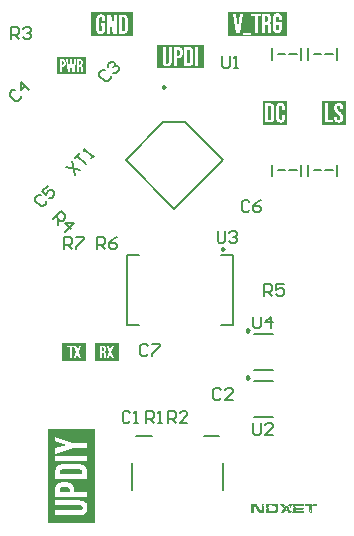
<source format=gto>
G04*
G04 #@! TF.GenerationSoftware,Altium Limited,Altium Designer,23.7.1 (13)*
G04*
G04 Layer_Color=65535*
%FSLAX25Y25*%
%MOIN*%
G70*
G04*
G04 #@! TF.SameCoordinates,4F80AF1B-0967-4665-A27F-6CB959538459*
G04*
G04*
G04 #@! TF.FilePolarity,Positive*
G04*
G01*
G75*
%ADD10C,0.00984*%
%ADD11C,0.00787*%
G36*
X47244Y154528D02*
X37402D01*
Y160433D01*
X47244D01*
Y154528D01*
D02*
G37*
G36*
X114173Y167323D02*
X94488D01*
Y175197D01*
X114173D01*
Y167323D01*
D02*
G37*
G36*
Y137795D02*
X106299D01*
Y145669D01*
X114173D01*
Y137795D01*
D02*
G37*
G36*
X58071Y59055D02*
X50197D01*
Y64961D01*
X58071D01*
Y59055D01*
D02*
G37*
G36*
X62795Y167323D02*
X49016D01*
Y175197D01*
X62795D01*
Y167323D01*
D02*
G37*
G36*
X50197Y4921D02*
X34449D01*
Y36417D01*
X50197D01*
Y4921D01*
D02*
G37*
G36*
X133858Y137795D02*
X125984D01*
Y145669D01*
X133858D01*
Y137795D01*
D02*
G37*
G36*
X86614Y156496D02*
X70866D01*
Y164370D01*
X86614D01*
Y156496D01*
D02*
G37*
G36*
X47244Y59055D02*
X39370D01*
Y64961D01*
X47244D01*
Y59055D01*
D02*
G37*
G36*
X109689Y11485D02*
X109700Y11474D01*
X109708Y11468D01*
X109719Y11457D01*
X109869D01*
X109899Y11482D01*
X109902D01*
X109905Y11476D01*
X109913Y11471D01*
X109916Y11468D01*
X109921Y11466D01*
X109924Y11457D01*
X110178D01*
X110208Y11433D01*
X110309D01*
X110312Y11430D01*
X110317Y11425D01*
X110322Y11416D01*
X110320Y11406D01*
Y11403D01*
Y11397D01*
X110322Y11392D01*
X110333Y11384D01*
X110380Y11427D01*
X110382D01*
X110385Y11430D01*
X110394Y11433D01*
X110508D01*
X110538Y11408D01*
X110541Y11411D01*
X110549Y11416D01*
X110552Y11422D01*
X110560Y11433D01*
X110590Y11408D01*
X110615D01*
Y11406D01*
X110617Y11403D01*
X110623Y11397D01*
X110626Y11394D01*
X110628D01*
X110631Y11392D01*
X110639Y11384D01*
X110664Y11403D01*
X110669D01*
X110680Y11406D01*
X110696D01*
X110718Y11403D01*
X110721D01*
X110726Y11400D01*
Y11392D01*
X110724Y11378D01*
X110688D01*
X110686Y11375D01*
X110680Y11373D01*
X110675Y11365D01*
X110669Y11359D01*
X110664Y11356D01*
X110658Y11351D01*
X110650Y11343D01*
X110655D01*
X110661Y11337D01*
X110664Y11334D01*
X110669Y11332D01*
X110740D01*
X110743Y11334D01*
X110746Y11337D01*
X110754Y11343D01*
X110724Y11378D01*
X110819D01*
X110822Y11375D01*
X110830Y11370D01*
X110833D01*
X110836Y11367D01*
X110838Y11362D01*
X110844Y11354D01*
X110918D01*
X110923Y11351D01*
X110928Y11345D01*
X110934Y11340D01*
X110937Y11337D01*
X110942Y11334D01*
X110945Y11332D01*
X110956D01*
X110964Y11329D01*
X110972Y11324D01*
X110975D01*
X110978Y11321D01*
X110994Y11313D01*
X110997Y11310D01*
X111005Y11307D01*
X111010D01*
X111016Y11304D01*
X111024Y11302D01*
X111071Y11258D01*
X111073D01*
X111076Y11255D01*
X111084Y11253D01*
X111098D01*
X111106Y11247D01*
X111117Y11239D01*
X111131Y11223D01*
X111133Y11220D01*
X111136Y11214D01*
X111142Y11209D01*
Y11198D01*
Y11195D01*
Y11190D01*
X111144Y11184D01*
X111150Y11173D01*
X111174D01*
X111240Y11113D01*
Y11091D01*
X111264Y11062D01*
Y10988D01*
X111335Y10911D01*
Y10906D01*
X111338Y10895D01*
Y10881D01*
Y10862D01*
Y10857D01*
Y10846D01*
Y10832D01*
X111341Y10813D01*
Y10810D01*
Y10799D01*
Y10786D01*
X111338Y10769D01*
Y10767D01*
Y10756D01*
Y10739D01*
X111341Y10723D01*
X111365Y10707D01*
Y10267D01*
Y10262D01*
X111363Y10253D01*
X111360Y10243D01*
X111354Y10240D01*
X111349Y10237D01*
X111346D01*
X111344Y10234D01*
X111335Y10232D01*
X111324D01*
X111319Y10226D01*
Y10223D01*
X111324Y10212D01*
X111330Y10210D01*
X111341Y10207D01*
X111352D01*
X111360Y10202D01*
X111365Y10196D01*
Y9991D01*
X111341Y9967D01*
X111344Y9964D01*
X111346Y9958D01*
X111354Y9950D01*
X111365Y9942D01*
X111363Y9939D01*
X111357Y9934D01*
X111349Y9931D01*
X111330D01*
X111324Y9926D01*
X111322Y9920D01*
X111319Y9912D01*
X111322Y9909D01*
X111327Y9904D01*
X111341Y9888D01*
X111344Y9885D01*
X111349Y9882D01*
X111365Y9866D01*
Y9200D01*
Y9197D01*
X111360Y9191D01*
X111354Y9186D01*
X111344Y9181D01*
X111341D01*
X111338Y9175D01*
Y9167D01*
X111341Y9150D01*
X111365Y9126D01*
X111363D01*
X111360Y9123D01*
X111354Y9120D01*
X111352Y9115D01*
X111349Y9112D01*
X111341Y9101D01*
X111365Y9071D01*
Y8970D01*
X111330Y8935D01*
X111300Y8959D01*
X111289D01*
X111286Y8954D01*
X111278Y8943D01*
X111267Y8927D01*
X111251Y8910D01*
X111248D01*
X111245Y8916D01*
X111242Y8918D01*
X111240Y8921D01*
Y8959D01*
X111289D01*
Y9000D01*
X111286D01*
X111278Y9006D01*
X111267Y9017D01*
X111251Y9030D01*
X111248Y9033D01*
X111242D01*
X111240Y9025D01*
Y9022D01*
X111237Y9014D01*
Y9003D01*
Y8989D01*
Y8987D01*
X111240Y8981D01*
Y8970D01*
Y8959D01*
X111226D01*
X111215Y8951D01*
X111204Y8910D01*
X111174D01*
X111150Y8935D01*
X111147D01*
X111144Y8932D01*
X111133Y8921D01*
X111131Y8918D01*
X111125Y8910D01*
X111109D01*
Y8907D01*
X111111Y8899D01*
X111114Y8891D01*
X111120Y8886D01*
X111125D01*
X111136Y8883D01*
X111142D01*
X111150Y8880D01*
X111152Y8878D01*
X111155Y8872D01*
X111158Y8867D01*
Y8856D01*
Y8853D01*
Y8850D01*
X111163Y8845D01*
X111174Y8839D01*
X111177D01*
X111182Y8845D01*
X111199Y8856D01*
X111202Y8858D01*
X111210Y8864D01*
X111229Y8880D01*
X111232Y8878D01*
X111234Y8872D01*
X111237Y8864D01*
Y8853D01*
Y8850D01*
Y8845D01*
Y8837D01*
X111240Y8826D01*
X111221Y8809D01*
Y8806D01*
X111218Y8798D01*
X111221Y8787D01*
X111223Y8785D01*
X111232D01*
X111234Y8782D01*
X111251D01*
X111256Y8779D01*
X111264Y8771D01*
Y8741D01*
X111210Y8695D01*
X111240Y8664D01*
Y8651D01*
Y8648D01*
X111234Y8640D01*
X111226Y8632D01*
X111215Y8629D01*
X111213D01*
X111202Y8632D01*
X111193Y8637D01*
X111185Y8645D01*
Y8648D01*
Y8651D01*
Y8662D01*
X111180Y8670D01*
X111177Y8675D01*
X111171D01*
X111169Y8673D01*
X111163Y8662D01*
X111161Y8656D01*
Y8645D01*
Y8643D01*
X111155Y8637D01*
X111150Y8629D01*
X111147Y8632D01*
X111144Y8635D01*
X111142Y8640D01*
X111139Y8645D01*
Y8648D01*
X111136Y8654D01*
X111133Y8662D01*
Y8667D01*
Y8670D01*
X111136Y8673D01*
X111139Y8689D01*
X111155Y8711D01*
Y8714D01*
X111158Y8716D01*
X111161Y8725D01*
Y8736D01*
Y8738D01*
X111155Y8744D01*
X111152Y8746D01*
X111150Y8755D01*
X111131Y8736D01*
X111128Y8733D01*
X111122Y8730D01*
X111117Y8727D01*
X111100D01*
X111092Y8725D01*
X111084Y8719D01*
Y8716D01*
X111079Y8714D01*
X111073Y8708D01*
X111065Y8705D01*
X111057D01*
X111040Y8700D01*
X111038Y8697D01*
X111035Y8695D01*
Y8686D01*
Y8681D01*
X111005D01*
Y8684D01*
X111008Y8686D01*
X111005Y8692D01*
X111000Y8700D01*
X110997Y8703D01*
X110991D01*
X110989Y8695D01*
Y8689D01*
X110994Y8686D01*
X110997Y8684D01*
X111005Y8681D01*
Y8678D01*
X111008Y8673D01*
X111010Y8664D01*
X111019Y8659D01*
X111024D01*
X111027Y8664D01*
X111032Y8673D01*
X111035Y8681D01*
X111046D01*
X111051Y8675D01*
X111054Y8670D01*
X111057D01*
X111060Y8664D01*
Y8659D01*
Y8544D01*
X111057Y8542D01*
X111054Y8536D01*
X111046Y8528D01*
X111038Y8525D01*
X111019D01*
X111016Y8528D01*
X111013Y8536D01*
X111002Y8547D01*
X110989Y8561D01*
X111005Y8585D01*
X110994Y8604D01*
X110983D01*
X110975Y8602D01*
X110969Y8599D01*
X110940Y8580D01*
X110915D01*
X110879Y8615D01*
Y8629D01*
X110877Y8632D01*
X110871Y8635D01*
X110863Y8632D01*
X110860Y8629D01*
Y8621D01*
Y8615D01*
X110858Y8610D01*
Y8602D01*
Y8591D01*
X110855Y8577D01*
Y8561D01*
Y8539D01*
X110830Y8514D01*
X110833D01*
X110836Y8512D01*
X110841Y8501D01*
X110844Y8498D01*
X110849Y8495D01*
X110855Y8490D01*
X110830Y8460D01*
Y8457D01*
X110828Y8443D01*
Y8438D01*
X110830Y8435D01*
X110838Y8430D01*
X110841D01*
X110844Y8427D01*
X110849Y8430D01*
X110852Y8433D01*
Y8435D01*
X110855Y8438D01*
X110860Y8443D01*
X110869Y8449D01*
X110877D01*
X110885Y8452D01*
X110896Y8454D01*
X110907D01*
X110918Y8449D01*
X110923Y8443D01*
X110928Y8435D01*
X110890Y8400D01*
X110869D01*
Y8397D01*
X110863Y8394D01*
X110855Y8383D01*
X110852Y8381D01*
X110844Y8375D01*
X110765D01*
X110740Y8345D01*
X110639D01*
X110615Y8370D01*
X110612Y8367D01*
X110606Y8364D01*
X110604Y8356D01*
Y8351D01*
Y8345D01*
X110601Y8337D01*
X110596Y8326D01*
X110590Y8323D01*
X110585Y8321D01*
X110434D01*
X110404Y8299D01*
X110363Y8345D01*
X110358D01*
X110347Y8348D01*
X110331D01*
X110328Y8342D01*
X110325Y8334D01*
X110320Y8321D01*
Y8318D01*
Y8315D01*
X110317Y8312D01*
X110314Y8310D01*
Y8307D01*
X110309Y8299D01*
X110230D01*
X110227Y8301D01*
X110224Y8307D01*
X110222Y8315D01*
X110219Y8329D01*
Y8381D01*
X110216Y8383D01*
X110211Y8392D01*
X110200Y8397D01*
X110183Y8400D01*
X110153Y8375D01*
X110140D01*
Y8411D01*
X110142Y8413D01*
X110151Y8419D01*
X110161Y8430D01*
X110172Y8441D01*
X110175Y8443D01*
X110183Y8452D01*
X110194Y8465D01*
X110208Y8479D01*
X110230D01*
X110232Y8482D01*
X110238Y8493D01*
Y8509D01*
X110235Y8517D01*
X110230Y8525D01*
X110208D01*
X110178Y8501D01*
X110153Y8525D01*
X110151Y8523D01*
X110140Y8514D01*
X110129Y8504D01*
X110118Y8501D01*
X110115D01*
X110112Y8504D01*
X110104Y8506D01*
X110093Y8514D01*
Y8517D01*
X110090Y8520D01*
Y8525D01*
Y8531D01*
Y8534D01*
Y8536D01*
X110088Y8542D01*
X110080Y8550D01*
X110033D01*
X110030Y8553D01*
X110022Y8558D01*
X110000Y8574D01*
X109998Y8577D01*
X109995Y8585D01*
X109978Y8604D01*
X109951D01*
X109949Y8602D01*
X109946Y8599D01*
X109943Y8591D01*
Y8585D01*
X109984Y8539D01*
X109987Y8536D01*
X109995Y8534D01*
X110006Y8528D01*
X110020Y8525D01*
X110022Y8523D01*
X110028Y8520D01*
X110044Y8506D01*
X110047D01*
X110052Y8504D01*
X110058Y8498D01*
X110063Y8490D01*
Y8487D01*
X110066Y8482D01*
X110069Y8473D01*
Y8460D01*
X110071Y8457D01*
X110077Y8446D01*
X110080Y8443D01*
X110085Y8441D01*
X110093Y8435D01*
Y8430D01*
X110090Y8419D01*
X110088Y8408D01*
X110080Y8400D01*
X110077D01*
X110074Y8394D01*
X110071Y8389D01*
X110069Y8381D01*
X110071Y8378D01*
X110077Y8375D01*
X110140D01*
Y8345D01*
Y8342D01*
X110142Y8337D01*
X110145Y8331D01*
X110153Y8329D01*
X110159Y8326D01*
X110161Y8329D01*
X110170Y8334D01*
X110172Y8337D01*
X110175Y8340D01*
X110178Y8342D01*
Y8345D01*
X110180Y8342D01*
X110186Y8340D01*
X110191Y8331D01*
X110194Y8326D01*
Y8321D01*
X110189Y8312D01*
X110183Y8299D01*
X110104D01*
X110074Y8274D01*
X110025D01*
X110020Y8277D01*
X110014Y8282D01*
X110011Y8285D01*
X110009Y8288D01*
X110003Y8299D01*
X109949D01*
X109929Y8274D01*
X109026D01*
X109023Y8277D01*
X109020Y8282D01*
X109023Y8291D01*
X109028Y8299D01*
X109034D01*
X109037Y8301D01*
Y8304D01*
X109042Y8310D01*
Y8312D01*
X109039Y8318D01*
Y8321D01*
X109037D01*
X109034Y8318D01*
X109028Y8310D01*
Y8312D01*
Y8315D01*
X109023D01*
X109018Y8310D01*
Y8299D01*
X109020Y8301D01*
X109023Y8304D01*
X109026Y8307D01*
X109028Y8310D01*
X109026Y8304D01*
X109023Y8299D01*
Y8293D01*
Y8291D01*
X109020Y8293D01*
X109018Y8296D01*
Y8299D01*
X109007D01*
X108982Y8274D01*
X108676D01*
X108638Y8310D01*
X108635Y8312D01*
X108633Y8315D01*
X108627Y8318D01*
X108622Y8315D01*
X108619D01*
X108616Y8312D01*
X108611Y8310D01*
X108608Y8299D01*
Y8296D01*
Y8293D01*
Y8288D01*
Y8285D01*
Y8282D01*
X108605Y8280D01*
X108603Y8277D01*
X108592Y8274D01*
X108376D01*
X108346Y8299D01*
X108117D01*
X108111Y8304D01*
X108108Y8307D01*
X108106Y8315D01*
Y8430D01*
X108103Y8433D01*
X108100Y8435D01*
X108095Y8443D01*
X108092Y8449D01*
X108062Y8424D01*
X108035D01*
X108032Y8422D01*
X108027Y8416D01*
X108024Y8411D01*
X108021Y8408D01*
X108016Y8400D01*
X107991Y8419D01*
X107988D01*
X107977Y8413D01*
X107964Y8403D01*
X107956Y8394D01*
X107947Y8381D01*
X107950Y8378D01*
X107956Y8375D01*
X107966Y8372D01*
X107980D01*
X107988Y8375D01*
X108016D01*
X108037Y8345D01*
X108054D01*
X108068Y8342D01*
X108076Y8340D01*
Y8337D01*
Y8334D01*
X108073Y8329D01*
X108068Y8323D01*
X108065Y8321D01*
X108062Y8318D01*
X108057Y8310D01*
X108054D01*
X108051Y8307D01*
X108046Y8304D01*
X108043D01*
X108040Y8301D01*
X108037Y8299D01*
X108021Y8315D01*
X108018Y8318D01*
X108007Y8321D01*
X107991Y8323D01*
X107966D01*
X107956Y8321D01*
X107942D01*
X107912Y8345D01*
X107762D01*
X107732Y8370D01*
X107631D01*
X107606Y8400D01*
X107552D01*
X107527Y8424D01*
X107505D01*
X107475Y8449D01*
X107434D01*
X107431Y8452D01*
X107423Y8454D01*
X107415Y8460D01*
X107325Y8550D01*
X107300D01*
X107235Y8615D01*
Y8640D01*
X107210Y8670D01*
Y8695D01*
X107208D01*
X107202Y8697D01*
X107197Y8703D01*
X107194Y8705D01*
X107191Y8708D01*
X107186Y8719D01*
Y8722D01*
Y8730D01*
X107180Y8749D01*
X107137Y8790D01*
Y8839D01*
X107134Y8842D01*
X107131Y8845D01*
X107126Y8850D01*
X107123Y8856D01*
X107120Y8858D01*
X107115Y8864D01*
X107106Y8869D01*
Y8995D01*
X107085Y9025D01*
Y9175D01*
X107131Y9230D01*
Y9232D01*
X107126Y9235D01*
X107117Y9238D01*
X107106Y9241D01*
X107104D01*
X107096Y9243D01*
X107087Y9249D01*
X107085Y9260D01*
Y9511D01*
X107087Y9514D01*
X107090Y9516D01*
X107093Y9519D01*
X107096Y9522D01*
X107175D01*
X107180Y9530D01*
X107183Y9533D01*
X107186Y9538D01*
X107183Y9541D01*
X107180Y9544D01*
X107175Y9546D01*
X107093D01*
X107090Y9552D01*
X107087Y9560D01*
X107085Y9571D01*
Y9672D01*
Y9675D01*
X107087Y9686D01*
X107098Y9694D01*
X107104Y9697D01*
X107120D01*
X107131Y9699D01*
X107137Y9702D01*
X107150D01*
Y9705D01*
X107153Y9707D01*
X107156Y9710D01*
Y9713D01*
Y9716D01*
X107153Y9718D01*
X107150Y9721D01*
X107148D01*
X107142Y9724D01*
X107112D01*
X107101Y9726D01*
X107098Y9729D01*
X107093Y9732D01*
X107085Y9740D01*
X107106Y9762D01*
Y9765D01*
Y9767D01*
Y9778D01*
X107104Y9792D01*
X107098Y9800D01*
X107090Y9806D01*
Y9808D01*
X107087Y9811D01*
X107085Y9814D01*
Y9817D01*
Y9942D01*
X107106Y9967D01*
X107104Y9969D01*
X107096Y9975D01*
X107093Y9980D01*
X107085Y9991D01*
Y10016D01*
Y10019D01*
X107090Y10021D01*
X107093D01*
X107096Y10027D01*
X107098Y10024D01*
X107109Y10019D01*
X107120Y10010D01*
X107128Y10005D01*
X107150D01*
X107161Y10008D01*
X107175Y10010D01*
X107177Y10013D01*
X107180Y10016D01*
X107183Y10021D01*
X107186Y10027D01*
Y10032D01*
Y10038D01*
Y10046D01*
X107183Y10049D01*
X107177Y10051D01*
X107169Y10054D01*
X107134D01*
X107120Y10057D01*
X107090Y10087D01*
Y10090D01*
X107087Y10095D01*
X107085Y10111D01*
Y10423D01*
X107087Y10425D01*
X107093Y10431D01*
X107098Y10439D01*
X107115D01*
X107131Y10436D01*
Y10376D01*
X107134Y10373D01*
X107137Y10371D01*
X107145Y10363D01*
X107148D01*
X107150Y10365D01*
Y10371D01*
X107153Y10373D01*
X107161Y10379D01*
X107175Y10384D01*
X107191Y10387D01*
X107194D01*
X107202Y10393D01*
Y10395D01*
X107205Y10398D01*
X107208Y10401D01*
X107205D01*
Y10403D01*
X107202Y10406D01*
X107197Y10409D01*
X107186Y10412D01*
X107172D01*
X107167Y10417D01*
X107161Y10420D01*
X107156Y10428D01*
Y10431D01*
X107150Y10434D01*
X107142Y10436D01*
X107131D01*
Y10439D01*
Y10442D01*
Y10445D01*
Y10447D01*
X107085Y10502D01*
Y10581D01*
X107087Y10584D01*
X107093Y10589D01*
X107098Y10597D01*
X107101Y10603D01*
Y10606D01*
X107098Y10608D01*
X107096Y10616D01*
X107085Y10627D01*
X107106Y10657D01*
Y10731D01*
X107085Y10753D01*
X107106Y10783D01*
Y10808D01*
X107137Y10838D01*
Y10911D01*
X107139Y10914D01*
X107148Y10920D01*
X107156Y10930D01*
X107158Y10947D01*
Y10952D01*
X107161Y10960D01*
X107169Y10971D01*
X107175Y10977D01*
X107186Y10982D01*
Y11031D01*
Y11034D01*
X107191Y11040D01*
X107197Y11045D01*
X107205Y11053D01*
X107208Y11056D01*
X107213Y11064D01*
Y11075D01*
X107210Y11091D01*
X107287Y11163D01*
Y11192D01*
X107355Y11253D01*
X107401D01*
Y11255D01*
X107407Y11258D01*
X107418Y11269D01*
X107437Y11277D01*
X107448Y11283D01*
X107461D01*
Y11318D01*
X107464Y11321D01*
X107475Y11326D01*
X107489Y11332D01*
X107508Y11329D01*
X107546D01*
X107571Y11337D01*
Y11340D01*
X107576Y11348D01*
X107579Y11351D01*
X107584Y11354D01*
X107592Y11356D01*
X107606Y11354D01*
X107647Y11408D01*
X107835D01*
X107838Y11411D01*
X107846Y11416D01*
X107849Y11422D01*
X107857Y11433D01*
X107887Y11408D01*
X107901D01*
X107915Y11414D01*
X107923Y11419D01*
X107931Y11427D01*
X107934D01*
X107937Y11430D01*
Y11433D01*
X107964D01*
X107977Y11435D01*
X107988D01*
X108002Y11433D01*
X108016Y11427D01*
X108037Y11408D01*
X108040D01*
X108043Y11411D01*
X108051Y11416D01*
X108054Y11422D01*
X108062Y11433D01*
X108117D01*
X108119Y11430D01*
X108125Y11419D01*
X108128Y11416D01*
X108133Y11414D01*
X108141Y11408D01*
X108218D01*
Y11406D01*
X108223Y11400D01*
X108226D01*
X108229Y11397D01*
X108231Y11392D01*
Y11384D01*
Y11348D01*
X108207Y11318D01*
X108204Y11315D01*
X108201Y11307D01*
Y11299D01*
X108204Y11293D01*
X108212Y11288D01*
X108215Y11285D01*
X108220Y11283D01*
X108226Y11280D01*
X108231Y11277D01*
X108234D01*
X108237Y11280D01*
X108248Y11285D01*
X108250D01*
X108253Y11291D01*
X108256Y11302D01*
Y11318D01*
X108278Y11343D01*
Y11422D01*
X108275Y11425D01*
X108270Y11433D01*
X108267Y11435D01*
X108264Y11441D01*
X108256Y11444D01*
Y11446D01*
X108261Y11452D01*
X108267Y11455D01*
X108278Y11457D01*
X108280D01*
X108291Y11455D01*
X108300Y11449D01*
X108308Y11438D01*
Y11422D01*
X108346Y11378D01*
X108349Y11381D01*
X108351Y11386D01*
X108354Y11394D01*
X108357Y11403D01*
Y11438D01*
Y11441D01*
X108362Y11446D01*
X108365Y11449D01*
X108368Y11457D01*
X108398Y11433D01*
X108417Y11457D01*
X108756D01*
X108794Y11455D01*
X108829D01*
X108862Y11452D01*
Y11449D01*
X108865Y11446D01*
X108867Y11435D01*
Y11422D01*
X108865Y11419D01*
X108856Y11416D01*
X108848Y11411D01*
X108843Y11408D01*
X108807D01*
X108777Y11384D01*
X108775Y11381D01*
X108772Y11378D01*
Y11373D01*
Y11367D01*
Y11365D01*
X108775Y11362D01*
X108780Y11356D01*
X108788Y11354D01*
X108813D01*
Y11356D01*
X108818Y11367D01*
X108824Y11375D01*
X108832Y11378D01*
X108835D01*
X108837Y11373D01*
X108840Y11365D01*
X108843Y11354D01*
X108813D01*
Y11351D01*
X108816Y11345D01*
X108818Y11340D01*
X108826Y11337D01*
Y11334D01*
X108832D01*
X108835Y11337D01*
X108840Y11345D01*
X108843Y11354D01*
X108887D01*
X108903Y11378D01*
X108916D01*
Y11444D01*
X108919Y11446D01*
X108930Y11452D01*
X108944Y11460D01*
X108974D01*
X108985Y11457D01*
X109001D01*
X109004Y11455D01*
X109009Y11452D01*
X109018Y11444D01*
X108998Y11422D01*
X109028Y11378D01*
X109031Y11381D01*
X109037Y11386D01*
X109045Y11397D01*
Y11408D01*
Y11411D01*
Y11419D01*
Y11430D01*
X109048Y11438D01*
X109050Y11444D01*
X109053Y11449D01*
X109058Y11457D01*
X109108D01*
X109132Y11482D01*
X109135D01*
X109143Y11485D01*
X109179D01*
X109189Y11482D01*
X109203D01*
X109209Y11479D01*
X109214Y11476D01*
X109222Y11468D01*
X109225D01*
X109228Y11466D01*
X109241Y11463D01*
X109258D01*
X109269Y11468D01*
X109277Y11474D01*
X109280D01*
X109282Y11476D01*
Y11479D01*
X109288Y11482D01*
X109326D01*
X109337Y11479D01*
X109345Y11471D01*
X109353Y11457D01*
Y11455D01*
X109356Y11446D01*
X109359Y11438D01*
X109367Y11433D01*
X109389Y11457D01*
X109438D01*
X109468Y11482D01*
X109569D01*
X109594Y11457D01*
X109648D01*
X109651Y11460D01*
X109654Y11463D01*
X109665Y11474D01*
X109676Y11482D01*
X109681Y11487D01*
X109686D01*
X109689Y11485D01*
D02*
G37*
G36*
X103983Y11378D02*
X103994Y11370D01*
X104011Y11359D01*
X104022Y11356D01*
X104033Y11354D01*
X104068Y11318D01*
Y11293D01*
X104071D01*
X104074Y11288D01*
X104084Y11277D01*
X104093Y11258D01*
X104098Y11250D01*
Y11242D01*
X104172Y11168D01*
Y11113D01*
X104174Y11111D01*
X104183Y11102D01*
X104194Y11091D01*
X104210Y11078D01*
X104213Y11075D01*
X104224Y11067D01*
X104235Y11053D01*
X104248Y11037D01*
Y11034D01*
X104251Y11023D01*
X104254Y11012D01*
X104262Y11001D01*
X104265Y10999D01*
X104270Y10990D01*
X104276Y10980D01*
Y10971D01*
Y10969D01*
X104270Y10966D01*
X104262Y10955D01*
X104248Y10941D01*
X104251Y10936D01*
X104254Y10930D01*
X104262Y10922D01*
X104316D01*
X104319Y10920D01*
X104322Y10917D01*
X104325Y10909D01*
X104327Y10903D01*
Y10887D01*
X104398Y10808D01*
Y10805D01*
Y10802D01*
Y10797D01*
X104401Y10794D01*
X104404Y10791D01*
X104407Y10783D01*
X104447Y10737D01*
Y10734D01*
X104450Y10728D01*
X104453Y10715D01*
Y10712D01*
X104456Y10709D01*
X104458Y10701D01*
X104467Y10693D01*
X104502Y10657D01*
Y10633D01*
X104532Y10603D01*
Y10581D01*
X104535Y10578D01*
X104538Y10576D01*
X104543Y10570D01*
X104549Y10567D01*
X104554D01*
X104565Y10565D01*
X104573Y10562D01*
X104579Y10556D01*
Y10551D01*
Y10548D01*
Y10543D01*
X104584Y10529D01*
X104587Y10526D01*
X104589Y10524D01*
X104598Y10507D01*
X104600Y10505D01*
X104603Y10502D01*
X104606Y10494D01*
X104609Y10485D01*
Y10480D01*
X104611Y10475D01*
X104617Y10466D01*
X104647D01*
X104682Y10431D01*
Y10376D01*
X104772Y10286D01*
X104775Y10283D01*
X104778Y10278D01*
X104781Y10272D01*
X104783Y10264D01*
Y10262D01*
Y10259D01*
X104789Y10243D01*
X104832Y10202D01*
Y10199D01*
Y10191D01*
X104835Y10180D01*
X104838Y10171D01*
X104841Y10169D01*
X104846Y10158D01*
X104849Y10155D01*
X104854Y10152D01*
X104862Y10147D01*
Y10111D01*
X104909Y10076D01*
Y10073D01*
Y10068D01*
Y10062D01*
X104912Y10057D01*
X104914Y10054D01*
X104917Y10040D01*
X104958Y9997D01*
X104961Y9994D01*
X104964Y9986D01*
X104966Y9975D01*
X104964Y9961D01*
Y9958D01*
X104961Y9950D01*
Y9937D01*
X104964Y9920D01*
X104966Y9918D01*
X104972Y9912D01*
X104980Y9901D01*
X104988Y9888D01*
X104991Y9885D01*
X104996Y9879D01*
X105004Y9877D01*
X105018D01*
X105089Y9817D01*
Y9787D01*
X105168Y9716D01*
Y9666D01*
X105193Y9636D01*
X105190Y9634D01*
X105185Y9631D01*
X105179Y9628D01*
X105174Y9625D01*
X105168D01*
X105155Y9623D01*
X105136D01*
X105111Y9625D01*
X105105D01*
X105092Y9628D01*
X105070Y9625D01*
X105048Y9620D01*
X105045Y9617D01*
X105043Y9615D01*
Y9612D01*
Y9609D01*
X105045Y9606D01*
X105048Y9604D01*
Y9601D01*
X105133D01*
X105155Y9598D01*
X105179Y9595D01*
X105204Y9576D01*
X105207D01*
X105215Y9574D01*
X105220D01*
X105228Y9571D01*
X105343Y9456D01*
Y9410D01*
X105346D01*
X105348Y9404D01*
X105362Y9393D01*
X105378Y9374D01*
X105395Y9358D01*
X105400Y9355D01*
X105411Y9344D01*
X105425Y9328D01*
X105444Y9306D01*
Y9251D01*
X105523Y9181D01*
Y9178D01*
Y9167D01*
X105526Y9159D01*
X105529Y9150D01*
X105570Y9101D01*
X105572Y9096D01*
X105578Y9085D01*
X105586Y9069D01*
X105600Y9055D01*
Y9025D01*
X105624Y9000D01*
Y8995D01*
X105627Y8984D01*
X105630Y8973D01*
X105638Y8965D01*
X105643Y8968D01*
X105649Y8973D01*
X105660Y8981D01*
X105673Y8995D01*
X105676Y8998D01*
X105679Y9003D01*
X105682Y9006D01*
X105684Y9008D01*
X105690Y9011D01*
X105714D01*
Y9014D01*
Y9017D01*
X105720Y9022D01*
X105722D01*
X105725Y9025D01*
X105728Y9028D01*
Y9030D01*
Y9426D01*
Y9429D01*
Y9434D01*
X105725Y9445D01*
X105722Y9456D01*
Y9459D01*
Y9467D01*
X105725Y9478D01*
X105733Y9486D01*
X105774Y9535D01*
X105728Y9590D01*
X105731D01*
X105733Y9593D01*
X105739Y9598D01*
X105742Y9601D01*
X105744Y9604D01*
X105750Y9612D01*
Y9661D01*
Y9664D01*
X105744Y9672D01*
X105739Y9680D01*
X105728Y9686D01*
Y9688D01*
Y9691D01*
Y9705D01*
Y9721D01*
Y9737D01*
Y9743D01*
Y9754D01*
X105731Y9770D01*
X105733Y9792D01*
X105736Y9795D01*
X105739Y9803D01*
X105744Y9817D01*
X105728Y9841D01*
Y9920D01*
X105731Y9923D01*
X105739Y9928D01*
X105747Y9937D01*
X105750Y9948D01*
Y9950D01*
X105753Y9958D01*
X105755Y9969D01*
X105763Y9980D01*
X105793D01*
X105796Y9978D01*
X105799Y9975D01*
X105802Y9967D01*
Y9956D01*
Y9953D01*
Y9948D01*
X105807Y9939D01*
X105818Y9931D01*
X105853Y9967D01*
Y10016D01*
Y10019D01*
X105851Y10021D01*
X105848Y10024D01*
X105840Y10027D01*
X105823Y10010D01*
X105821D01*
X105815Y10008D01*
X105807D01*
X105793Y10005D01*
X105766D01*
X105733Y10010D01*
Y10013D01*
X105731Y10016D01*
X105728Y10021D01*
Y11113D01*
X105750Y11138D01*
Y11141D01*
Y11146D01*
Y11157D01*
X105753D01*
X105763Y11160D01*
X105772Y11168D01*
X105780Y11182D01*
X105810D01*
X105813Y11184D01*
X105821Y11192D01*
X105823Y11209D01*
Y11217D01*
X105818Y11228D01*
X105815Y11225D01*
X105804Y11220D01*
X105796Y11212D01*
X105791Y11203D01*
X105788Y11198D01*
X105785Y11192D01*
X105780Y11182D01*
X105777Y11179D01*
X105769Y11176D01*
X105758Y11168D01*
X105750Y11157D01*
X105747Y11154D01*
X105742Y11152D01*
X105736D01*
X105733Y11154D01*
Y11163D01*
X105731Y11168D01*
X105728Y11176D01*
Y11187D01*
Y11348D01*
X105733Y11351D01*
X105744Y11354D01*
X106020D01*
X106039Y11313D01*
X106042Y11310D01*
X106047D01*
X106050Y11313D01*
X106055D01*
X106058Y11315D01*
Y11318D01*
Y11343D01*
X106061Y11345D01*
X106069Y11348D01*
X106077Y11354D01*
X106086Y11356D01*
X106088D01*
X106099Y11359D01*
X106107D01*
X106121Y11356D01*
X106135D01*
X106154Y11354D01*
X106157Y11348D01*
X106159Y11337D01*
Y11318D01*
X106162Y11315D01*
X106167Y11313D01*
X106176Y11310D01*
X106184Y11307D01*
X106186D01*
X106195Y11310D01*
X106203Y11315D01*
X106214Y11324D01*
Y11326D01*
X106217Y11337D01*
X106219Y11345D01*
X106225Y11354D01*
X106361D01*
X106394Y11356D01*
X106440D01*
X106454Y11359D01*
X106473D01*
X106517Y11362D01*
X106588D01*
X106615Y11359D01*
X106640Y11356D01*
X106645D01*
X106656Y11354D01*
X106673Y11351D01*
X106689Y11348D01*
X106692D01*
X106694Y11343D01*
Y11337D01*
Y10707D01*
X106692Y10701D01*
X106683Y10690D01*
X106673Y10677D01*
X106670Y10668D01*
X106673Y10663D01*
X106681Y10652D01*
X106694Y10633D01*
Y10046D01*
X106692Y10043D01*
X106683Y10032D01*
X106681Y10029D01*
X106678Y10027D01*
X106670Y10021D01*
Y9997D01*
X106645Y9967D01*
Y9964D01*
X106651Y9958D01*
X106659Y9956D01*
X106681D01*
X106689Y9953D01*
X106694Y9942D01*
X106675Y9920D01*
X106673Y9915D01*
Y9901D01*
X106670Y9885D01*
X106675Y9866D01*
X106694Y9841D01*
Y9838D01*
X106689Y9836D01*
X106683Y9827D01*
X106675Y9819D01*
X106673D01*
X106667Y9814D01*
X106651Y9800D01*
X106604D01*
X106602Y9798D01*
X106596Y9792D01*
Y9787D01*
X106599Y9784D01*
X106604Y9781D01*
X106607D01*
X106610Y9778D01*
X106623Y9776D01*
X106626D01*
X106632Y9773D01*
X106637Y9770D01*
X106645Y9762D01*
X106642D01*
X106640Y9759D01*
X106634Y9757D01*
X106632Y9751D01*
X106629Y9748D01*
X106621Y9740D01*
X106623Y9737D01*
X106629Y9735D01*
X106640Y9729D01*
X106659Y9726D01*
X106689Y9751D01*
Y9748D01*
X106692Y9743D01*
X106694Y9732D01*
X106700Y9716D01*
X106664Y9680D01*
X106615Y9666D01*
X106618Y9664D01*
X106623Y9661D01*
X106629Y9653D01*
X106632Y9647D01*
X106634Y9645D01*
X106640Y9642D01*
X106645Y9636D01*
Y9590D01*
X106621Y9560D01*
X106659Y9522D01*
X106683D01*
X106689Y9519D01*
X106692Y9514D01*
Y9508D01*
X106689Y9505D01*
X106645Y9456D01*
X106670Y9432D01*
Y9251D01*
X106689Y9235D01*
Y9232D01*
X106692Y9230D01*
X106694Y9222D01*
X106697Y9211D01*
Y9183D01*
X106694Y9150D01*
X106675Y9131D01*
X106673Y9129D01*
X106670Y9118D01*
X106667Y9104D01*
Y9088D01*
Y9085D01*
X106670Y9074D01*
Y9058D01*
Y9041D01*
Y8779D01*
Y8777D01*
Y8766D01*
Y8749D01*
X106673Y8733D01*
Y8730D01*
Y8719D01*
X106670Y8705D01*
X106664Y8689D01*
X106645Y8670D01*
X106670Y8640D01*
Y8285D01*
X106645Y8260D01*
Y8239D01*
X106642Y8236D01*
X106637Y8230D01*
X106629Y8225D01*
X106621Y8222D01*
X105613D01*
Y8225D01*
X105608Y8230D01*
X105600Y8239D01*
X105589Y8244D01*
X105586D01*
X105575Y8247D01*
X105572Y8250D01*
X105564D01*
X105534Y8222D01*
X105329D01*
X105307Y8250D01*
X105228D01*
X105204Y8222D01*
X105201D01*
X105195Y8225D01*
X105185Y8228D01*
X105168Y8233D01*
X105166Y8236D01*
X105155Y8241D01*
X105146Y8247D01*
X105138Y8250D01*
X105133Y8247D01*
X105122Y8241D01*
X105103Y8228D01*
X105078Y8244D01*
X105029D01*
X104999Y8274D01*
X104974D01*
X104972Y8280D01*
X104966Y8282D01*
X104964Y8291D01*
Y8293D01*
Y8299D01*
X104958Y8315D01*
X104909Y8364D01*
Y8411D01*
Y8413D01*
X104906Y8416D01*
X104895Y8430D01*
X104879Y8446D01*
X104862Y8462D01*
X104857Y8465D01*
X104846Y8476D01*
X104832Y8493D01*
X104813Y8509D01*
Y8512D01*
X104811Y8517D01*
X104808Y8531D01*
Y8534D01*
Y8539D01*
X104802Y8547D01*
X104797Y8555D01*
X104707Y8640D01*
Y8659D01*
Y8662D01*
X104710Y8664D01*
X104712Y8673D01*
X104718Y8678D01*
X104720Y8681D01*
X104723Y8686D01*
X104726Y8692D01*
X104729Y8700D01*
Y8703D01*
X104731Y8705D01*
X104737Y8716D01*
X104742Y8725D01*
X104745Y8730D01*
X104772D01*
X104775Y8733D01*
X104778Y8744D01*
X104781Y8752D01*
X104783Y8760D01*
Y8766D01*
X104778Y8774D01*
X104772Y8785D01*
X104770Y8782D01*
X104764Y8774D01*
X104751Y8763D01*
X104737Y8760D01*
X104734D01*
X104726Y8757D01*
X104715Y8752D01*
X104707Y8741D01*
Y8719D01*
X104701Y8716D01*
X104691Y8711D01*
X104677D01*
X104666Y8714D01*
X104658Y8719D01*
Y8749D01*
X104609Y8790D01*
Y8793D01*
Y8796D01*
X104606Y8806D01*
Y8809D01*
Y8812D01*
X104603Y8826D01*
X104557Y8869D01*
Y8899D01*
X104478Y8976D01*
Y9000D01*
X104475Y9003D01*
X104467Y9014D01*
X104456Y9030D01*
X104447Y9055D01*
X104376Y9126D01*
Y9150D01*
X104303Y9222D01*
X104300Y9224D01*
X104297Y9232D01*
Y9246D01*
Y9260D01*
Y9262D01*
X104300Y9273D01*
Y9287D01*
X104297Y9301D01*
X104322Y9331D01*
X104319D01*
X104316Y9336D01*
Y9339D01*
X104314Y9342D01*
X104284D01*
X104278Y9339D01*
X104273Y9336D01*
X104270Y9331D01*
X104267Y9328D01*
X104262Y9325D01*
X104226Y9355D01*
Y9358D01*
Y9361D01*
X104224Y9372D01*
X104221Y9382D01*
X104213Y9391D01*
X104196Y9415D01*
Y9418D01*
X104199Y9424D01*
Y9432D01*
Y9440D01*
Y9443D01*
Y9451D01*
X104204Y9459D01*
X104213Y9470D01*
X104226D01*
X104232Y9473D01*
X104240D01*
X104248Y9470D01*
X104251D01*
X104259Y9473D01*
X104265Y9475D01*
X104267Y9481D01*
X104270Y9486D01*
X104267Y9492D01*
X104262Y9500D01*
X104259D01*
X104254Y9503D01*
X104248Y9508D01*
X104245Y9511D01*
X104243Y9514D01*
X104237Y9522D01*
X104235D01*
X104226Y9525D01*
X104218D01*
X104210Y9519D01*
X104207D01*
X104204Y9514D01*
X104188Y9505D01*
X104185Y9503D01*
X104180Y9500D01*
X104166Y9503D01*
X104158Y9505D01*
X104147Y9511D01*
X104172Y9535D01*
Y9631D01*
X104237Y9702D01*
X104286D01*
X104289Y9705D01*
X104295Y9710D01*
X104300Y9718D01*
Y9729D01*
Y9732D01*
Y9740D01*
X104297Y9751D01*
Y9762D01*
X104286Y9776D01*
X104284D01*
X104278Y9773D01*
X104273Y9767D01*
X104270Y9759D01*
X104267Y9757D01*
X104265Y9754D01*
X104256Y9757D01*
X104254D01*
X104251Y9759D01*
X104245Y9765D01*
Y9770D01*
Y9773D01*
X104248Y9778D01*
Y9792D01*
X104251Y9795D01*
X104254Y9798D01*
X104262Y9803D01*
X104284D01*
X104292Y9808D01*
X104297Y9817D01*
X104262Y9852D01*
X104248D01*
Y9890D01*
Y9893D01*
X104245Y9896D01*
X104243Y9899D01*
X104232Y9901D01*
X104229D01*
X104226Y9904D01*
X104191D01*
X104172Y9896D01*
Y9942D01*
X104174Y9945D01*
X104185Y9950D01*
X104194Y9953D01*
X104202Y9956D01*
X104207Y9953D01*
X104218Y9945D01*
X104232Y9931D01*
X104281D01*
X104284Y9934D01*
X104289Y9937D01*
X104297Y9942D01*
X104262Y9980D01*
X104237D01*
X104183Y10032D01*
X104180Y10029D01*
X104174Y10024D01*
X104169Y10019D01*
X104158Y10013D01*
X104155D01*
X104153Y10010D01*
X104136Y10002D01*
X104093Y9967D01*
X104098Y9964D01*
X104112Y9953D01*
X104123Y9942D01*
X104136Y9931D01*
X104153Y9915D01*
X104172Y9896D01*
Y9890D01*
X104147Y9866D01*
Y9817D01*
X104145Y9814D01*
X104139Y9808D01*
X104131Y9803D01*
X104114D01*
X104106Y9806D01*
X104087D01*
X104057Y9830D01*
X104008D01*
X103978Y9800D01*
X103975Y9803D01*
X103972Y9814D01*
X103970Y9825D01*
X103967Y9836D01*
X103992Y9866D01*
Y9890D01*
X103989Y9893D01*
X103983Y9899D01*
X103978Y9904D01*
X103972Y9907D01*
X103967Y9904D01*
X103959Y9901D01*
X103943Y9890D01*
Y9841D01*
X103940Y9838D01*
X103929Y9836D01*
X103921Y9833D01*
X103912Y9830D01*
X103910Y9833D01*
X103899Y9838D01*
X103882Y9849D01*
X103874Y9860D01*
X103866Y9871D01*
Y9896D01*
X103817Y9937D01*
Y9967D01*
X103738Y10046D01*
Y10070D01*
X103732Y10073D01*
X103724Y10079D01*
X103713Y10090D01*
X103710Y10098D01*
Y10106D01*
Y10111D01*
Y10120D01*
X103705Y10131D01*
X103700Y10136D01*
X103691Y10142D01*
Y10147D01*
X103694Y10152D01*
X103702Y10161D01*
X103727D01*
X103729Y10163D01*
X103732Y10166D01*
Y10171D01*
X103735Y10174D01*
Y10177D01*
X103732Y10180D01*
X103729Y10182D01*
X103648D01*
X103637Y10196D01*
Y10226D01*
X103634Y10229D01*
X103626Y10237D01*
X103612Y10248D01*
X103596Y10262D01*
X103593Y10264D01*
X103585Y10275D01*
X103571Y10286D01*
X103558Y10302D01*
Y10352D01*
X103487Y10423D01*
Y10453D01*
X103407Y10526D01*
Y10529D01*
Y10540D01*
X103405Y10548D01*
X103402Y10556D01*
Y10559D01*
X103399Y10562D01*
X103385Y10573D01*
Y10576D01*
X103380Y10578D01*
X103372Y10592D01*
X103265D01*
Y10589D01*
X103263Y10587D01*
X103257Y10584D01*
X103254Y10581D01*
X103252Y10573D01*
Y8929D01*
X103276Y8899D01*
Y8897D01*
Y8891D01*
X103282Y8875D01*
X103279D01*
X103274Y8869D01*
X103268Y8861D01*
X103257Y8845D01*
X103282Y8820D01*
Y8695D01*
X103252Y8664D01*
Y8662D01*
Y8656D01*
X103257Y8640D01*
X103276Y8615D01*
Y8514D01*
X103257Y8495D01*
Y8493D01*
X103254Y8484D01*
Y8473D01*
Y8460D01*
Y8457D01*
Y8449D01*
Y8435D01*
X103252Y8419D01*
Y8291D01*
X103249Y8288D01*
X103246Y8282D01*
X103233Y8266D01*
Y8263D01*
X103230Y8260D01*
X103216Y8250D01*
X102351D01*
X102310Y8285D01*
Y9071D01*
X102365Y9126D01*
X102351Y9139D01*
X102348D01*
X102345Y9142D01*
X102324D01*
X102315Y9145D01*
Y9148D01*
X102313Y9153D01*
X102310Y9164D01*
Y9181D01*
Y9991D01*
X102356Y10040D01*
Y10043D01*
Y10046D01*
X102359Y10057D01*
Y10068D01*
X102356Y10076D01*
X102351Y10079D01*
X102340Y10084D01*
X102321Y10087D01*
X102318D01*
X102315Y10092D01*
Y10095D01*
X102313Y10106D01*
X102310Y10125D01*
Y10152D01*
Y11313D01*
Y11315D01*
X102315Y11318D01*
X102324Y11332D01*
X102337Y11345D01*
X102345Y11351D01*
X102351Y11354D01*
X102425D01*
X102446Y11378D01*
X102455D01*
Y11381D01*
Y11384D01*
X102605D01*
X102608Y11381D01*
X102613Y11373D01*
X102616Y11370D01*
X102621Y11367D01*
X102627Y11362D01*
X102638D01*
X102646Y11359D01*
X102651Y11354D01*
X102681Y11384D01*
X102935D01*
X102965Y11354D01*
X103001D01*
X102998Y11356D01*
X102995Y11367D01*
X102998Y11375D01*
X103001Y11378D01*
X103009D01*
X103014Y11381D01*
X103025Y11384D01*
X103416D01*
X103446Y11362D01*
X103454D01*
X103459Y11359D01*
X103468Y11354D01*
X103470Y11356D01*
X103473Y11362D01*
X103476Y11367D01*
X103481Y11370D01*
X103487Y11373D01*
X103489Y11378D01*
X103498Y11384D01*
X103931D01*
Y11381D01*
X103934Y11378D01*
X103940Y11373D01*
X103943Y11370D01*
X103945Y11367D01*
X103956Y11362D01*
X103959D01*
X103964Y11367D01*
X103972Y11373D01*
X103978Y11384D01*
X103983Y11378D01*
D02*
G37*
G36*
X118966Y11359D02*
X118977Y11351D01*
X118993Y11337D01*
X118996D01*
X118998Y11334D01*
X119001Y11332D01*
X119580D01*
X119610Y11313D01*
X119613D01*
X119615Y11310D01*
X119624Y11307D01*
X119634D01*
X119659Y11332D01*
X119842D01*
X119845Y11326D01*
X119856Y11315D01*
X119858Y11313D01*
X119861Y11310D01*
X119875Y11293D01*
Y11242D01*
X119828Y11203D01*
Y11127D01*
X119826D01*
X119817Y11130D01*
X119809Y11127D01*
X119804Y11122D01*
Y11116D01*
Y11102D01*
X119801Y11086D01*
X119798Y11067D01*
Y11064D01*
X119796Y11062D01*
X119790Y11056D01*
X119787Y11053D01*
X119785Y11050D01*
X119779Y11042D01*
Y11037D01*
X119776Y11026D01*
Y11012D01*
Y10993D01*
Y10990D01*
Y10980D01*
Y10963D01*
X119774Y10947D01*
X119776Y10944D01*
X119782Y10939D01*
X119790Y10928D01*
X119793D01*
X119796Y10930D01*
X119804Y10936D01*
X119807Y10941D01*
X119815Y10952D01*
X119826D01*
X119834Y10949D01*
X119839Y10947D01*
X119842Y10944D01*
X119850Y10939D01*
X119861Y10925D01*
X119875Y10911D01*
Y10887D01*
X119872Y10884D01*
X119867Y10873D01*
X119864Y10870D01*
X119858Y10868D01*
X119850Y10862D01*
Y10783D01*
X119848Y10780D01*
X119839Y10778D01*
X119826Y10775D01*
X119809Y10778D01*
X119807D01*
X119798Y10780D01*
X119796Y10786D01*
X119798Y10791D01*
X119804Y10797D01*
X119807D01*
X119809Y10799D01*
X119815Y10802D01*
X119820Y10808D01*
Y10813D01*
X119817Y10819D01*
X119812Y10821D01*
X119804Y10827D01*
Y10797D01*
X119798Y10799D01*
X119790Y10802D01*
X119782Y10808D01*
X119779Y10810D01*
Y10813D01*
Y10816D01*
X119785Y10821D01*
X119793Y10824D01*
X119804Y10827D01*
X119801Y10829D01*
Y10835D01*
X119804Y10838D01*
X119807Y10840D01*
X119812Y10848D01*
Y10851D01*
X119815Y10854D01*
X119820Y10857D01*
X119828Y10862D01*
X119826Y10865D01*
X119817Y10868D01*
X119809Y10870D01*
X119804Y10873D01*
X119768D01*
X119766Y10870D01*
X119757Y10865D01*
X119746Y10857D01*
X119736Y10846D01*
X119733Y10843D01*
X119727Y10838D01*
X119719Y10829D01*
X119708Y10821D01*
X119703D01*
X119689Y10824D01*
X119684D01*
X119681Y10819D01*
X119678Y10808D01*
X119695Y10791D01*
Y10789D01*
X119689Y10780D01*
X119678Y10767D01*
X119659Y10747D01*
X119632D01*
X119629Y10750D01*
X119624Y10756D01*
X119621Y10761D01*
Y10764D01*
X119618Y10767D01*
X119613Y10769D01*
X119605Y10767D01*
X119602Y10764D01*
X119599Y10753D01*
Y10747D01*
Y10737D01*
X119602Y10734D01*
X119605Y10731D01*
X119613Y10726D01*
X119618Y10723D01*
X119621D01*
X119632Y10720D01*
X119670D01*
X119678Y10723D01*
X119708D01*
X119711Y10726D01*
X119716Y10728D01*
X119722Y10734D01*
X119725Y10739D01*
Y10742D01*
Y10745D01*
Y10761D01*
X119727Y10764D01*
X119738Y10769D01*
X119752D01*
X119768Y10767D01*
X119771D01*
X119776Y10764D01*
X119779Y10758D01*
Y10753D01*
X119774Y10747D01*
X119839D01*
Y10745D01*
X119845Y10739D01*
X119848Y10737D01*
X119850Y10731D01*
Y10657D01*
X119848Y10655D01*
X119839Y10649D01*
X119836Y10646D01*
X119831D01*
X119828Y10649D01*
Y10657D01*
Y10660D01*
Y10663D01*
X119823Y10679D01*
X119812Y10690D01*
X119804Y10693D01*
X119790D01*
X119774Y10712D01*
Y10747D01*
X119771D01*
X119763Y10745D01*
X119752Y10737D01*
X119749Y10723D01*
Y10720D01*
Y10712D01*
X119744Y10701D01*
X119738Y10693D01*
X119714D01*
X119684Y10671D01*
X119681Y10674D01*
X119673Y10679D01*
X119665Y10685D01*
X119659Y10688D01*
X119656D01*
X119654Y10682D01*
X119651Y10674D01*
X119648Y10657D01*
Y10633D01*
Y10630D01*
X119645Y10627D01*
X119643Y10625D01*
X119634Y10622D01*
X119430D01*
X119408Y10646D01*
X119383D01*
X119353Y10671D01*
X119220D01*
X119173Y10622D01*
X119121D01*
X119118Y10625D01*
X119113Y10630D01*
X119110Y10633D01*
Y10636D01*
X119108Y10638D01*
X119102Y10641D01*
X119094D01*
X119078Y10622D01*
X118824D01*
X118794Y10646D01*
Y10644D01*
X118791Y10638D01*
X118788Y10633D01*
X118783Y10630D01*
X118780Y10627D01*
X118769Y10622D01*
X118488D01*
X118485Y10625D01*
X118474Y10630D01*
X118472Y10633D01*
X118469Y10638D01*
X118463Y10646D01*
X118439D01*
X118409Y10622D01*
X118387D01*
X118379Y10625D01*
X118373Y10630D01*
Y10633D01*
X118370Y10636D01*
X118357Y10646D01*
X118354D01*
X118343Y10649D01*
X118330Y10652D01*
X118319Y10657D01*
Y10707D01*
Y10709D01*
X118316Y10712D01*
X118313Y10715D01*
Y10718D01*
X118305D01*
X118289Y10720D01*
X118275D01*
X118267Y10718D01*
X118259D01*
X118250Y10712D01*
X118248Y10707D01*
Y10704D01*
X118250Y10701D01*
X118256Y10696D01*
X118267Y10693D01*
X118270D01*
X118275Y10696D01*
X118280Y10693D01*
X118289Y10688D01*
X118291Y10685D01*
X118294Y10682D01*
X118291Y10677D01*
X118289Y10674D01*
X118283Y10671D01*
X118237D01*
X118234Y10668D01*
X118229Y10666D01*
X118223Y10657D01*
X118220Y10644D01*
Y10641D01*
Y10636D01*
X118215Y10627D01*
X118207Y10622D01*
X118158D01*
X118128Y10646D01*
X118057D01*
X118051Y10644D01*
X118040Y10636D01*
X118026Y10625D01*
X118018Y10622D01*
X118013Y10625D01*
X118005Y10627D01*
X117988Y10633D01*
Y10636D01*
Y10644D01*
X117991Y10655D01*
X117997Y10663D01*
X117988Y10666D01*
X117986Y10671D01*
X117983Y10674D01*
Y10677D01*
X117988Y10679D01*
X117991D01*
X117999Y10682D01*
X118002D01*
Y10685D01*
X117999Y10688D01*
X117997D01*
X117988Y10682D01*
X117983Y10677D01*
X117977D01*
X117966Y10674D01*
X117950Y10671D01*
X117898D01*
X117876Y10646D01*
X117822D01*
X117803Y10688D01*
X117800Y10690D01*
X117797Y10693D01*
X117795D01*
X117792Y10688D01*
Y10682D01*
X117789D01*
X117786Y10677D01*
Y10671D01*
Y10668D01*
Y10663D01*
X117781Y10649D01*
X117775Y10644D01*
X117767Y10641D01*
X117756Y10644D01*
X117743Y10652D01*
X117740D01*
X117737Y10655D01*
X117732Y10660D01*
X117726Y10671D01*
X117724Y10668D01*
X117715Y10663D01*
X117704Y10655D01*
X117696Y10644D01*
X117693Y10641D01*
X117691Y10638D01*
X117683Y10630D01*
X117672Y10622D01*
X117669Y10625D01*
X117658Y10630D01*
X117655Y10633D01*
X117652Y10638D01*
X117647Y10646D01*
X117546D01*
X117516Y10671D01*
X117511D01*
X117500Y10668D01*
X117486Y10660D01*
X117478Y10646D01*
Y10644D01*
X117475Y10636D01*
X117472Y10625D01*
X117461Y10622D01*
X117412D01*
X117396Y10641D01*
X117391D01*
X117377Y10644D01*
X117352Y10646D01*
X117317D01*
X117292Y10622D01*
X117287D01*
X117276Y10619D01*
X117265Y10616D01*
X117257Y10614D01*
X117254Y10608D01*
Y10600D01*
X117257Y10581D01*
X117276Y10562D01*
Y10559D01*
X117279Y10554D01*
Y10548D01*
Y10537D01*
Y10535D01*
Y10529D01*
X117276Y10513D01*
Y10510D01*
X117279Y10507D01*
Y10499D01*
Y10491D01*
Y10485D01*
X117276Y10472D01*
Y10469D01*
Y10464D01*
X117279Y10447D01*
Y10445D01*
Y10439D01*
Y10434D01*
X117276Y10423D01*
X117273Y10420D01*
X117268Y10414D01*
X117248Y10398D01*
X117246Y10395D01*
X117243Y10393D01*
X117227Y10376D01*
X117229Y10373D01*
X117235Y10368D01*
X117248Y10352D01*
X117251Y10349D01*
X117257Y10344D01*
X117276Y10327D01*
Y10272D01*
X117270Y10270D01*
X117265Y10262D01*
X117262Y10259D01*
X117259Y10256D01*
X117251Y10251D01*
X117276Y10232D01*
Y10229D01*
X117279Y10223D01*
Y10218D01*
Y10207D01*
Y10204D01*
Y10199D01*
X117276Y10182D01*
X117279Y10180D01*
X117281Y10171D01*
X117284Y10163D01*
X117287Y10161D01*
X117491D01*
X117522Y10136D01*
X117773D01*
X117803Y10111D01*
X117822Y10131D01*
X117835D01*
X117849Y10133D01*
X117871D01*
X117898Y10136D01*
X117931D01*
X117966Y10139D01*
X118245D01*
X118313Y10136D01*
X118332Y10117D01*
X118338D01*
X118349Y10122D01*
X118354Y10128D01*
X118362Y10136D01*
X118395D01*
X118401Y10139D01*
X118412Y10142D01*
X118428Y10147D01*
Y10150D01*
X118433Y10155D01*
X118444Y10158D01*
X118458Y10161D01*
X118488Y10136D01*
X118654D01*
X118665Y10133D01*
X118674Y10122D01*
X118679Y10117D01*
Y10106D01*
Y10101D01*
X118682Y10092D01*
X118690Y10087D01*
X118695Y10090D01*
X118704Y10092D01*
X118706Y10090D01*
X118709Y10081D01*
Y10070D01*
X118706Y10065D01*
X118701Y10062D01*
X118698D01*
X118693Y10060D01*
X118679Y10046D01*
X118693Y10032D01*
X118745D01*
X118747Y10035D01*
Y10038D01*
Y10040D01*
Y10043D01*
X118750Y10046D01*
X118753D01*
X118704Y10092D01*
Y10122D01*
X118706Y10125D01*
X118712Y10131D01*
X118717Y10133D01*
X118723Y10136D01*
X119069D01*
X119078Y10131D01*
X119099Y10111D01*
X119102D01*
X119105Y10114D01*
X119113Y10120D01*
X119116Y10122D01*
X119121Y10128D01*
X119124Y10136D01*
X119689D01*
X119692Y10133D01*
X119695Y10125D01*
X119705Y10111D01*
X119725Y10092D01*
Y10087D01*
Y9565D01*
Y9560D01*
X119722Y9546D01*
X119714Y9530D01*
X119700Y9511D01*
Y9508D01*
Y9500D01*
Y9486D01*
X119697Y9483D01*
X119695Y9481D01*
X119689Y9478D01*
X119684Y9475D01*
X119678D01*
X119665Y9473D01*
X119615D01*
X119602Y9475D01*
X119558D01*
X119539Y9451D01*
X119536D01*
X119528Y9448D01*
X119476D01*
X119460Y9445D01*
X119430Y9470D01*
X118543D01*
Y9473D01*
X118540Y9475D01*
X118534Y9481D01*
X118529Y9483D01*
X118526Y9486D01*
X118521Y9492D01*
X118512Y9500D01*
Y9497D01*
X118507Y9489D01*
X118499Y9481D01*
X118488Y9475D01*
X118439D01*
X118409Y9500D01*
X118362D01*
X118343Y9481D01*
X118341Y9478D01*
X118332Y9475D01*
X118133D01*
X118108Y9492D01*
X118103Y9494D01*
X118097D01*
X118089Y9497D01*
X118065D01*
X118048Y9494D01*
X118026Y9492D01*
X118007Y9475D01*
X117999D01*
X117997Y9478D01*
X117991Y9481D01*
X117988Y9483D01*
Y9486D01*
X117983Y9492D01*
X117977Y9500D01*
X117906D01*
X117876Y9475D01*
X117803D01*
X117773Y9500D01*
X117598D01*
X117568Y9475D01*
X117442D01*
X117412Y9500D01*
X117396Y9475D01*
X117366Y9492D01*
X117341Y9475D01*
X117339Y9478D01*
X117328Y9483D01*
X117325Y9486D01*
X117322Y9492D01*
X117317Y9500D01*
X117287D01*
X117284Y9497D01*
X117281Y9492D01*
X117279Y9481D01*
Y9467D01*
Y9464D01*
Y9459D01*
Y9448D01*
X117276Y9440D01*
X117298Y9410D01*
X117251Y9355D01*
X117268Y9336D01*
X117270D01*
X117273Y9333D01*
X117276Y9331D01*
Y8981D01*
X117279Y8979D01*
X117281Y8970D01*
X117287Y8965D01*
X117718D01*
X117748Y8935D01*
X117773D01*
X117822Y8891D01*
X117863Y8875D01*
Y8850D01*
X117866Y8847D01*
X117871Y8842D01*
X117876Y8837D01*
X117882Y8839D01*
X117887Y8842D01*
X117895Y8850D01*
X117909Y8858D01*
X117923Y8861D01*
X117958Y8891D01*
X117961Y8897D01*
X117964Y8907D01*
X117966Y8927D01*
Y8951D01*
X117969Y8954D01*
X117977Y8957D01*
X117986Y8962D01*
X118018D01*
X118032Y8965D01*
Y8962D01*
X118035Y8957D01*
X118040Y8951D01*
X118043Y8948D01*
X118046Y8946D01*
X118057Y8940D01*
X118073Y8959D01*
X118076D01*
X118078Y8962D01*
Y8965D01*
X118237D01*
X118253Y8940D01*
X118259Y8943D01*
X118270Y8951D01*
X118283Y8965D01*
X118714D01*
X118723Y8962D01*
X118731Y8951D01*
Y8946D01*
X118728Y8935D01*
Y8932D01*
X118731Y8929D01*
X118734Y8927D01*
Y8924D01*
Y8916D01*
X118736D01*
X118745Y8913D01*
X118750D01*
X118764Y8910D01*
X118818Y8965D01*
X119099D01*
X119130Y8935D01*
X119181D01*
X119184Y8932D01*
X119190Y8927D01*
X119192Y8918D01*
X119198Y8916D01*
X119200Y8913D01*
X119209Y8916D01*
X119211D01*
X119214Y8918D01*
X119217Y8924D01*
X119214Y8929D01*
Y8932D01*
X119211Y8937D01*
Y8943D01*
X119214Y8951D01*
X119217Y8954D01*
X119222Y8959D01*
X119228Y8962D01*
X119233Y8965D01*
X119301D01*
X119304Y8959D01*
X119312Y8954D01*
X119318Y8943D01*
X119321Y8940D01*
X119326Y8937D01*
X119340D01*
X119348Y8940D01*
X119359Y8946D01*
X119364Y8948D01*
X119372Y8954D01*
X119383Y8965D01*
X119408D01*
Y8962D01*
X119411Y8957D01*
X119416Y8951D01*
X119419Y8948D01*
X119422Y8946D01*
X119430Y8940D01*
X119449Y8959D01*
X119452D01*
X119454Y8962D01*
X119463D01*
X119471Y8965D01*
X119501D01*
X119517Y8962D01*
X119539Y8959D01*
X119542Y8957D01*
X119553Y8948D01*
X119563Y8937D01*
X119572Y8935D01*
X119574D01*
X119580Y8937D01*
X119591Y8946D01*
X119610Y8959D01*
X119741D01*
X119744Y8957D01*
X119746Y8951D01*
X119749Y8948D01*
X119755Y8946D01*
X119760Y8940D01*
X119790Y8965D01*
X119815D01*
X119850Y8921D01*
Y8875D01*
X119875Y8850D01*
Y8419D01*
X119850Y8389D01*
Y8340D01*
X119875Y8310D01*
Y8291D01*
X119815Y8228D01*
X119383D01*
X119353Y8250D01*
X119334Y8228D01*
X118229D01*
X118212Y8244D01*
X118204D01*
X118199Y8241D01*
X118196Y8239D01*
X118193Y8236D01*
X118190Y8233D01*
X118182Y8228D01*
X117672D01*
X117647Y8250D01*
Y8247D01*
X117644Y8244D01*
X117639Y8239D01*
X117633Y8236D01*
X117631Y8233D01*
X117622Y8228D01*
X117366D01*
X117360Y8230D01*
X117352Y8236D01*
X117350Y8239D01*
X117347Y8244D01*
X117341Y8250D01*
X117322Y8233D01*
X117320D01*
X117308Y8230D01*
X117295D01*
X117273Y8228D01*
X117248Y8225D01*
X117218D01*
X117186Y8222D01*
X117077D01*
X117038Y8225D01*
X116937D01*
X116877Y8228D01*
X116861Y8244D01*
X116853D01*
X116844Y8247D01*
X116806D01*
X116776Y8244D01*
X116757Y8228D01*
X116727Y8250D01*
Y8247D01*
X116724Y8244D01*
X116722Y8239D01*
X116716Y8236D01*
X116713Y8233D01*
X116705Y8228D01*
X116525D01*
X116520Y8230D01*
X116511Y8236D01*
X116509Y8239D01*
X116506Y8244D01*
X116500Y8250D01*
X116375D01*
X116331Y8285D01*
Y8615D01*
X116334Y8618D01*
X116337Y8621D01*
X116345Y8629D01*
X116348D01*
X116358Y8632D01*
X116421D01*
X116440Y8635D01*
X116443Y8637D01*
X116451Y8640D01*
X116465Y8645D01*
X116421Y8681D01*
X116375D01*
X116350Y8659D01*
X116348Y8662D01*
X116339Y8670D01*
X116331Y8681D01*
Y8689D01*
Y8697D01*
Y8700D01*
X116334Y8711D01*
Y8725D01*
X116331Y8741D01*
X116356Y8771D01*
X116331Y8796D01*
Y8921D01*
X116361Y8951D01*
X116331Y8976D01*
Y9230D01*
X116356Y9260D01*
Y9262D01*
X116353Y9265D01*
X116348Y9268D01*
X116339Y9271D01*
X116337Y9273D01*
X116334Y9276D01*
X116337Y9281D01*
X116339Y9284D01*
X116345Y9290D01*
X116356Y9292D01*
X116375Y9295D01*
X116378D01*
X116380Y9292D01*
X116386Y9287D01*
X116388Y9281D01*
X116391Y9279D01*
X116397Y9271D01*
X116476D01*
X116479Y9273D01*
X116487Y9279D01*
X116490D01*
X116492Y9281D01*
X116495Y9287D01*
X116500Y9295D01*
X116525Y9271D01*
X116528D01*
X116531Y9276D01*
X116533Y9279D01*
X116541Y9281D01*
X116552Y9292D01*
X116566Y9312D01*
Y9314D01*
X116563Y9320D01*
X116560Y9325D01*
Y9331D01*
Y9333D01*
X116555Y9342D01*
X116525D01*
X116520Y9339D01*
X116511Y9333D01*
X116509Y9331D01*
X116506Y9328D01*
X116500Y9320D01*
X116476D01*
X116446Y9295D01*
X116435Y9336D01*
X116397Y9366D01*
X116375Y9350D01*
X116372D01*
X116364Y9355D01*
X116353Y9366D01*
X116337Y9380D01*
Y9382D01*
X116334Y9393D01*
Y9410D01*
Y9426D01*
Y9432D01*
Y9443D01*
Y9459D01*
X116331Y9481D01*
X116356Y9511D01*
Y9514D01*
Y9519D01*
X116361Y9535D01*
X116331Y9560D01*
Y9612D01*
X116361Y9636D01*
Y9642D01*
X116372D01*
X116375Y9645D01*
X116380Y9650D01*
X116397Y9625D01*
X116421Y9650D01*
X116427Y9656D01*
X116460D01*
X116465Y9658D01*
X116479Y9661D01*
X116495Y9664D01*
X116498Y9666D01*
X116503D01*
X116506Y9672D01*
X116495D01*
X116479Y9675D01*
X116419D01*
X116367Y9672D01*
X116364Y9669D01*
X116361Y9661D01*
X116358Y9658D01*
Y9656D01*
X116356Y9653D01*
X116361Y9650D01*
X116358D01*
X116350Y9653D01*
X116339Y9656D01*
X116337Y9661D01*
Y9664D01*
X116334Y9666D01*
Y9686D01*
X116331Y9710D01*
X116337Y9740D01*
X116375Y9781D01*
X116386D01*
X116405Y9776D01*
Y9773D01*
X116410Y9770D01*
X116413Y9767D01*
X116416Y9765D01*
X116421Y9759D01*
X116427Y9757D01*
Y9762D01*
X116421Y9770D01*
X116424D01*
X116427Y9773D01*
Y9776D01*
X116416D01*
Y9773D01*
X116418Y9771D01*
X116410Y9773D01*
X116405Y9776D01*
X116410D01*
Y9792D01*
X116367Y9836D01*
X116364Y9838D01*
X116361Y9847D01*
X116358Y9858D01*
Y9871D01*
Y9874D01*
X116361Y9882D01*
Y9893D01*
Y9907D01*
Y9909D01*
X116358Y9918D01*
Y9928D01*
Y9939D01*
Y9942D01*
X116361Y9950D01*
Y9967D01*
X116337Y9991D01*
X116334Y9994D01*
Y10002D01*
X116331Y10013D01*
X116337Y10027D01*
X116375Y10057D01*
X116421D01*
X116465Y10021D01*
Y9997D01*
Y9994D01*
X116468Y9991D01*
X116470Y9989D01*
Y9986D01*
X116473D01*
X116476Y9983D01*
X116498D01*
X116506Y9989D01*
X116509Y9997D01*
X116511Y10010D01*
Y10046D01*
X116509Y10049D01*
X116506Y10051D01*
X116503Y10054D01*
X116500Y10057D01*
X116476D01*
X116446Y10081D01*
X116421D01*
Y10084D01*
Y10087D01*
X116419Y10092D01*
X116416Y10095D01*
X116413Y10098D01*
X116410Y10106D01*
Y10109D01*
Y10111D01*
Y10122D01*
X116413Y10128D01*
X116419Y10131D01*
X116427Y10136D01*
X116443D01*
X116446Y10139D01*
X116451Y10142D01*
X116457Y10147D01*
X116454Y10150D01*
X116449Y10158D01*
X116440Y10169D01*
X116429Y10177D01*
X116427Y10180D01*
X116421Y10185D01*
X116413Y10196D01*
X116405Y10207D01*
X116402D01*
X116397Y10210D01*
X116378Y10212D01*
X116375D01*
X116372Y10215D01*
X116367Y10218D01*
X116361Y10226D01*
X116380Y10243D01*
Y10245D01*
Y10248D01*
X116383Y10256D01*
X116386Y10259D01*
Y10267D01*
Y10270D01*
Y10275D01*
X116383Y10278D01*
X116380Y10281D01*
X116378Y10283D01*
X116369Y10289D01*
X116361Y10300D01*
X116358Y10316D01*
Y10322D01*
X116356Y10330D01*
X116350Y10341D01*
X116337Y10352D01*
Y10401D01*
X116356Y10431D01*
Y10434D01*
X116358Y10439D01*
X116361Y10442D01*
Y10447D01*
Y10453D01*
X116331Y10477D01*
X116356Y10507D01*
Y10556D01*
X116337Y10581D01*
X116356Y10603D01*
Y10606D01*
X116358Y10608D01*
X116361Y10616D01*
Y11313D01*
Y11315D01*
X116364Y11318D01*
X116367Y11329D01*
X116378Y11343D01*
X116397Y11354D01*
X117522D01*
X117546Y11337D01*
X117568Y11354D01*
X117576Y11362D01*
X117871D01*
X117879Y11359D01*
X117885Y11348D01*
X117887Y11343D01*
Y11332D01*
Y11329D01*
X117890Y11324D01*
X117893Y11315D01*
X117898Y11307D01*
X117928Y11332D01*
X117953D01*
X117977Y11362D01*
X118057D01*
X118078Y11332D01*
X118084D01*
X118095Y11334D01*
X118108Y11337D01*
X118117Y11343D01*
X118119Y11345D01*
X118122Y11348D01*
X118128Y11351D01*
X118133Y11354D01*
X118152Y11337D01*
X118182D01*
X118196Y11334D01*
X118199D01*
X118209Y11337D01*
X118218Y11345D01*
X118223Y11351D01*
X118229Y11362D01*
X118259Y11332D01*
X118332D01*
X118362Y11362D01*
X118409D01*
X118439Y11332D01*
X118491D01*
X118493Y11329D01*
X118504Y11321D01*
X118518Y11310D01*
X118526Y11307D01*
X118529D01*
X118534Y11310D01*
X118545Y11318D01*
X118559Y11332D01*
X118605D01*
X118616Y11337D01*
X118627Y11343D01*
X118635Y11351D01*
X118638Y11354D01*
X118643Y11359D01*
X118652Y11362D01*
X118668D01*
X118693Y11332D01*
X118739D01*
X118769Y11362D01*
X118897D01*
X118900Y11359D01*
X118906Y11354D01*
X118911Y11345D01*
X118914Y11343D01*
X118916Y11340D01*
X118919Y11337D01*
X118927D01*
X118930Y11340D01*
X118938Y11351D01*
X118949Y11359D01*
X118957Y11362D01*
X118960D01*
X118966Y11359D01*
D02*
G37*
G36*
X116230Y11351D02*
X116236Y11345D01*
X116247Y11334D01*
X116260Y11318D01*
Y11313D01*
X115990Y11042D01*
Y11040D01*
Y11037D01*
X115987Y11026D01*
Y11023D01*
X115984Y11018D01*
Y11015D01*
Y11012D01*
X115982Y11010D01*
X115976Y11007D01*
X115845Y10868D01*
X115791D01*
X115788Y10865D01*
X115785Y10859D01*
X115782Y10851D01*
Y10840D01*
Y10838D01*
Y10832D01*
Y10821D01*
X115780Y10808D01*
X115777Y10805D01*
X115772Y10797D01*
X115761Y10786D01*
X115750Y10775D01*
X115747Y10772D01*
X115742Y10767D01*
X115731Y10756D01*
X115720Y10742D01*
Y10745D01*
X115717Y10747D01*
X115711Y10753D01*
X115706Y10756D01*
X115703Y10758D01*
X115695Y10767D01*
X115671D01*
X115668Y10764D01*
X115662Y10761D01*
X115654Y10753D01*
X115660Y10747D01*
X115668Y10737D01*
X115676Y10723D01*
X115679Y10718D01*
X115676Y10712D01*
Y10701D01*
X115575Y10603D01*
Y10597D01*
Y10587D01*
X115572Y10576D01*
X115569Y10570D01*
X115564Y10567D01*
X115553Y10565D01*
X115534Y10562D01*
X115479Y10496D01*
Y10491D01*
X115471Y10480D01*
X115458Y10469D01*
X115449Y10464D01*
X115436Y10461D01*
X115400Y10423D01*
Y10401D01*
X115084Y10081D01*
X115081Y10079D01*
X115075Y10076D01*
X115062D01*
X115048Y10079D01*
X115045D01*
X115037Y10081D01*
X115026Y10079D01*
X115015Y10070D01*
X115018Y10068D01*
X115026Y10060D01*
X115032Y10051D01*
X115034Y10046D01*
X114969Y9980D01*
X114922D01*
X114920Y9983D01*
X114914Y9989D01*
X114912Y9994D01*
X114909Y9997D01*
X114903Y10000D01*
X114895Y9997D01*
X114892Y9991D01*
X114890Y9983D01*
Y9967D01*
X114914Y9937D01*
Y9934D01*
Y9931D01*
X114912Y9920D01*
X114903Y9907D01*
X114898Y9904D01*
X114890Y9901D01*
X114884D01*
X114876Y9899D01*
X114865Y9888D01*
X114863Y9882D01*
X114860Y9871D01*
Y9860D01*
X114857Y9858D01*
X114851Y9852D01*
X114835Y9833D01*
X114832Y9830D01*
X114830Y9827D01*
X114813Y9811D01*
Y9770D01*
X115449Y9131D01*
Y9096D01*
X115455D01*
X115458Y9090D01*
X115466Y9085D01*
X115477D01*
X115485Y9082D01*
X115490Y9080D01*
X115654Y8921D01*
X115651Y8918D01*
X115649Y8916D01*
X115643Y8913D01*
X115640Y8910D01*
Y8907D01*
X115635Y8902D01*
X115632Y8899D01*
X115630Y8891D01*
Y8888D01*
X115635Y8886D01*
X115643Y8883D01*
X115654Y8880D01*
X115690D01*
X115692Y8878D01*
X115703Y8867D01*
X115720Y8850D01*
X115742Y8831D01*
X115766Y8806D01*
X115793Y8779D01*
X115848Y8722D01*
X115851Y8719D01*
X115862Y8708D01*
X115875Y8695D01*
X115897Y8673D01*
X115919Y8648D01*
X115946Y8621D01*
X116006Y8561D01*
X115990Y8539D01*
X115987Y8534D01*
Y8523D01*
X115990Y8509D01*
X115993Y8504D01*
X116001Y8501D01*
X116004Y8504D01*
X116015Y8514D01*
X116023Y8523D01*
X116031Y8525D01*
X116036D01*
X116047Y8520D01*
X116061Y8514D01*
X116031Y8484D01*
X116075Y8471D01*
X116077Y8468D01*
X116086Y8462D01*
X116088Y8460D01*
X116094Y8457D01*
X116096Y8449D01*
X116127D01*
X116315Y8260D01*
Y8250D01*
Y8244D01*
X116312Y8236D01*
X116309Y8228D01*
X116301Y8222D01*
X115695D01*
X115692Y8225D01*
X115690Y8228D01*
X115687Y8233D01*
X115684Y8239D01*
Y8244D01*
X115682Y8247D01*
X115676Y8255D01*
X115673Y8258D01*
X115671Y8263D01*
X115665Y8266D01*
X115660Y8269D01*
X115640D01*
X115630Y8271D01*
X115621D01*
X115613Y8266D01*
X115605Y8255D01*
X115608Y8252D01*
X115613Y8244D01*
X115616Y8241D01*
X115621Y8239D01*
X115630Y8233D01*
X115627D01*
X115621Y8230D01*
X115611Y8228D01*
X115600Y8225D01*
X115586D01*
X115575Y8222D01*
X115029D01*
X114685Y8561D01*
Y8585D01*
X114682Y8588D01*
X114677Y8596D01*
X114669Y8607D01*
X114655Y8618D01*
X114652Y8621D01*
X114644Y8629D01*
X114625Y8645D01*
X114428Y8845D01*
Y8875D01*
X114325Y8970D01*
Y8981D01*
X114338D01*
X114341Y8984D01*
X114344Y8989D01*
X114347Y8995D01*
X114349Y9000D01*
X114341D01*
X114338Y8995D01*
Y8998D01*
X114336Y9000D01*
X114333D01*
X114325Y8995D01*
Y8981D01*
X114314D01*
X114224Y9071D01*
Y9096D01*
X114221Y9099D01*
X114216Y9104D01*
X114205Y9115D01*
X114194Y9129D01*
X114161Y9164D01*
X114123Y9200D01*
Y9202D01*
Y9205D01*
X114120Y9216D01*
X114117Y9230D01*
X114109Y9241D01*
X114106Y9243D01*
X114103Y9246D01*
X114101Y9257D01*
X114098Y9276D01*
X114095Y9281D01*
X114087Y9290D01*
X114076Y9301D01*
X114063Y9312D01*
X114054D01*
X114035Y9309D01*
X114022D01*
X114013Y9312D01*
X114016D01*
X114019Y9314D01*
Y9320D01*
X114022Y9325D01*
X114019Y9328D01*
X114013Y9336D01*
X114011Y9339D01*
X114008Y9342D01*
X114005Y9339D01*
X114003Y9336D01*
Y9331D01*
Y9328D01*
Y9325D01*
X114005Y9323D01*
X114008Y9320D01*
X114013D01*
Y9312D01*
X114016Y9309D01*
X114022Y9303D01*
Y9298D01*
X114019Y9295D01*
X114013D01*
X114008Y9292D01*
X114000Y9290D01*
X113986D01*
X113983Y9287D01*
X113978Y9281D01*
X113719Y9025D01*
Y9022D01*
Y9014D01*
X113716Y9003D01*
X113713Y8995D01*
X113708Y8992D01*
X113697Y8981D01*
X113683Y8965D01*
X113664Y8948D01*
X113661Y8946D01*
X113650Y8935D01*
X113637Y8921D01*
X113623Y8905D01*
X113620Y8902D01*
X113618Y8897D01*
X113615Y8888D01*
X113612Y8880D01*
Y8878D01*
X113609Y8872D01*
X113607Y8867D01*
X113599Y8856D01*
X113437Y8695D01*
Y8675D01*
X113435Y8670D01*
X113421Y8659D01*
X113405Y8640D01*
X113380Y8615D01*
X113353Y8588D01*
X113323Y8558D01*
X113257Y8495D01*
Y8465D01*
Y8462D01*
X113252Y8457D01*
X113246Y8452D01*
X113230D01*
X113224Y8449D01*
X113214Y8441D01*
X112987Y8222D01*
X112891D01*
X112861Y8198D01*
X112758D01*
X112717Y8239D01*
X112714D01*
X112708Y8241D01*
X112703Y8239D01*
X112698Y8236D01*
X112692Y8230D01*
X112684Y8228D01*
X112673Y8222D01*
X112637D01*
X112608Y8198D01*
X112583D01*
X112553Y8222D01*
Y8219D01*
X112550Y8214D01*
X112547Y8209D01*
X112542Y8206D01*
X112539Y8203D01*
X112531Y8198D01*
X112452D01*
X112446Y8203D01*
X112441Y8206D01*
X112430Y8214D01*
X112414Y8217D01*
X112403Y8214D01*
X112392Y8209D01*
X112389Y8206D01*
X112381Y8203D01*
X112373Y8200D01*
X112367Y8198D01*
X112362Y8200D01*
X112354Y8203D01*
X112337Y8209D01*
X112335Y8211D01*
X112332Y8217D01*
X112326Y8219D01*
X112321Y8222D01*
X112318D01*
X112310Y8219D01*
X112302Y8222D01*
X112296Y8225D01*
Y8228D01*
X112291Y8230D01*
X112285Y8236D01*
X112277Y8244D01*
X112250D01*
X112244Y8241D01*
X112239Y8236D01*
Y8228D01*
Y8225D01*
Y8219D01*
Y8214D01*
X112236Y8203D01*
X112233D01*
X112231Y8200D01*
X112228Y8198D01*
X112072D01*
X112042Y8222D01*
X111870D01*
X111840Y8198D01*
X111838Y8200D01*
X111829Y8209D01*
X111821Y8214D01*
X111816Y8217D01*
X111810Y8214D01*
X111802Y8209D01*
X111791Y8198D01*
X111742D01*
X111739Y8200D01*
X111728Y8211D01*
X111717Y8222D01*
X111704Y8239D01*
Y8241D01*
X111707Y8250D01*
X111709Y8258D01*
X111715Y8269D01*
X111726D01*
X111737Y8266D01*
X111750Y8260D01*
Y8266D01*
X111753Y8269D01*
X111756D01*
X111761Y8260D01*
X111756D01*
Y8258D01*
X111758Y8255D01*
X111761Y8252D01*
X111767Y8250D01*
Y8255D01*
X111761Y8260D01*
X111769D01*
Y8263D01*
X111767Y8266D01*
X111761Y8269D01*
X111756D01*
Y8310D01*
Y8312D01*
X111761Y8315D01*
X111767Y8318D01*
X111780D01*
X111788Y8321D01*
X111797Y8326D01*
X111802Y8340D01*
Y8389D01*
X111840Y8424D01*
X111892D01*
X111917Y8449D01*
X111930D01*
Y8435D01*
X111947Y8424D01*
Y8430D01*
Y8433D01*
X111941Y8441D01*
X111939Y8443D01*
X111933Y8446D01*
X111930Y8449D01*
X111936D01*
Y8452D01*
Y8457D01*
Y8462D01*
X111941Y8471D01*
X112441Y8970D01*
Y8973D01*
Y8984D01*
X112444Y8992D01*
X112446Y9000D01*
Y9003D01*
X112452Y9008D01*
X112463Y9019D01*
X112476Y9036D01*
X112506D01*
X112566Y9096D01*
Y9126D01*
X112632Y9186D01*
X112657D01*
X112902Y9432D01*
Y9456D01*
X112962Y9516D01*
X112992D01*
X112995Y9519D01*
X112998Y9527D01*
X113009Y9541D01*
X113028Y9560D01*
Y9563D01*
Y9571D01*
X113031Y9582D01*
X113033Y9590D01*
X113036Y9593D01*
X113039Y9595D01*
X113044Y9598D01*
X113063D01*
X113072Y9601D01*
X113107Y9636D01*
Y9661D01*
X113178Y9732D01*
Y9735D01*
X113181Y9743D01*
Y9754D01*
Y9767D01*
Y9770D01*
Y9781D01*
X113178Y9795D01*
Y9811D01*
X113175Y9814D01*
X113170Y9822D01*
Y9825D01*
X113167Y9827D01*
X113162Y9830D01*
X113154Y9836D01*
Y9838D01*
Y9841D01*
X113151Y9852D01*
X113148Y9863D01*
X113145Y9868D01*
X113140Y9871D01*
X113132Y9874D01*
X113112Y9877D01*
X113077Y9912D01*
Y9942D01*
X113074Y9945D01*
X113069Y9948D01*
X113063Y9950D01*
X113052D01*
X113050Y9953D01*
X113042Y9956D01*
X113033Y9961D01*
X113031Y9964D01*
X113022Y9969D01*
X113014Y9978D01*
X113003Y9991D01*
Y9994D01*
X113001Y10000D01*
X112998Y10008D01*
Y10021D01*
X112747Y10272D01*
Y10363D01*
X112763D01*
X112771Y10371D01*
Y10387D01*
Y10390D01*
Y10398D01*
Y10403D01*
X112763Y10406D01*
X112760Y10409D01*
X112758D01*
X112752Y10406D01*
X112750Y10403D01*
X112747Y10393D01*
Y10363D01*
X112741D01*
X112736Y10360D01*
X112733Y10357D01*
X112730D01*
X112725Y10352D01*
X112717Y10344D01*
X112711Y10333D01*
X112681D01*
X112493Y10526D01*
Y10551D01*
X112490Y10554D01*
X112479Y10565D01*
X112463Y10581D01*
X112441Y10603D01*
X112416Y10627D01*
X112389Y10655D01*
X112329Y10715D01*
X112326Y10718D01*
X112315Y10728D01*
X112299Y10745D01*
X112277Y10767D01*
X112253Y10791D01*
X112225Y10819D01*
X112162Y10881D01*
Y10911D01*
X112097Y10971D01*
X112067D01*
Y10974D01*
X112062Y10980D01*
X112053Y10990D01*
X112037Y11007D01*
X112034Y11010D01*
X112031Y11012D01*
Y11018D01*
Y11023D01*
X111922Y11138D01*
Y11141D01*
X111919Y11143D01*
X111914Y11154D01*
X111909Y11168D01*
X111906Y11179D01*
Y11182D01*
X111903Y11187D01*
X111900Y11195D01*
X111892Y11203D01*
X111870D01*
X111802Y11264D01*
Y11318D01*
X111805Y11321D01*
X111810Y11324D01*
X111821Y11326D01*
X111854D01*
X111862Y11332D01*
X111892Y11307D01*
X111895D01*
X111898Y11310D01*
X111906Y11315D01*
X111909Y11318D01*
X111914Y11324D01*
X111917Y11332D01*
X112072D01*
X112075Y11329D01*
X112078Y11321D01*
X112086Y11313D01*
X112097Y11307D01*
X112272D01*
X112274Y11304D01*
X112277Y11299D01*
X112283Y11293D01*
X112288Y11291D01*
X112291D01*
X112294Y11288D01*
X112296Y11285D01*
X112302Y11277D01*
X112304Y11280D01*
X112307Y11285D01*
X112310Y11293D01*
X112313Y11302D01*
Y11304D01*
X112315Y11307D01*
X112321Y11318D01*
X112329Y11326D01*
X112335Y11332D01*
X113017D01*
X113020Y11329D01*
X113025Y11321D01*
X113033Y11310D01*
X113044Y11307D01*
X113047D01*
X113055Y11304D01*
X113066Y11299D01*
X113077Y11288D01*
Y11264D01*
X113282Y11062D01*
Y11059D01*
Y11050D01*
X113285Y11042D01*
X113287Y11037D01*
X113454Y10862D01*
X113462Y10857D01*
Y10854D01*
X113465Y10843D01*
X113470Y10829D01*
X113476Y10819D01*
X113478Y10816D01*
X113487Y10808D01*
X113495Y10797D01*
X113506Y10786D01*
X113519Y10772D01*
X113538Y10753D01*
X113508Y10731D01*
Y10693D01*
X113503D01*
X113484Y10677D01*
Y10674D01*
Y10668D01*
Y10655D01*
X113489Y10646D01*
X113495Y10641D01*
X113506Y10638D01*
X113522Y10641D01*
X113538Y10657D01*
X113508Y10682D01*
Y10688D01*
X113517D01*
X113522Y10690D01*
X113528Y10693D01*
Y10696D01*
X113530Y10698D01*
X113538Y10704D01*
X113541Y10707D01*
X113547Y10712D01*
X113552Y10718D01*
X113618Y10652D01*
Y10627D01*
X113620Y10625D01*
X113626Y10622D01*
X113639Y10616D01*
X113658Y10611D01*
X113661Y10608D01*
X113664Y10603D01*
X113670Y10595D01*
X113680Y10584D01*
X113705Y10559D01*
X113738Y10532D01*
Y10529D01*
Y10526D01*
X113740Y10515D01*
X113743Y10513D01*
Y10507D01*
X113918Y10333D01*
Y10297D01*
Y10294D01*
X113912Y10292D01*
X113904Y10289D01*
X113888Y10286D01*
X113885D01*
X113882Y10283D01*
X113877Y10278D01*
X113874Y10275D01*
X113869Y10272D01*
Y10232D01*
X113858D01*
X113828Y10207D01*
Y10210D01*
X113825Y10215D01*
X113820Y10221D01*
X113814Y10223D01*
X113811Y10226D01*
X113806Y10232D01*
X113798Y10237D01*
X113795Y10234D01*
X113790Y10232D01*
X113779Y10229D01*
X113768Y10226D01*
Y10196D01*
X113792Y10166D01*
X113790D01*
X113787Y10163D01*
X113776Y10161D01*
X113762Y10152D01*
X113702Y10207D01*
X113656D01*
X113648Y10204D01*
X113642Y10202D01*
X113645Y10196D01*
X113648Y10191D01*
X113653Y10182D01*
X113664Y10171D01*
X113628Y10136D01*
X113626D01*
X113618Y10133D01*
X113607Y10131D01*
X113552D01*
X113549Y10128D01*
X113544Y10122D01*
X113538Y10114D01*
X113536Y10103D01*
Y10101D01*
X113538Y10098D01*
Y10081D01*
X113552D01*
X113555Y10076D01*
X113558Y10070D01*
X113563Y10062D01*
X113552Y10057D01*
X113549Y10060D01*
X113547Y10065D01*
X113541Y10068D01*
X113538Y10070D01*
X113536Y10073D01*
X113533Y10081D01*
X113528D01*
X113492Y10046D01*
X113489Y10040D01*
Y10029D01*
X113492Y10016D01*
X113495Y10008D01*
X113503Y10002D01*
X113528D01*
X113552Y9980D01*
X113574D01*
X113604Y9950D01*
X113623Y9997D01*
X113628Y10000D01*
X113637Y10002D01*
X113653Y10005D01*
X113667Y10002D01*
X113670D01*
X113680Y10000D01*
X113697D01*
X113713Y10002D01*
Y10005D01*
X113716Y10010D01*
X113721Y10021D01*
X113732Y10032D01*
X113735Y10035D01*
X113738Y10040D01*
X113740Y10049D01*
X113743Y10057D01*
X113754D01*
X113762Y10062D01*
Y10065D01*
Y10068D01*
X113757Y10073D01*
X113751Y10079D01*
X113743Y10081D01*
Y10057D01*
X113738D01*
X113727Y10060D01*
X113719Y10062D01*
X113716Y10065D01*
X113719Y10070D01*
Y10073D01*
X113724Y10076D01*
X113732Y10079D01*
X113743Y10081D01*
X113740Y10084D01*
X113738Y10092D01*
Y10098D01*
X113740Y10101D01*
X113749D01*
X113751Y10103D01*
X113757Y10106D01*
X113765Y10109D01*
X113787D01*
X113803Y10106D01*
X113806Y10103D01*
X113809Y10098D01*
X113811Y10092D01*
X113814Y10087D01*
Y10084D01*
Y10070D01*
X113817D01*
X113822Y10065D01*
X113828Y10062D01*
X113830Y10057D01*
X113833Y10054D01*
X113839Y10046D01*
Y10043D01*
X113841Y10038D01*
X113844Y10021D01*
X113841Y10019D01*
X113836Y10013D01*
X113830Y10005D01*
X113828Y10002D01*
X113713D01*
Y9991D01*
X113738Y9967D01*
X113678Y9901D01*
X113628D01*
X113626Y9904D01*
X113623Y9907D01*
X113615Y9912D01*
X113609Y9915D01*
X113607Y9920D01*
X113599Y9931D01*
X113552D01*
X113547Y9934D01*
X113536Y9945D01*
X113522Y9953D01*
X113514Y9956D01*
X113508Y9953D01*
X113500Y9950D01*
X113484Y9942D01*
Y9912D01*
Y9909D01*
X113478Y9907D01*
X113470Y9904D01*
X113451D01*
X113443Y9899D01*
X113437Y9890D01*
Y9866D01*
X113435Y9863D01*
X113429Y9858D01*
X113418Y9847D01*
X113407Y9836D01*
X113405Y9833D01*
X113399Y9827D01*
X113391Y9817D01*
X113383Y9806D01*
Y9803D01*
Y9795D01*
X113385Y9787D01*
X113388Y9781D01*
X113394Y9778D01*
X113402Y9767D01*
X113418Y9751D01*
X113432Y9737D01*
X113435Y9735D01*
X113446Y9726D01*
X113459Y9713D01*
X113473Y9697D01*
X113487D01*
X113495Y9699D01*
X113503Y9702D01*
X113506Y9705D01*
X113511Y9710D01*
X113525Y9726D01*
X113528Y9729D01*
X113533Y9735D01*
X113552Y9751D01*
X113590D01*
X113601Y9754D01*
X113609Y9765D01*
X113612Y9770D01*
Y9781D01*
Y9792D01*
X113593Y9811D01*
Y9814D01*
X113596Y9819D01*
X113601Y9825D01*
X113612Y9833D01*
X113628Y9847D01*
X113631Y9844D01*
X113634Y9838D01*
X113637Y9830D01*
Y9819D01*
Y9817D01*
Y9811D01*
Y9800D01*
X113642Y9787D01*
Y9784D01*
X113648Y9781D01*
X113650Y9778D01*
X113653D01*
Y9781D01*
X113656D01*
X113664Y9787D01*
X113689Y9817D01*
Y9866D01*
X113694Y9868D01*
X113702Y9874D01*
X113719Y9877D01*
X113735D01*
X113746Y9874D01*
X113762D01*
X113779Y9877D01*
X113803Y9852D01*
X113828D01*
X113888Y9901D01*
Y9899D01*
X113891Y9893D01*
X113893Y9882D01*
X113899Y9866D01*
X113858Y9830D01*
X113852Y9827D01*
X113847Y9825D01*
X113839Y9822D01*
X113833D01*
X113828Y9817D01*
X113822Y9811D01*
X113828Y9806D01*
X113833D01*
X113847Y9803D01*
X113869Y9800D01*
X113899D01*
X113901Y9803D01*
X113910Y9806D01*
X113918Y9814D01*
X113926Y9819D01*
X113929Y9822D01*
X113932Y9827D01*
X113948Y9841D01*
Y9907D01*
X113951Y9912D01*
X113953Y9918D01*
X113959Y9926D01*
X114008Y9980D01*
X114084D01*
X114087Y9983D01*
X114093Y9986D01*
X114095Y9991D01*
X114098Y9997D01*
Y10002D01*
Y10008D01*
Y10016D01*
Y10019D01*
X114103Y10021D01*
X114106Y10024D01*
X114114Y10027D01*
X114123D01*
X114139Y10032D01*
X114142Y10035D01*
X114147Y10038D01*
X114150Y10046D01*
X114153Y10057D01*
X114161D01*
X114169Y10062D01*
Y10065D01*
Y10068D01*
X114172Y10073D01*
X114174Y10076D01*
Y10081D01*
Y10084D01*
Y10090D01*
X114169Y10098D01*
X114164Y10106D01*
X114161D01*
X114158Y10103D01*
X114155Y10098D01*
X114153Y10087D01*
Y10084D01*
Y10073D01*
Y10068D01*
Y10057D01*
X114139D01*
X114098Y10092D01*
Y10117D01*
X114074Y10142D01*
Y10171D01*
X114076Y10174D01*
X114079Y10177D01*
X114090Y10188D01*
X114093Y10191D01*
X114095Y10193D01*
X114109Y10207D01*
X114112D01*
X114123Y10210D01*
X114134Y10212D01*
X114142Y10215D01*
X114145Y10218D01*
X114150Y10221D01*
X114158Y10232D01*
X114169Y10251D01*
X114166Y10253D01*
X114155Y10264D01*
X114147Y10275D01*
X114139Y10286D01*
X114117D01*
X114112Y10289D01*
X114106Y10292D01*
X114098Y10297D01*
X114101D01*
X114103Y10300D01*
X114109Y10305D01*
X114112Y10308D01*
Y10311D01*
X114114Y10313D01*
X114123Y10322D01*
X114125Y10324D01*
X114128Y10327D01*
X114134Y10330D01*
X114139Y10333D01*
X114145D01*
X114153Y10335D01*
X114164Y10338D01*
X114174Y10346D01*
Y10401D01*
X114180Y10403D01*
X114191Y10406D01*
X114205Y10409D01*
X114216Y10406D01*
X114224Y10401D01*
Y10376D01*
X114226Y10373D01*
X114237Y10363D01*
X114245Y10354D01*
X114248Y10346D01*
Y10344D01*
X114251Y10338D01*
X114254Y10333D01*
Y10327D01*
X114256Y10324D01*
X114259Y10319D01*
X114265Y10311D01*
Y10313D01*
X114267Y10316D01*
X114278Y10327D01*
X114295Y10344D01*
X114314Y10357D01*
X114344Y10333D01*
X114347D01*
X114349Y10335D01*
X114363Y10338D01*
X114379Y10349D01*
X114390Y10360D01*
X114393Y10363D01*
X114401Y10373D01*
X114412Y10382D01*
X114428Y10393D01*
Y10423D01*
X114426Y10425D01*
X114420Y10431D01*
X114415Y10434D01*
X114407Y10436D01*
X114368D01*
X114338Y10466D01*
Y10464D01*
X114336Y10458D01*
X114333Y10442D01*
Y10439D01*
X114330Y10434D01*
X114327Y10428D01*
X114319Y10417D01*
X114316Y10414D01*
X114311Y10406D01*
X114303Y10398D01*
X114289Y10387D01*
X114224Y10447D01*
X114226Y10450D01*
X114229Y10455D01*
X114235Y10458D01*
X114240Y10461D01*
X114245D01*
X114259Y10466D01*
X114262D01*
X114267Y10469D01*
X114270Y10472D01*
X114273Y10477D01*
X114254Y10496D01*
Y10507D01*
X114325Y10581D01*
Y10603D01*
X114363Y10641D01*
X114368D01*
X114382Y10644D01*
X114393Y10646D01*
X114398Y10649D01*
X114401D01*
X114404Y10655D01*
Y10666D01*
Y10682D01*
X114439Y10718D01*
X114505D01*
Y10715D01*
Y10709D01*
X114508Y10704D01*
X114513Y10701D01*
X114518Y10698D01*
X114524Y10696D01*
X114535Y10693D01*
X114546D01*
X114551Y10696D01*
X114554Y10701D01*
Y10704D01*
Y10709D01*
X114549Y10715D01*
X114543Y10718D01*
X114505D01*
Y10731D01*
Y10734D01*
X114502Y10737D01*
X114499Y10742D01*
X114494Y10745D01*
X114491Y10747D01*
X114483Y10753D01*
Y10756D01*
X114488Y10761D01*
X114491Y10764D01*
X114499Y10767D01*
X114505D01*
X114516Y10772D01*
X114524Y10783D01*
X114529Y10789D01*
Y10797D01*
Y10802D01*
Y10810D01*
X114532Y10821D01*
X114535Y10832D01*
X114704Y11007D01*
Y11010D01*
X114707Y11012D01*
X114710Y11026D01*
Y11029D01*
X114712Y11034D01*
X114715Y11040D01*
X114723Y11048D01*
X114789Y11113D01*
Y11138D01*
X114792Y11141D01*
X114797Y11146D01*
X114805Y11157D01*
X114819Y11168D01*
X114846Y11198D01*
X114879Y11231D01*
X114882Y11233D01*
X114887Y11239D01*
X114895Y11247D01*
X114909Y11261D01*
X114939Y11291D01*
X114974Y11324D01*
Y11326D01*
X114980Y11329D01*
X114991Y11332D01*
X115004D01*
X115029Y11354D01*
X115209D01*
X115234Y11332D01*
X115256D01*
X115286Y11354D01*
X115769D01*
X115772Y11348D01*
X115782Y11340D01*
X115796Y11329D01*
X115802Y11326D01*
X115804Y11324D01*
X115807D01*
X115813Y11326D01*
X115823Y11337D01*
X115832Y11343D01*
X115840Y11354D01*
X116020D01*
X116050Y11332D01*
X116096D01*
X116127Y11354D01*
X116230D01*
Y11351D01*
D02*
G37*
G36*
X123566Y11359D02*
X123568Y11354D01*
X123574Y11348D01*
X123579Y11345D01*
X123582D01*
X123585Y11343D01*
X123588Y11340D01*
X123593Y11332D01*
X123672D01*
X123675Y11326D01*
X123683Y11321D01*
X123686Y11318D01*
X123691Y11315D01*
X123694Y11307D01*
X123850D01*
X123874Y11283D01*
X123910D01*
Y11285D01*
Y11288D01*
Y11291D01*
Y11293D01*
X123907Y11296D01*
X123901Y11302D01*
X123885Y11318D01*
X123882Y11321D01*
X123880Y11326D01*
X123872Y11337D01*
X123863Y11348D01*
X123866D01*
X123869Y11351D01*
Y11354D01*
X124000D01*
X124068Y11293D01*
Y11067D01*
X124044Y11037D01*
Y10963D01*
X124068Y10933D01*
Y10783D01*
X124049Y10767D01*
X124046Y10764D01*
X124044Y10753D01*
X124041Y10737D01*
Y10720D01*
Y10718D01*
X124044Y10707D01*
Y10693D01*
Y10677D01*
Y10674D01*
X124041Y10666D01*
Y10652D01*
Y10638D01*
Y10636D01*
X124044Y10630D01*
Y10611D01*
X124000Y10567D01*
X123749D01*
X123719Y10543D01*
X123670D01*
Y10546D01*
X123664Y10548D01*
X123653Y10559D01*
X123642Y10567D01*
X123637Y10573D01*
X123634D01*
X123628Y10570D01*
X123618Y10559D01*
X123609Y10554D01*
X123599Y10543D01*
X123568Y10567D01*
X123238D01*
X123214Y10543D01*
X123184Y10567D01*
X122728D01*
Y10565D01*
X122722Y10559D01*
X122714Y10554D01*
X122698Y10543D01*
X122627D01*
X122624Y10540D01*
X122621Y10537D01*
X122616Y10532D01*
Y10529D01*
X122618Y10524D01*
X122627Y10515D01*
X122637Y10502D01*
Y10401D01*
X122613Y10376D01*
Y10352D01*
X122637Y10322D01*
Y9025D01*
X122613Y9000D01*
X122637Y8976D01*
Y8973D01*
Y8968D01*
Y8957D01*
Y8943D01*
Y8924D01*
Y8902D01*
Y8878D01*
Y8850D01*
Y8847D01*
Y8837D01*
Y8820D01*
Y8801D01*
Y8774D01*
Y8746D01*
Y8684D01*
Y8681D01*
Y8670D01*
Y8654D01*
Y8632D01*
Y8607D01*
Y8580D01*
X122635Y8523D01*
Y8520D01*
Y8512D01*
Y8498D01*
Y8482D01*
X122632Y8443D01*
Y8427D01*
Y8411D01*
X122613Y8389D01*
X122637Y8364D01*
Y8285D01*
X122572Y8228D01*
X121862D01*
X121832Y8250D01*
X121816D01*
X121813Y8252D01*
X121802Y8258D01*
X121794Y8266D01*
X121786Y8274D01*
X121756Y8250D01*
X121707D01*
X121687Y8228D01*
X121685Y8225D01*
X121674D01*
X121663Y8222D01*
X121652Y8228D01*
X121616Y8260D01*
X121619Y8263D01*
X121625Y8269D01*
X121630Y8271D01*
X121638Y8274D01*
X121671D01*
X121682Y8277D01*
X121690Y8282D01*
X121696Y8285D01*
Y8291D01*
X121693Y8293D01*
X121687Y8296D01*
X121682Y8299D01*
X121677Y8296D01*
X121671Y8293D01*
X121666Y8296D01*
X121657Y8299D01*
X121622Y8340D01*
Y8544D01*
X121652Y8574D01*
X121696Y8591D01*
Y8629D01*
X121731D01*
X121734Y8632D01*
X121737Y8635D01*
X121739Y8640D01*
X121742Y8645D01*
Y8651D01*
X121745Y8656D01*
X121748Y8664D01*
Y8667D01*
Y8670D01*
X121750Y8675D01*
X121753Y8678D01*
X121756D01*
X121758Y8681D01*
X121761Y8686D01*
X121767Y8695D01*
Y8697D01*
X121761Y8700D01*
X121750Y8703D01*
X121731Y8705D01*
X121696Y8670D01*
Y8629D01*
X121657D01*
X121622Y8670D01*
Y8673D01*
Y8675D01*
X121619Y8689D01*
Y8705D01*
Y8725D01*
Y8730D01*
Y8741D01*
Y8755D01*
X121616Y8771D01*
X121619D01*
X121622Y8774D01*
X121633Y8777D01*
X121649Y8782D01*
X121696D01*
X121712Y8785D01*
Y8787D01*
X121715Y8790D01*
X121718D01*
Y8796D01*
X121715Y8798D01*
X121712Y8804D01*
X121707Y8806D01*
X121701Y8809D01*
X121663D01*
X121655Y8815D01*
X121644Y8817D01*
X121636Y8826D01*
Y8828D01*
X121630Y8834D01*
X121625Y8839D01*
X121616Y8845D01*
X121619Y8847D01*
X121622Y8850D01*
X121627Y8853D01*
X121633Y8856D01*
X121638D01*
X121652Y8861D01*
X121660D01*
X121666Y8864D01*
X121668Y8867D01*
Y8869D01*
Y8872D01*
Y8875D01*
X121666D01*
X121663Y8878D01*
X121655Y8883D01*
X121646Y8894D01*
X121644Y8910D01*
Y8916D01*
X121641Y8924D01*
X121636Y8935D01*
X121622Y8946D01*
X121619Y8948D01*
Y8954D01*
Y8957D01*
Y8959D01*
Y8962D01*
Y8965D01*
X121616Y8970D01*
X121646Y9000D01*
Y9025D01*
X121616Y9055D01*
Y9080D01*
X121646Y9101D01*
Y9150D01*
Y9153D01*
X121652Y9161D01*
X121657Y9167D01*
X121666Y9170D01*
X121679D01*
X121693Y9167D01*
X121709Y9164D01*
X121739D01*
X121756Y9170D01*
X121758D01*
X121767Y9172D01*
X121769Y9175D01*
Y9178D01*
X121767Y9181D01*
Y9183D01*
X121764Y9186D01*
X121761Y9191D01*
X121657D01*
X121622Y9230D01*
Y9232D01*
Y9238D01*
X121616Y9251D01*
X121619Y9254D01*
X121622Y9257D01*
X121627Y9260D01*
X121630Y9265D01*
X121636Y9271D01*
X121646Y9281D01*
Y9331D01*
X121644D01*
X121641Y9333D01*
X121630Y9342D01*
Y9344D01*
X121627Y9347D01*
X121622Y9355D01*
X121646Y9385D01*
Y9432D01*
X121671Y9462D01*
X121646Y9481D01*
Y9530D01*
X121671Y9560D01*
Y9612D01*
Y9615D01*
X121668Y9617D01*
X121657Y9623D01*
X121655Y9625D01*
X121652Y9631D01*
X121646Y9636D01*
Y10327D01*
X121671Y10352D01*
Y10376D01*
X121646Y10406D01*
Y10502D01*
X121606Y10543D01*
X121477D01*
X121455Y10567D01*
X121425Y10543D01*
X121376D01*
X121373Y10546D01*
X121371Y10548D01*
X121360Y10556D01*
X121357Y10559D01*
X121352Y10567D01*
X121327Y10543D01*
X121297D01*
X121281Y10540D01*
X121221D01*
X121202Y10537D01*
X121016D01*
X120956Y10540D01*
X120926D01*
X120907Y10543D01*
X120811D01*
X120795Y10562D01*
X120792D01*
X120781Y10565D01*
X120762D01*
X120756Y10562D01*
X120751Y10554D01*
X120740Y10543D01*
X120691D01*
X120661Y10567D01*
X120636Y10543D01*
X120276D01*
X120241Y10581D01*
X120243D01*
X120249Y10584D01*
X120254Y10589D01*
X120257Y10592D01*
X120260Y10595D01*
X120265Y10603D01*
Y10633D01*
Y10636D01*
X120262Y10638D01*
X120257Y10646D01*
X120254Y10649D01*
X120249Y10655D01*
X120241Y10657D01*
Y10761D01*
X120243Y10764D01*
X120249Y10767D01*
X120254Y10769D01*
X120257D01*
X120262Y10767D01*
X120271Y10758D01*
X120284Y10747D01*
X120328D01*
X120333Y10742D01*
X120336Y10737D01*
X120339Y10731D01*
X120336Y10726D01*
X120331Y10718D01*
X120328D01*
X120325Y10715D01*
X120320Y10712D01*
X120323Y10709D01*
X120328Y10704D01*
X120333Y10696D01*
X120336Y10693D01*
X120350D01*
X120363Y10690D01*
X120372Y10685D01*
X120380Y10677D01*
X120385Y10674D01*
X120394Y10671D01*
X120404D01*
X120407Y10674D01*
X120415Y10679D01*
X120432Y10693D01*
X120434Y10696D01*
X120440Y10701D01*
X120456Y10718D01*
X120486Y10693D01*
X120571Y10791D01*
X120563Y10794D01*
X120552Y10797D01*
X120541Y10799D01*
X120530Y10802D01*
X120527Y10805D01*
X120525Y10810D01*
X120519Y10816D01*
Y10824D01*
Y10827D01*
X120522Y10832D01*
X120525Y10851D01*
Y10887D01*
Y10889D01*
X120519Y10895D01*
X120514D01*
X120505Y10892D01*
X120503Y10889D01*
X120500Y10884D01*
Y10876D01*
Y10865D01*
Y10862D01*
X120503Y10857D01*
Y10848D01*
X120500Y10838D01*
X120456Y10797D01*
X120454Y10799D01*
X120451Y10805D01*
X120448Y10813D01*
Y10821D01*
Y10824D01*
Y10829D01*
X120443Y10838D01*
X120434Y10843D01*
X120396Y10808D01*
Y10802D01*
Y10797D01*
X120394D01*
X120385Y10799D01*
X120377Y10802D01*
X120374Y10808D01*
Y10810D01*
Y10816D01*
X120369Y10832D01*
Y10835D01*
Y10840D01*
X120366Y10857D01*
X120369Y10859D01*
X120374Y10868D01*
X120394Y10884D01*
X120396Y10887D01*
X120404Y10892D01*
X120421Y10911D01*
Y10988D01*
X120380Y11023D01*
X120355Y11001D01*
Y11004D01*
X120350Y11010D01*
X120342Y11018D01*
X120331Y11023D01*
X120284D01*
X120282Y11021D01*
X120276Y11015D01*
X120271Y11004D01*
X120268Y10990D01*
Y10985D01*
Y10980D01*
Y10969D01*
X120265Y10949D01*
Y10928D01*
Y10900D01*
Y10862D01*
X120268D01*
X120276Y10857D01*
X120284Y10848D01*
X120290Y10838D01*
Y10835D01*
Y10832D01*
X120287Y10819D01*
X120284Y10810D01*
X120276Y10805D01*
X120268Y10802D01*
X120254D01*
X120252Y10805D01*
X120249Y10808D01*
X120246D01*
Y10810D01*
Y10813D01*
X120243Y10829D01*
X120241Y10851D01*
Y10876D01*
Y10879D01*
Y10881D01*
Y10898D01*
Y10920D01*
Y10947D01*
Y11163D01*
X120265Y11192D01*
X120262Y11195D01*
X120257Y11203D01*
Y11206D01*
X120254Y11209D01*
X120249Y11212D01*
X120241Y11217D01*
Y11293D01*
X120276Y11332D01*
X120284D01*
X120298Y11329D01*
X120314Y11318D01*
X120317Y11313D01*
X120320Y11302D01*
Y11277D01*
Y11274D01*
X120314Y11264D01*
Y11261D01*
X120309Y11258D01*
X120303Y11255D01*
X120301Y11253D01*
X120298Y11250D01*
X120301Y11242D01*
Y11239D01*
X120306Y11233D01*
X120317Y11231D01*
X120323D01*
X120331Y11233D01*
X120336Y11236D01*
X120347Y11244D01*
X120361Y11258D01*
X120434D01*
X120437Y11261D01*
X120443Y11266D01*
X120445Y11277D01*
Y11288D01*
Y11291D01*
X120443Y11299D01*
Y11310D01*
X120445Y11318D01*
X120448Y11321D01*
X120451Y11326D01*
X120459Y11329D01*
X120464Y11332D01*
X120636D01*
X120661Y11354D01*
X120669D01*
X120677Y11348D01*
Y11343D01*
Y11340D01*
Y11334D01*
Y11329D01*
X120680Y11318D01*
Y11315D01*
X120683Y11313D01*
X120686Y11310D01*
X120688D01*
X120694Y11313D01*
X120702Y11321D01*
X120716Y11332D01*
X120866D01*
X120896Y11307D01*
X120920D01*
Y11310D01*
X120923Y11313D01*
X120929Y11318D01*
X120931Y11321D01*
X120934Y11324D01*
X120945Y11332D01*
X120991D01*
X121021Y11354D01*
X121103D01*
X121106Y11351D01*
X121117Y11343D01*
X121128Y11334D01*
X121136Y11332D01*
X121139D01*
X121142Y11334D01*
X121152Y11340D01*
X121171Y11354D01*
X121174D01*
X121182Y11356D01*
X121193Y11359D01*
X121207Y11356D01*
X121232D01*
X121245Y11362D01*
X121275Y11337D01*
X121278D01*
X121283Y11334D01*
X121286D01*
X121292Y11332D01*
X121297D01*
X121300Y11334D01*
X121302Y11337D01*
X121305Y11343D01*
X121311Y11345D01*
X121316Y11348D01*
X121319Y11354D01*
X121327Y11362D01*
X121581D01*
X121606Y11332D01*
X121636Y11354D01*
X121862D01*
X121887Y11337D01*
X121906Y11354D01*
X121909Y11356D01*
X121911Y11359D01*
X121914Y11362D01*
X122212D01*
X122244Y11359D01*
X122283D01*
X122362Y11354D01*
X122370D01*
X122378Y11348D01*
X122386Y11343D01*
Y11272D01*
X122384Y11269D01*
X122378Y11266D01*
X122373Y11261D01*
X122364Y11258D01*
X122359D01*
X122343Y11253D01*
X122340D01*
X122337Y11250D01*
X122332Y11244D01*
X122329Y11236D01*
X122326Y11233D01*
X122321Y11231D01*
X122313Y11228D01*
X122310D01*
X122299Y11231D01*
X122288Y11228D01*
X122280Y11223D01*
X122277Y11220D01*
X122274Y11214D01*
X122258Y11198D01*
Y11187D01*
X122266D01*
Y11184D01*
X122272Y11182D01*
X122468D01*
X122498Y11203D01*
X122526D01*
X122531Y11198D01*
X122534Y11192D01*
X122537Y11182D01*
Y11133D01*
Y11130D01*
Y11127D01*
X122539Y11116D01*
X122545Y11108D01*
X122547Y11105D01*
X122553Y11108D01*
Y11111D01*
X122556Y11116D01*
X122566Y11127D01*
Y11130D01*
Y11133D01*
X122569Y11143D01*
X122580Y11152D01*
X122586Y11157D01*
X122597D01*
X122613Y11138D01*
Y11078D01*
X122627D01*
X122698Y11152D01*
X122703D01*
X122722Y11133D01*
X122725D01*
X122730Y11135D01*
X122736Y11138D01*
X122739Y11143D01*
Y11149D01*
X122741Y11157D01*
X122747Y11173D01*
X122758Y11187D01*
X122760Y11190D01*
Y11192D01*
Y11198D01*
X122752Y11203D01*
X122700D01*
X122698Y11206D01*
X122695Y11212D01*
X122692Y11223D01*
X122695D01*
X122698Y11225D01*
Y11228D01*
X122728D01*
X122730Y11233D01*
X122739Y11244D01*
X122741Y11258D01*
X122739Y11269D01*
X122733Y11277D01*
X122717Y11293D01*
Y11318D01*
X122719Y11324D01*
X122728Y11332D01*
X122739Y11343D01*
X122747Y11354D01*
X122780D01*
X122796Y11356D01*
X122829D01*
X122842Y11359D01*
X122886D01*
X122913Y11362D01*
X123072D01*
X123107Y11359D01*
X123145D01*
X123186Y11356D01*
X123255D01*
X123287Y11354D01*
X123394D01*
X123397Y11351D01*
X123405Y11343D01*
X123416Y11337D01*
X123429Y11334D01*
X123435D01*
X123443Y11332D01*
X123457Y11326D01*
X123467Y11313D01*
Y11310D01*
X123473D01*
X123476Y11313D01*
X123478Y11318D01*
Y11321D01*
X123481Y11326D01*
Y11332D01*
Y11334D01*
Y11337D01*
X123478Y11343D01*
X123481Y11345D01*
X123484Y11348D01*
X123486Y11351D01*
X123489Y11354D01*
X123511D01*
X123525Y11356D01*
X123528D01*
X123536Y11359D01*
X123549Y11362D01*
X123563D01*
X123566Y11359D01*
D02*
G37*
G36*
X122662Y11293D02*
X122692Y11272D01*
X122687Y11266D01*
X122673Y11261D01*
X122665Y11258D01*
X122657D01*
X122646Y11264D01*
X122637Y11272D01*
Y11274D01*
X122640Y11283D01*
X122643Y11293D01*
X122648Y11302D01*
X122654D01*
X122662Y11293D01*
D02*
G37*
G36*
X122476Y11359D02*
X122482Y11351D01*
X122487Y11343D01*
X122498Y11337D01*
X122523Y11354D01*
X122577D01*
X122613Y11318D01*
Y11247D01*
X122610Y11244D01*
X122605Y11239D01*
X122597Y11231D01*
X122583Y11228D01*
X122553D01*
X122523Y11253D01*
X122474D01*
X122471Y11250D01*
X122463Y11244D01*
X122452Y11233D01*
X122449D01*
X122446Y11231D01*
X122444Y11228D01*
X122433D01*
X122425Y11231D01*
X122414Y11236D01*
X122411Y11242D01*
X122408Y11247D01*
Y11253D01*
Y11261D01*
X122416Y11272D01*
X122422Y11277D01*
X122433Y11283D01*
X122435D01*
X122444Y11285D01*
X122452Y11288D01*
X122457Y11293D01*
Y11296D01*
X122455Y11299D01*
X122446Y11310D01*
X122435Y11321D01*
X122433Y11329D01*
Y11332D01*
X122435Y11337D01*
X122438Y11345D01*
X122446Y11362D01*
X122476D01*
Y11359D01*
D02*
G37*
G36*
X119864Y11127D02*
X119867Y11124D01*
X119869Y11122D01*
X119875Y11113D01*
X119839Y11078D01*
X119836Y11081D01*
X119834Y11086D01*
X119831Y11091D01*
X119828Y11097D01*
Y11127D01*
X119834D01*
X119845Y11130D01*
X119856D01*
X119864Y11127D01*
D02*
G37*
G36*
X119850Y11042D02*
Y10988D01*
X119848Y10985D01*
X119845Y10982D01*
X119834D01*
X119828Y10988D01*
Y11037D01*
X119831Y11040D01*
X119834Y11045D01*
X119839Y11048D01*
X119845D01*
X119850Y11042D01*
D02*
G37*
G36*
X120486Y10769D02*
X120489Y10767D01*
X120494D01*
Y10764D01*
X120492Y10758D01*
X120489Y10753D01*
X120481Y10747D01*
X120475Y10753D01*
Y10756D01*
X120478Y10761D01*
X120481Y10767D01*
X120486Y10772D01*
Y10769D01*
D02*
G37*
G36*
X120445Y10761D02*
Y10758D01*
X120440Y10753D01*
X120434Y10747D01*
X120426Y10739D01*
X120423Y10737D01*
X120421Y10734D01*
X120410Y10718D01*
Y10720D01*
X120404Y10723D01*
X120394Y10734D01*
X120382Y10747D01*
X120374Y10761D01*
X120377Y10767D01*
X120380Y10769D01*
X120385Y10778D01*
X120388Y10780D01*
X120399Y10786D01*
X120407Y10791D01*
X120415D01*
X120445Y10761D01*
D02*
G37*
G36*
X114371Y10406D02*
X114379Y10401D01*
X114368Y10387D01*
X114366D01*
X114363Y10390D01*
X114357Y10393D01*
X114355Y10401D01*
Y10403D01*
X114357Y10406D01*
X114363D01*
X114368Y10409D01*
X114371Y10406D01*
D02*
G37*
G36*
X113940Y10253D02*
X113948Y10245D01*
X113951Y10243D01*
X113956Y10240D01*
X113959Y10232D01*
X113986D01*
X113989Y10229D01*
X113994Y10226D01*
Y10223D01*
Y10218D01*
X113989Y10210D01*
X113983Y10207D01*
X113929D01*
Y10204D01*
X113926Y10202D01*
X113923Y10185D01*
Y10180D01*
X113918Y10174D01*
X113912Y10166D01*
X113910Y10163D01*
X113904Y10155D01*
X113893Y10144D01*
X113882Y10136D01*
X113844Y10171D01*
X113869Y10196D01*
Y10232D01*
X113904D01*
X113934Y10256D01*
X113937D01*
X113940Y10253D01*
D02*
G37*
G36*
X114013Y10125D02*
X114019Y10117D01*
X114013Y10111D01*
X114003D01*
X113994Y10117D01*
X114008Y10131D01*
X114013D01*
Y10125D01*
D02*
G37*
G36*
X116375Y10131D02*
X116386Y10122D01*
X116380Y10117D01*
X116367Y10111D01*
X116358Y10109D01*
X116350D01*
X116339Y10114D01*
X116331Y10122D01*
X116337Y10125D01*
X116348Y10131D01*
X116356Y10133D01*
X116364D01*
X116375Y10131D01*
D02*
G37*
G36*
X113912Y10101D02*
X113915Y10095D01*
X113918Y10087D01*
X113915D01*
X113912Y10084D01*
X113910Y10081D01*
X113888D01*
X113880Y10084D01*
X113872Y10090D01*
Y10095D01*
X113874Y10101D01*
X113877Y10103D01*
X113882Y10106D01*
X113907D01*
X113912Y10101D01*
D02*
G37*
G36*
X113710Y10147D02*
X113713Y10142D01*
Y10139D01*
Y10131D01*
Y10117D01*
X113710Y10114D01*
X113705Y10106D01*
X113694Y10095D01*
X113678Y10081D01*
X113672D01*
X113670Y10084D01*
X113667Y10090D01*
X113664Y10092D01*
Y10117D01*
X113702Y10152D01*
X113708D01*
X113710Y10147D01*
D02*
G37*
G36*
X113631Y10079D02*
X113634Y10070D01*
Y10068D01*
Y10065D01*
X113631Y10060D01*
X113628Y10057D01*
X113626D01*
X113618Y10062D01*
Y10065D01*
X113620Y10070D01*
X113623Y10076D01*
X113628Y10081D01*
X113631Y10079D01*
D02*
G37*
G36*
X113934Y9997D02*
X113937D01*
X113943Y9994D01*
X113945Y9991D01*
X113948D01*
X113945Y9989D01*
X113940Y9986D01*
X113926D01*
X113923Y9989D01*
X113921Y9991D01*
X113918D01*
X113921Y9994D01*
X113923Y9997D01*
X113929Y10000D01*
X113934Y9997D01*
D02*
G37*
G36*
X113833Y9975D02*
X113836Y9969D01*
X113839Y9961D01*
X113836Y9958D01*
X113833Y9956D01*
X113828D01*
X113825Y9958D01*
X113822Y9961D01*
Y9967D01*
Y9969D01*
X113825Y9975D01*
X113828Y9978D01*
Y9980D01*
X113830D01*
X113833Y9975D01*
D02*
G37*
G36*
X104248Y9849D02*
Y9844D01*
X104245Y9838D01*
X104243Y9836D01*
X104240Y9833D01*
X104232Y9830D01*
X104221Y9825D01*
X104207D01*
X104202Y9827D01*
X104183Y9830D01*
X104180Y9833D01*
X104177Y9836D01*
Y9841D01*
X104180D01*
X104183Y9847D01*
Y9849D01*
X104188Y9852D01*
X104248D01*
Y9849D01*
D02*
G37*
G36*
X116421Y9770D02*
X116419D01*
X116418Y9771D01*
X116421Y9770D01*
D02*
G37*
G36*
X104076Y9776D02*
X104079D01*
X104084Y9773D01*
X104090Y9770D01*
X104093Y9762D01*
Y9759D01*
X104095Y9751D01*
Y9740D01*
Y9726D01*
Y9724D01*
Y9716D01*
X104093Y9702D01*
Y9686D01*
X104114D01*
X104123Y9691D01*
Y9716D01*
X104128Y9721D01*
X104134Y9718D01*
X104142Y9713D01*
X104155Y9702D01*
X104166Y9686D01*
X104136Y9650D01*
X104112D01*
X104109Y9647D01*
X104101Y9639D01*
X104095Y9628D01*
X104093Y9620D01*
X104095Y9612D01*
X104098Y9609D01*
Y9598D01*
X104095Y9587D01*
X104090Y9582D01*
X104082Y9576D01*
X104079Y9579D01*
X104076Y9584D01*
X104071Y9595D01*
X104068Y9606D01*
Y9609D01*
X104065Y9617D01*
X104060Y9628D01*
X104046Y9636D01*
Y9666D01*
X103992Y9710D01*
Y9740D01*
X104033Y9776D01*
X104041D01*
X104054Y9778D01*
X104068D01*
X104076Y9776D01*
D02*
G37*
G36*
X106689Y9568D02*
X106692Y9565D01*
X106694Y9563D01*
Y9560D01*
X106692Y9557D01*
X106689Y9555D01*
X106683Y9552D01*
X106681D01*
X106678Y9555D01*
X106675Y9557D01*
X106673Y9560D01*
X106670D01*
Y9563D01*
X106675Y9565D01*
X106681Y9568D01*
X106689Y9571D01*
Y9568D01*
D02*
G37*
G36*
X117863Y8951D02*
Y8948D01*
X117860Y8946D01*
X117854Y8943D01*
X117846Y8940D01*
Y8943D01*
X117841Y8946D01*
X117838Y8951D01*
X117841Y8954D01*
X117846Y8957D01*
X117852Y8959D01*
X117857D01*
X117863Y8951D01*
D02*
G37*
G36*
X111333Y8907D02*
X111335Y8899D01*
Y8897D01*
Y8894D01*
X111333Y8888D01*
X111330Y8886D01*
X111324D01*
X111319Y8891D01*
Y8894D01*
X111322Y8899D01*
X111324Y8905D01*
X111330Y8910D01*
X111333Y8907D01*
D02*
G37*
G36*
X111302Y8853D02*
X111308Y8842D01*
X111311Y8834D01*
Y8826D01*
X111308Y8817D01*
X111300Y8809D01*
X111297Y8812D01*
X111292Y8823D01*
X111289Y8831D01*
Y8839D01*
X111292Y8847D01*
X111300Y8856D01*
X111302Y8853D01*
D02*
G37*
G36*
X111180Y8599D02*
X111182Y8594D01*
X111185Y8585D01*
X111182D01*
X111180Y8583D01*
X111177Y8580D01*
X111171D01*
X111163Y8585D01*
Y8588D01*
Y8591D01*
X111169D01*
Y8594D01*
X111171Y8599D01*
X111174Y8602D01*
Y8604D01*
X111177D01*
X111180Y8599D01*
D02*
G37*
G36*
X111103Y8544D02*
X111106Y8539D01*
X111109Y8531D01*
X111103D01*
X111100Y8528D01*
X111095Y8525D01*
X111092Y8528D01*
X111090Y8534D01*
Y8539D01*
Y8544D01*
X111095Y8550D01*
X111098D01*
X111103Y8544D01*
D02*
G37*
G36*
X110896Y8547D02*
X110904Y8536D01*
X110918Y8528D01*
X110928Y8520D01*
Y8517D01*
X110926Y8512D01*
X110923Y8504D01*
X110915Y8501D01*
X110890D01*
X110888Y8506D01*
X110882Y8517D01*
Y8531D01*
X110885Y8542D01*
X110890Y8550D01*
X110896Y8547D01*
D02*
G37*
%LPC*%
G36*
X43810Y159597D02*
X43235D01*
X42940Y156343D01*
X42929D01*
X42612Y159597D01*
X41888D01*
X41571Y156343D01*
X41560D01*
X41265Y159597D01*
X40621D01*
X41051Y155364D01*
X41935D01*
X42237Y158217D01*
X42252D01*
X42554Y155364D01*
X43380D01*
X43810Y159597D01*
D02*
G37*
G36*
X45186D02*
X44152D01*
Y155364D01*
X44814D01*
Y157176D01*
X45047D01*
X45127Y157173D01*
X45193Y157158D01*
X45251Y157140D01*
X45295Y157118D01*
X45328Y157096D01*
X45349Y157078D01*
X45364Y157063D01*
X45368Y157060D01*
X45386Y157038D01*
X45401Y157009D01*
X45422Y156951D01*
X45441Y156881D01*
X45451Y156816D01*
X45459Y156754D01*
Y156729D01*
X45462Y156703D01*
Y156685D01*
Y156670D01*
Y156659D01*
Y156656D01*
Y155880D01*
Y155800D01*
X45466Y155731D01*
Y155677D01*
X45470Y155633D01*
Y155597D01*
X45473Y155575D01*
Y155560D01*
Y155557D01*
X45488Y155487D01*
X45495Y155455D01*
X45506Y155426D01*
X45513Y155400D01*
X45517Y155382D01*
X45524Y155367D01*
Y155364D01*
X46201D01*
X46172Y155444D01*
X46161Y155480D01*
X46154Y155513D01*
X46147Y155542D01*
X46143Y155564D01*
X46139Y155578D01*
Y155582D01*
X46136Y155626D01*
X46132Y155677D01*
Y155724D01*
X46128Y155771D01*
Y155815D01*
Y155848D01*
Y155870D01*
Y155873D01*
Y155877D01*
Y156620D01*
Y156689D01*
X46125Y156754D01*
X46117Y156812D01*
X46114Y156871D01*
X46107Y156925D01*
X46096Y156973D01*
X46088Y157020D01*
X46077Y157060D01*
X46067Y157096D01*
X46059Y157125D01*
X46052Y157155D01*
X46041Y157176D01*
X46038Y157195D01*
X46030Y157205D01*
X46027Y157213D01*
Y157216D01*
X45983Y157293D01*
X45932Y157358D01*
X45877Y157409D01*
X45819Y157449D01*
X45768Y157478D01*
X45728Y157500D01*
X45710Y157508D01*
X45699Y157511D01*
X45692Y157515D01*
X45688D01*
Y157529D01*
X45764Y157570D01*
X45830Y157617D01*
X45888Y157671D01*
X45939Y157733D01*
X45979Y157799D01*
X46016Y157872D01*
X46045Y157941D01*
X46067Y158014D01*
X46085Y158079D01*
X46099Y158145D01*
X46107Y158206D01*
X46114Y158257D01*
X46117Y158301D01*
X46121Y158334D01*
Y158356D01*
Y158363D01*
Y158622D01*
X46117Y158712D01*
X46110Y158796D01*
X46099Y158876D01*
X46085Y158945D01*
X46067Y159015D01*
X46045Y159073D01*
X46027Y159127D01*
X46005Y159175D01*
X45979Y159218D01*
X45961Y159255D01*
X45939Y159288D01*
X45921Y159313D01*
X45906Y159331D01*
X45895Y159346D01*
X45888Y159353D01*
X45885Y159357D01*
X45837Y159400D01*
X45786Y159437D01*
X45728Y159470D01*
X45670Y159495D01*
X45608Y159520D01*
X45546Y159539D01*
X45426Y159568D01*
X45368Y159579D01*
X45313Y159586D01*
X45266Y159590D01*
X45222Y159593D01*
X45186Y159597D01*
D02*
G37*
G36*
X39471D02*
X38444D01*
Y155364D01*
X39107D01*
Y157085D01*
X39424D01*
X39515Y157089D01*
X39598Y157096D01*
X39675Y157111D01*
X39748Y157125D01*
X39817Y157147D01*
X39875Y157169D01*
X39930Y157195D01*
X39981Y157220D01*
X40024Y157242D01*
X40061Y157267D01*
X40093Y157289D01*
X40119Y157311D01*
X40141Y157326D01*
X40155Y157340D01*
X40163Y157348D01*
X40166Y157351D01*
X40210Y157402D01*
X40246Y157460D01*
X40283Y157522D01*
X40308Y157584D01*
X40334Y157650D01*
X40352Y157715D01*
X40385Y157843D01*
X40392Y157901D01*
X40399Y157955D01*
X40406Y158006D01*
X40410Y158050D01*
X40414Y158083D01*
Y158549D01*
X40410Y158643D01*
X40403Y158731D01*
X40392Y158814D01*
X40374Y158891D01*
X40355Y158960D01*
X40337Y159022D01*
X40312Y159080D01*
X40290Y159135D01*
X40268Y159178D01*
X40246Y159218D01*
X40224Y159255D01*
X40206Y159280D01*
X40188Y159302D01*
X40177Y159320D01*
X40170Y159328D01*
X40166Y159331D01*
X40119Y159379D01*
X40064Y159419D01*
X40006Y159455D01*
X39944Y159484D01*
X39886Y159510D01*
X39824Y159531D01*
X39762Y159550D01*
X39704Y159564D01*
X39646Y159575D01*
X39595Y159582D01*
X39547Y159590D01*
X39504Y159593D01*
X39471Y159597D01*
D02*
G37*
%LPD*%
G36*
X45182Y158989D02*
X45233Y158978D01*
X45277Y158960D01*
X45313Y158942D01*
X45342Y158920D01*
X45360Y158905D01*
X45371Y158891D01*
X45375Y158887D01*
X45404Y158844D01*
X45422Y158792D01*
X45437Y158738D01*
X45448Y158683D01*
X45455Y158632D01*
X45459Y158592D01*
Y158578D01*
Y158567D01*
Y158560D01*
Y158556D01*
Y158228D01*
X45455Y158145D01*
X45444Y158072D01*
X45426Y158014D01*
X45408Y157966D01*
X45390Y157930D01*
X45371Y157904D01*
X45360Y157886D01*
X45357Y157882D01*
X45317Y157850D01*
X45269Y157824D01*
X45219Y157806D01*
X45171Y157795D01*
X45127Y157788D01*
X45091Y157781D01*
X44814D01*
Y158993D01*
X45120D01*
X45182Y158989D01*
D02*
G37*
G36*
X39482D02*
X39529Y158978D01*
X39573Y158964D01*
X39606Y158949D01*
X39635Y158931D01*
X39653Y158916D01*
X39664Y158905D01*
X39667Y158902D01*
X39697Y158862D01*
X39715Y158814D01*
X39729Y158763D01*
X39740Y158712D01*
X39748Y158665D01*
X39751Y158629D01*
Y158614D01*
Y158603D01*
Y158596D01*
Y158592D01*
Y158090D01*
X39748Y158014D01*
X39737Y157948D01*
X39726Y157897D01*
X39711Y157853D01*
X39693Y157821D01*
X39682Y157799D01*
X39671Y157784D01*
X39667Y157781D01*
X39635Y157752D01*
X39595Y157730D01*
X39555Y157711D01*
X39515Y157701D01*
X39478Y157693D01*
X39449Y157690D01*
X39107D01*
Y158993D01*
X39424D01*
X39482Y158989D01*
D02*
G37*
%LPC*%
G36*
X111071Y174888D02*
X111000D01*
X110869Y174882D01*
X110743Y174872D01*
X110629Y174850D01*
X110520Y174822D01*
X110421Y174790D01*
X110328Y174757D01*
X110247Y174719D01*
X110176Y174680D01*
X110110Y174642D01*
X110050Y174604D01*
X110001Y174571D01*
X109963Y174539D01*
X109930Y174511D01*
X109908Y174489D01*
X109897Y174478D01*
X109892Y174473D01*
X109826Y174391D01*
X109766Y174304D01*
X109717Y174211D01*
X109673Y174113D01*
X109635Y174014D01*
X109602Y173916D01*
X109575Y173818D01*
X109559Y173725D01*
X109542Y173638D01*
X109531Y173556D01*
X109520Y173479D01*
X109515Y173414D01*
X109510Y173365D01*
Y169947D01*
X109515Y169805D01*
X109526Y169674D01*
X109542Y169554D01*
X109570Y169439D01*
X109597Y169330D01*
X109630Y169237D01*
X109668Y169149D01*
X109701Y169068D01*
X109739Y168997D01*
X109772Y168937D01*
X109804Y168887D01*
X109832Y168844D01*
X109859Y168811D01*
X109875Y168789D01*
X109886Y168773D01*
X109892Y168767D01*
X109968Y168696D01*
X110050Y168631D01*
X110137Y168576D01*
X110225Y168533D01*
X110318Y168489D01*
X110410Y168456D01*
X110503Y168429D01*
X110591Y168407D01*
X110672Y168391D01*
X110749Y168380D01*
X110820Y168369D01*
X110880Y168363D01*
X110929D01*
X110967Y168358D01*
X111000D01*
X111131Y168363D01*
X111257Y168374D01*
X111371Y168396D01*
X111481Y168423D01*
X111579Y168451D01*
X111666Y168489D01*
X111748Y168527D01*
X111825Y168565D01*
X111890Y168604D01*
X111945Y168636D01*
X111994Y168675D01*
X112032Y168702D01*
X112065Y168729D01*
X112087Y168751D01*
X112098Y168762D01*
X112103Y168767D01*
X112169Y168849D01*
X112229Y168937D01*
X112278Y169029D01*
X112327Y169122D01*
X112360Y169220D01*
X112392Y169319D01*
X112420Y169417D01*
X112436Y169510D01*
X112452Y169597D01*
X112463Y169679D01*
X112474Y169756D01*
X112480Y169821D01*
X112485Y169876D01*
Y172027D01*
X111044D01*
Y171121D01*
X111546D01*
Y169876D01*
X111541Y169766D01*
X111524Y169674D01*
X111497Y169592D01*
X111464Y169521D01*
X111426Y169461D01*
X111382Y169412D01*
X111333Y169368D01*
X111290Y169335D01*
X111240Y169308D01*
X111191Y169291D01*
X111147Y169275D01*
X111109Y169270D01*
X111076Y169264D01*
X111049Y169259D01*
X111027D01*
X110935Y169264D01*
X110858Y169286D01*
X110787Y169313D01*
X110727Y169357D01*
X110678Y169401D01*
X110634Y169455D01*
X110601Y169510D01*
X110574Y169570D01*
X110552Y169625D01*
X110536Y169679D01*
X110525Y169734D01*
X110520Y169777D01*
X110514Y169821D01*
X110509Y169848D01*
Y169870D01*
Y169876D01*
Y173354D01*
X110514Y173463D01*
X110530Y173561D01*
X110558Y173643D01*
X110591Y173714D01*
X110629Y173774D01*
X110672Y173823D01*
X110722Y173867D01*
X110771Y173900D01*
X110814Y173922D01*
X110864Y173943D01*
X110907Y173960D01*
X110945Y173965D01*
X110978Y173971D01*
X111006Y173976D01*
X111027D01*
X111120Y173971D01*
X111197Y173949D01*
X111268Y173922D01*
X111328Y173878D01*
X111377Y173834D01*
X111421Y173780D01*
X111453Y173725D01*
X111481Y173665D01*
X111502Y173605D01*
X111519Y173550D01*
X111530Y173496D01*
X111541Y173452D01*
Y173414D01*
X111546Y173381D01*
Y173359D01*
Y173354D01*
Y172742D01*
X112485D01*
Y173288D01*
X112480Y173430D01*
X112469Y173561D01*
X112452Y173681D01*
X112425Y173796D01*
X112398Y173905D01*
X112365Y174004D01*
X112332Y174091D01*
X112294Y174167D01*
X112261Y174238D01*
X112223Y174304D01*
X112190Y174353D01*
X112163Y174397D01*
X112136Y174429D01*
X112119Y174451D01*
X112109Y174468D01*
X112103Y174473D01*
X112027Y174544D01*
X111950Y174609D01*
X111863Y174664D01*
X111770Y174713D01*
X111683Y174751D01*
X111590Y174784D01*
X111497Y174817D01*
X111410Y174839D01*
X111328Y174855D01*
X111251Y174866D01*
X111180Y174877D01*
X111120Y174882D01*
X111071Y174888D01*
D02*
G37*
G36*
X99414Y174795D02*
X98502D01*
X97847Y169865D01*
X97831D01*
X97175Y174795D01*
X96165D01*
X97132Y168445D01*
X98453D01*
X99414Y174795D01*
D02*
G37*
G36*
X107478D02*
X105928D01*
Y168445D01*
X106922D01*
Y171164D01*
X107271D01*
X107391Y171159D01*
X107489Y171137D01*
X107577Y171110D01*
X107642Y171077D01*
X107691Y171044D01*
X107724Y171017D01*
X107746Y170995D01*
X107751Y170990D01*
X107779Y170957D01*
X107800Y170913D01*
X107833Y170826D01*
X107861Y170722D01*
X107877Y170624D01*
X107888Y170531D01*
Y170493D01*
X107893Y170455D01*
Y170427D01*
Y170405D01*
Y170389D01*
Y170384D01*
Y169220D01*
Y169100D01*
X107899Y168997D01*
Y168915D01*
X107904Y168849D01*
Y168795D01*
X107910Y168762D01*
Y168740D01*
Y168735D01*
X107932Y168631D01*
X107942Y168582D01*
X107959Y168538D01*
X107970Y168500D01*
X107975Y168473D01*
X107986Y168451D01*
Y168445D01*
X109002D01*
X108958Y168565D01*
X108942Y168620D01*
X108931Y168669D01*
X108920Y168713D01*
X108914Y168746D01*
X108909Y168767D01*
Y168773D01*
X108904Y168838D01*
X108898Y168915D01*
Y168986D01*
X108893Y169057D01*
Y169122D01*
Y169171D01*
Y169204D01*
Y169210D01*
Y169215D01*
Y170329D01*
Y170433D01*
X108887Y170531D01*
X108876Y170618D01*
X108871Y170706D01*
X108860Y170788D01*
X108843Y170859D01*
X108833Y170930D01*
X108816Y170990D01*
X108800Y171044D01*
X108789Y171088D01*
X108778Y171132D01*
X108762Y171164D01*
X108756Y171192D01*
X108745Y171208D01*
X108740Y171219D01*
Y171224D01*
X108674Y171339D01*
X108598Y171437D01*
X108516Y171514D01*
X108428Y171574D01*
X108352Y171617D01*
X108292Y171650D01*
X108265Y171661D01*
X108248Y171667D01*
X108237Y171672D01*
X108232D01*
Y171694D01*
X108346Y171754D01*
X108445Y171825D01*
X108532Y171907D01*
X108609Y172000D01*
X108669Y172098D01*
X108723Y172207D01*
X108767Y172311D01*
X108800Y172420D01*
X108827Y172518D01*
X108849Y172617D01*
X108860Y172710D01*
X108871Y172786D01*
X108876Y172851D01*
X108882Y172901D01*
Y172933D01*
Y172944D01*
Y173332D01*
X108876Y173468D01*
X108865Y173594D01*
X108849Y173714D01*
X108827Y173818D01*
X108800Y173922D01*
X108767Y174009D01*
X108740Y174091D01*
X108707Y174162D01*
X108669Y174227D01*
X108641Y174282D01*
X108609Y174331D01*
X108581Y174369D01*
X108560Y174397D01*
X108543Y174418D01*
X108532Y174429D01*
X108527Y174435D01*
X108456Y174500D01*
X108379Y174555D01*
X108292Y174604D01*
X108205Y174642D01*
X108112Y174680D01*
X108019Y174708D01*
X107839Y174751D01*
X107751Y174768D01*
X107669Y174779D01*
X107598Y174784D01*
X107533Y174790D01*
X107478Y174795D01*
D02*
G37*
G36*
X105447D02*
X102357D01*
Y173889D01*
X103405D01*
Y168445D01*
X104399D01*
Y173889D01*
X105447D01*
Y174795D01*
D02*
G37*
G36*
X102248Y168358D02*
X99529D01*
Y167632D01*
X102248D01*
Y168358D01*
D02*
G37*
%LPD*%
G36*
X107473Y173883D02*
X107549Y173867D01*
X107615Y173840D01*
X107669Y173812D01*
X107713Y173780D01*
X107740Y173758D01*
X107757Y173736D01*
X107762Y173731D01*
X107806Y173665D01*
X107833Y173589D01*
X107855Y173507D01*
X107871Y173425D01*
X107882Y173348D01*
X107888Y173288D01*
Y173266D01*
Y173250D01*
Y173239D01*
Y173234D01*
Y172742D01*
X107882Y172617D01*
X107866Y172507D01*
X107839Y172420D01*
X107811Y172349D01*
X107784Y172294D01*
X107757Y172256D01*
X107740Y172229D01*
X107735Y172223D01*
X107675Y172174D01*
X107604Y172136D01*
X107527Y172109D01*
X107457Y172092D01*
X107391Y172082D01*
X107336Y172071D01*
X106922D01*
Y173889D01*
X107380D01*
X107473Y173883D01*
D02*
G37*
%LPC*%
G36*
X112115Y144997D02*
X112043D01*
X111912Y144992D01*
X111792Y144981D01*
X111678Y144959D01*
X111574Y144932D01*
X111476Y144904D01*
X111383Y144866D01*
X111301Y144834D01*
X111230Y144795D01*
X111164Y144757D01*
X111110Y144719D01*
X111061Y144681D01*
X111022Y144653D01*
X110990Y144626D01*
X110968Y144604D01*
X110957Y144593D01*
X110951Y144588D01*
X110886Y144506D01*
X110826Y144419D01*
X110777Y144331D01*
X110733Y144233D01*
X110695Y144140D01*
X110668Y144042D01*
X110640Y143949D01*
X110624Y143856D01*
X110608Y143774D01*
X110597Y143692D01*
X110586Y143621D01*
X110580Y143556D01*
X110575Y143507D01*
Y140023D01*
X110580Y139887D01*
X110591Y139761D01*
X110608Y139641D01*
X110635Y139526D01*
X110662Y139423D01*
X110695Y139330D01*
X110728Y139242D01*
X110766Y139166D01*
X110799Y139101D01*
X110831Y139041D01*
X110864Y138986D01*
X110891Y138948D01*
X110919Y138915D01*
X110935Y138888D01*
X110946Y138877D01*
X110951Y138871D01*
X111028Y138800D01*
X111104Y138740D01*
X111192Y138686D01*
X111279Y138637D01*
X111372Y138598D01*
X111465Y138566D01*
X111552Y138538D01*
X111639Y138516D01*
X111721Y138500D01*
X111798Y138489D01*
X111869Y138478D01*
X111923Y138473D01*
X111972D01*
X112011Y138467D01*
X112043D01*
X112174Y138473D01*
X112300Y138484D01*
X112415Y138505D01*
X112519Y138533D01*
X112617Y138560D01*
X112710Y138593D01*
X112792Y138631D01*
X112863Y138669D01*
X112928Y138707D01*
X112983Y138746D01*
X113032Y138778D01*
X113070Y138806D01*
X113103Y138833D01*
X113125Y138855D01*
X113136Y138866D01*
X113141Y138871D01*
X113207Y138953D01*
X113267Y139035D01*
X113316Y139128D01*
X113359Y139221D01*
X113398Y139319D01*
X113425Y139412D01*
X113452Y139510D01*
X113469Y139597D01*
X113485Y139685D01*
X113496Y139767D01*
X113507Y139838D01*
X113512Y139898D01*
X113518Y139952D01*
Y140919D01*
X112573D01*
Y139947D01*
X112568Y139843D01*
X112551Y139756D01*
X112529Y139679D01*
X112497Y139614D01*
X112458Y139554D01*
X112415Y139510D01*
X112371Y139472D01*
X112322Y139439D01*
X112273Y139417D01*
X112229Y139401D01*
X112185Y139384D01*
X112147Y139379D01*
X112120Y139374D01*
X112093Y139368D01*
X112071D01*
X111983Y139374D01*
X111907Y139395D01*
X111841Y139423D01*
X111781Y139461D01*
X111738Y139505D01*
X111694Y139554D01*
X111661Y139603D01*
X111634Y139657D01*
X111618Y139712D01*
X111601Y139761D01*
X111590Y139810D01*
X111579Y139854D01*
Y139892D01*
X111574Y139920D01*
Y139941D01*
Y139947D01*
Y143496D01*
X111579Y143600D01*
X111596Y143692D01*
X111618Y143769D01*
X111650Y143834D01*
X111689Y143894D01*
X111732Y143944D01*
X111776Y143982D01*
X111825Y144015D01*
X111869Y144036D01*
X111912Y144053D01*
X111956Y144069D01*
X111994Y144075D01*
X112027Y144080D01*
X112049Y144086D01*
X112071D01*
X112158Y144080D01*
X112235Y144058D01*
X112306Y144031D01*
X112360Y143993D01*
X112409Y143949D01*
X112453Y143900D01*
X112486Y143845D01*
X112513Y143791D01*
X112529Y143736D01*
X112546Y143682D01*
X112557Y143632D01*
X112568Y143589D01*
Y143551D01*
X112573Y143523D01*
Y143501D01*
Y143496D01*
Y142764D01*
X113518D01*
Y143436D01*
X113512Y143572D01*
X113501Y143698D01*
X113485Y143818D01*
X113458Y143927D01*
X113430Y144031D01*
X113398Y144129D01*
X113365Y144211D01*
X113332Y144293D01*
X113294Y144359D01*
X113261Y144419D01*
X113228Y144468D01*
X113201Y144511D01*
X113174Y144544D01*
X113157Y144571D01*
X113146Y144582D01*
X113141Y144588D01*
X113065Y144659D01*
X112988Y144724D01*
X112901Y144779D01*
X112813Y144823D01*
X112721Y144866D01*
X112628Y144899D01*
X112540Y144926D01*
X112453Y144948D01*
X112366Y144965D01*
X112289Y144975D01*
X112224Y144986D01*
X112164Y144992D01*
X112115Y144997D01*
D02*
G37*
G36*
X108549Y144904D02*
X106955D01*
Y138555D01*
X108478D01*
X108615Y138560D01*
X108740Y138571D01*
X108855Y138593D01*
X108964Y138615D01*
X109068Y138647D01*
X109155Y138680D01*
X109237Y138718D01*
X109313Y138757D01*
X109379Y138789D01*
X109434Y138828D01*
X109483Y138860D01*
X109521Y138893D01*
X109554Y138915D01*
X109576Y138937D01*
X109587Y138948D01*
X109592Y138953D01*
X109658Y139030D01*
X109712Y139117D01*
X109767Y139210D01*
X109805Y139303D01*
X109843Y139401D01*
X109870Y139499D01*
X109920Y139685D01*
X109931Y139778D01*
X109941Y139859D01*
X109952Y139930D01*
X109958Y139996D01*
X109963Y140051D01*
Y143332D01*
X109958Y143474D01*
X109947Y143605D01*
X109931Y143731D01*
X109903Y143845D01*
X109876Y143949D01*
X109849Y144042D01*
X109810Y144129D01*
X109778Y144211D01*
X109745Y144277D01*
X109712Y144337D01*
X109679Y144391D01*
X109652Y144430D01*
X109625Y144462D01*
X109608Y144490D01*
X109597Y144501D01*
X109592Y144506D01*
X109521Y144577D01*
X109439Y144637D01*
X109352Y144692D01*
X109259Y144735D01*
X109171Y144773D01*
X109079Y144806D01*
X108986Y144834D01*
X108898Y144855D01*
X108811Y144872D01*
X108735Y144883D01*
X108664Y144894D01*
X108598Y144899D01*
X108549Y144904D01*
D02*
G37*
%LPD*%
G36*
Y143993D02*
X108620Y143976D01*
X108686Y143949D01*
X108740Y143927D01*
X108778Y143900D01*
X108811Y143873D01*
X108827Y143856D01*
X108833Y143851D01*
X108877Y143791D01*
X108909Y143720D01*
X108937Y143638D01*
X108953Y143561D01*
X108964Y143490D01*
X108969Y143436D01*
Y143414D01*
Y143398D01*
Y143387D01*
Y143381D01*
Y140078D01*
X108964Y139963D01*
X108948Y139865D01*
X108926Y139783D01*
X108904Y139717D01*
X108877Y139668D01*
X108855Y139630D01*
X108838Y139608D01*
X108833Y139603D01*
X108778Y139554D01*
X108718Y139521D01*
X108658Y139494D01*
X108598Y139477D01*
X108544Y139466D01*
X108500Y139461D01*
X107949D01*
Y143998D01*
X108462D01*
X108549Y143993D01*
D02*
G37*
%LPC*%
G36*
X56387Y64125D02*
X55757D01*
X55299Y62756D01*
X55288D01*
X54840Y64125D01*
X54137D01*
X54869Y62057D01*
X54101Y59891D01*
X54731D01*
X55226Y61365D01*
X55237D01*
X55721Y59891D01*
X56423D01*
X55655Y62057D01*
X56387Y64125D01*
D02*
G37*
G36*
X52878D02*
X51844D01*
Y59891D01*
X52507D01*
Y61704D01*
X52740D01*
X52820Y61700D01*
X52885Y61686D01*
X52944Y61668D01*
X52987Y61646D01*
X53020Y61624D01*
X53042Y61606D01*
X53056Y61591D01*
X53060Y61588D01*
X53078Y61566D01*
X53093Y61537D01*
X53115Y61478D01*
X53133Y61409D01*
X53144Y61344D01*
X53151Y61282D01*
Y61256D01*
X53155Y61231D01*
Y61212D01*
Y61198D01*
Y61187D01*
Y61183D01*
Y60408D01*
Y60328D01*
X53158Y60259D01*
Y60204D01*
X53162Y60161D01*
Y60124D01*
X53166Y60102D01*
Y60088D01*
Y60084D01*
X53180Y60015D01*
X53188Y59982D01*
X53198Y59953D01*
X53206Y59928D01*
X53209Y59909D01*
X53217Y59895D01*
Y59891D01*
X53894D01*
X53865Y59971D01*
X53854Y60008D01*
X53846Y60040D01*
X53839Y60070D01*
X53835Y60091D01*
X53832Y60106D01*
Y60110D01*
X53828Y60153D01*
X53825Y60204D01*
Y60252D01*
X53821Y60299D01*
Y60343D01*
Y60375D01*
Y60397D01*
Y60401D01*
Y60404D01*
Y61147D01*
Y61216D01*
X53817Y61282D01*
X53810Y61340D01*
X53806Y61398D01*
X53799Y61453D01*
X53788Y61500D01*
X53781Y61547D01*
X53770Y61588D01*
X53759Y61624D01*
X53752Y61653D01*
X53744Y61682D01*
X53733Y61704D01*
X53730Y61722D01*
X53723Y61733D01*
X53719Y61740D01*
Y61744D01*
X53675Y61820D01*
X53624Y61886D01*
X53570Y61937D01*
X53511Y61977D01*
X53461Y62006D01*
X53420Y62028D01*
X53402Y62035D01*
X53391Y62039D01*
X53384Y62042D01*
X53380D01*
Y62057D01*
X53457Y62097D01*
X53522Y62144D01*
X53581Y62199D01*
X53632Y62261D01*
X53672Y62326D01*
X53708Y62399D01*
X53737Y62468D01*
X53759Y62541D01*
X53777Y62607D01*
X53792Y62672D01*
X53799Y62734D01*
X53806Y62785D01*
X53810Y62829D01*
X53813Y62862D01*
Y62883D01*
Y62891D01*
Y63149D01*
X53810Y63240D01*
X53803Y63324D01*
X53792Y63404D01*
X53777Y63473D01*
X53759Y63542D01*
X53737Y63600D01*
X53719Y63655D01*
X53697Y63702D01*
X53672Y63746D01*
X53653Y63782D01*
X53632Y63815D01*
X53613Y63841D01*
X53599Y63859D01*
X53588Y63873D01*
X53581Y63881D01*
X53577Y63884D01*
X53530Y63928D01*
X53479Y63964D01*
X53420Y63997D01*
X53362Y64023D01*
X53300Y64048D01*
X53238Y64066D01*
X53118Y64095D01*
X53060Y64106D01*
X53005Y64114D01*
X52958Y64117D01*
X52915Y64121D01*
X52878Y64125D01*
D02*
G37*
%LPD*%
G36*
X52874Y63517D02*
X52925Y63506D01*
X52969Y63487D01*
X53005Y63469D01*
X53035Y63447D01*
X53053Y63433D01*
X53064Y63418D01*
X53067Y63415D01*
X53096Y63371D01*
X53115Y63320D01*
X53129Y63266D01*
X53140Y63211D01*
X53147Y63160D01*
X53151Y63120D01*
Y63105D01*
Y63094D01*
Y63087D01*
Y63083D01*
Y62756D01*
X53147Y62672D01*
X53136Y62599D01*
X53118Y62541D01*
X53100Y62494D01*
X53082Y62457D01*
X53064Y62432D01*
X53053Y62414D01*
X53049Y62410D01*
X53009Y62377D01*
X52962Y62352D01*
X52911Y62334D01*
X52864Y62323D01*
X52820Y62315D01*
X52783Y62308D01*
X52507D01*
Y63520D01*
X52812D01*
X52874Y63517D01*
D02*
G37*
%LPC*%
G36*
X52206Y174525D02*
X52135D01*
X52004Y174520D01*
X51879Y174509D01*
X51764Y174487D01*
X51655Y174459D01*
X51557Y174427D01*
X51464Y174394D01*
X51382Y174356D01*
X51311Y174317D01*
X51245Y174279D01*
X51185Y174241D01*
X51136Y174208D01*
X51098Y174176D01*
X51065Y174148D01*
X51043Y174126D01*
X51033Y174115D01*
X51027Y174110D01*
X50962Y174028D01*
X50901Y173941D01*
X50852Y173848D01*
X50809Y173750D01*
X50770Y173651D01*
X50738Y173553D01*
X50710Y173455D01*
X50694Y173362D01*
X50678Y173275D01*
X50667Y173193D01*
X50656Y173116D01*
X50650Y173051D01*
X50645Y173002D01*
Y169584D01*
X50650Y169442D01*
X50661Y169311D01*
X50678Y169191D01*
X50705Y169076D01*
X50732Y168967D01*
X50765Y168874D01*
X50803Y168787D01*
X50836Y168705D01*
X50874Y168634D01*
X50907Y168573D01*
X50940Y168524D01*
X50967Y168481D01*
X50994Y168448D01*
X51011Y168426D01*
X51021Y168410D01*
X51027Y168404D01*
X51103Y168333D01*
X51185Y168268D01*
X51273Y168213D01*
X51360Y168169D01*
X51453Y168126D01*
X51546Y168093D01*
X51639Y168066D01*
X51726Y168044D01*
X51808Y168027D01*
X51884Y168017D01*
X51955Y168006D01*
X52015Y168000D01*
X52064D01*
X52103Y167995D01*
X52135D01*
X52266Y168000D01*
X52392Y168011D01*
X52507Y168033D01*
X52616Y168060D01*
X52714Y168088D01*
X52802Y168126D01*
X52883Y168164D01*
X52960Y168202D01*
X53025Y168240D01*
X53080Y168273D01*
X53129Y168311D01*
X53167Y168339D01*
X53200Y168366D01*
X53222Y168388D01*
X53233Y168399D01*
X53238Y168404D01*
X53304Y168486D01*
X53364Y168573D01*
X53413Y168666D01*
X53462Y168759D01*
X53495Y168857D01*
X53528Y168956D01*
X53555Y169054D01*
X53571Y169147D01*
X53588Y169234D01*
X53599Y169316D01*
X53610Y169393D01*
X53615Y169458D01*
X53620Y169513D01*
Y171664D01*
X52179D01*
Y170757D01*
X52681D01*
Y169513D01*
X52676Y169403D01*
X52659Y169311D01*
X52632Y169229D01*
X52600Y169158D01*
X52561Y169098D01*
X52518Y169049D01*
X52468Y169005D01*
X52425Y168972D01*
X52376Y168945D01*
X52327Y168928D01*
X52283Y168912D01*
X52245Y168907D01*
X52212Y168901D01*
X52184Y168896D01*
X52163D01*
X52070Y168901D01*
X51993Y168923D01*
X51922Y168950D01*
X51862Y168994D01*
X51813Y169038D01*
X51770Y169092D01*
X51737Y169147D01*
X51710Y169207D01*
X51688Y169262D01*
X51671Y169316D01*
X51660Y169371D01*
X51655Y169414D01*
X51649Y169458D01*
X51644Y169485D01*
Y169507D01*
Y169513D01*
Y172991D01*
X51649Y173100D01*
X51666Y173198D01*
X51693Y173280D01*
X51726Y173351D01*
X51764Y173411D01*
X51808Y173460D01*
X51857Y173504D01*
X51906Y173537D01*
X51950Y173558D01*
X51999Y173580D01*
X52043Y173597D01*
X52081Y173602D01*
X52113Y173608D01*
X52141Y173613D01*
X52163D01*
X52255Y173608D01*
X52332Y173586D01*
X52403Y173558D01*
X52463Y173515D01*
X52512Y173471D01*
X52556Y173416D01*
X52589Y173362D01*
X52616Y173302D01*
X52638Y173242D01*
X52654Y173187D01*
X52665Y173133D01*
X52676Y173089D01*
Y173051D01*
X52681Y173018D01*
Y172996D01*
Y172991D01*
Y172379D01*
X53620D01*
Y172925D01*
X53615Y173067D01*
X53604Y173198D01*
X53588Y173318D01*
X53560Y173433D01*
X53533Y173542D01*
X53500Y173640D01*
X53468Y173728D01*
X53429Y173804D01*
X53397Y173875D01*
X53358Y173941D01*
X53326Y173990D01*
X53298Y174033D01*
X53271Y174066D01*
X53255Y174088D01*
X53244Y174104D01*
X53238Y174110D01*
X53162Y174181D01*
X53085Y174247D01*
X52998Y174301D01*
X52905Y174350D01*
X52818Y174388D01*
X52725Y174421D01*
X52632Y174454D01*
X52545Y174476D01*
X52463Y174492D01*
X52386Y174503D01*
X52316Y174514D01*
X52255Y174520D01*
X52206Y174525D01*
D02*
G37*
G36*
X57399Y174432D02*
X56509D01*
Y170632D01*
X56493D01*
X55521Y174432D01*
X54270D01*
Y168082D01*
X55160D01*
Y172718D01*
X55177D01*
X56372Y168082D01*
X57399D01*
Y174432D01*
D02*
G37*
G36*
X59741D02*
X58147D01*
Y168082D01*
X59670D01*
X59807Y168088D01*
X59932Y168098D01*
X60047Y168120D01*
X60156Y168142D01*
X60260Y168175D01*
X60347Y168208D01*
X60429Y168246D01*
X60506Y168284D01*
X60571Y168317D01*
X60626Y168355D01*
X60675Y168388D01*
X60713Y168421D01*
X60746Y168442D01*
X60768Y168464D01*
X60779Y168475D01*
X60784Y168481D01*
X60849Y168557D01*
X60904Y168644D01*
X60959Y168737D01*
X60997Y168830D01*
X61035Y168928D01*
X61063Y169027D01*
X61112Y169212D01*
X61123Y169305D01*
X61133Y169387D01*
X61144Y169458D01*
X61150Y169524D01*
X61155Y169578D01*
Y172860D01*
X61150Y173002D01*
X61139Y173133D01*
X61123Y173258D01*
X61095Y173373D01*
X61068Y173477D01*
X61041Y173569D01*
X61002Y173657D01*
X60970Y173739D01*
X60937Y173804D01*
X60904Y173864D01*
X60871Y173919D01*
X60844Y173957D01*
X60817Y173990D01*
X60800Y174017D01*
X60790Y174028D01*
X60784Y174033D01*
X60713Y174104D01*
X60631Y174165D01*
X60544Y174219D01*
X60451Y174263D01*
X60364Y174301D01*
X60271Y174334D01*
X60178Y174361D01*
X60091Y174383D01*
X60003Y174399D01*
X59927Y174410D01*
X59856Y174421D01*
X59790Y174427D01*
X59741Y174432D01*
D02*
G37*
%LPD*%
G36*
Y173520D02*
X59812Y173504D01*
X59878Y173477D01*
X59932Y173455D01*
X59970Y173427D01*
X60003Y173400D01*
X60020Y173384D01*
X60025Y173378D01*
X60069Y173318D01*
X60101Y173247D01*
X60129Y173165D01*
X60145Y173089D01*
X60156Y173018D01*
X60162Y172963D01*
Y172942D01*
Y172925D01*
Y172914D01*
Y172909D01*
Y169606D01*
X60156Y169491D01*
X60140Y169393D01*
X60118Y169311D01*
X60096Y169245D01*
X60069Y169196D01*
X60047Y169158D01*
X60031Y169136D01*
X60025Y169130D01*
X59970Y169081D01*
X59910Y169049D01*
X59850Y169021D01*
X59790Y169005D01*
X59736Y168994D01*
X59692Y168989D01*
X59141D01*
Y173526D01*
X59654D01*
X59741Y173520D01*
D02*
G37*
%LPC*%
G36*
X47547Y33797D02*
X36952D01*
Y32184D01*
X40842Y31046D01*
Y31018D01*
X36952Y29880D01*
Y28103D01*
D01*
X43038Y30125D01*
X47547D01*
Y31784D01*
X43038D01*
X36952Y33797D01*
X47547D01*
D02*
G37*
G36*
Y27347D02*
X36952D01*
Y25689D01*
X47547D01*
Y27347D01*
D02*
G37*
G36*
X45051Y24559D02*
X36952D01*
Y19540D01*
X47547D01*
Y22081D01*
X47538Y22309D01*
X47520Y22519D01*
X47484Y22710D01*
X47447Y22892D01*
X47392Y23065D01*
X47338Y23211D01*
X47274Y23348D01*
X47210Y23475D01*
X47156Y23584D01*
X47092Y23676D01*
X47037Y23758D01*
X46983Y23821D01*
X46946Y23876D01*
X46910Y23912D01*
X46891Y23931D01*
X46882Y23940D01*
X46755Y24049D01*
X46609Y24140D01*
X46454Y24231D01*
X46299Y24295D01*
X46135Y24359D01*
X45971Y24404D01*
X45662Y24486D01*
X45507Y24505D01*
X45370Y24523D01*
X45252Y24541D01*
X45142Y24550D01*
X45051Y24559D01*
D02*
G37*
G36*
X47547Y18620D02*
X36952D01*
D01*
X39576D01*
X39339Y18610D01*
X39121Y18592D01*
X38911Y18565D01*
X38720Y18519D01*
X38547Y18474D01*
X38392Y18428D01*
X38246Y18364D01*
X38109Y18310D01*
X38000Y18255D01*
X37900Y18201D01*
X37809Y18146D01*
X37745Y18100D01*
X37690Y18055D01*
X37645Y18027D01*
X37627Y18009D01*
X37617Y18000D01*
X37499Y17882D01*
X37399Y17745D01*
X37308Y17599D01*
X37235Y17444D01*
X37171Y17299D01*
X37116Y17144D01*
X37071Y16989D01*
X37034Y16843D01*
X37007Y16697D01*
X36989Y16570D01*
X36971Y16451D01*
X36962Y16342D01*
X36952Y16260D01*
Y13691D01*
X47547D01*
Y16670D01*
Y15349D01*
X43238D01*
Y16142D01*
X43229Y16369D01*
X43211Y16579D01*
X43175Y16770D01*
X43138Y16952D01*
X43084Y17126D01*
X43029Y17271D01*
X42965Y17408D01*
X42901Y17536D01*
X42847Y17645D01*
X42783Y17736D01*
X42728Y17818D01*
X42674Y17882D01*
X42637Y17936D01*
X42601Y17973D01*
X42582Y17991D01*
X42573Y18000D01*
X42446Y18109D01*
X42300Y18201D01*
X42145Y18292D01*
X41990Y18355D01*
X41826Y18419D01*
X41662Y18465D01*
X41344Y18547D01*
X41198Y18565D01*
X41061Y18583D01*
X40933Y18601D01*
X40824Y18610D01*
X40742Y18620D01*
X47547D01*
D02*
G37*
G36*
X47693Y12507D02*
D01*
Y10029D01*
X47684Y10248D01*
X47666Y10457D01*
X47629Y10648D01*
X47584Y10830D01*
X47538Y10994D01*
X47475Y11140D01*
X47411Y11277D01*
X47347Y11404D01*
X47283Y11514D01*
X47229Y11605D01*
X47165Y11687D01*
X47119Y11751D01*
X47074Y11805D01*
X47037Y11842D01*
X47019Y11860D01*
X47010Y11869D01*
X46873Y11978D01*
X46727Y12079D01*
X46573Y12161D01*
X46418Y12243D01*
X46254Y12297D01*
X46090Y12352D01*
X45926Y12397D01*
X45771Y12425D01*
X45625Y12452D01*
X45489Y12470D01*
X45361Y12489D01*
X45252Y12498D01*
X45161Y12507D01*
X47693D01*
X36952D01*
Y10903D01*
X45161D01*
X45352Y10894D01*
X45516Y10867D01*
X45652Y10830D01*
X45762Y10794D01*
X45844Y10758D01*
X45908Y10721D01*
X45944Y10694D01*
X45953Y10685D01*
X46035Y10594D01*
X46090Y10493D01*
X46135Y10393D01*
X46163Y10293D01*
X46181Y10202D01*
X46190Y10120D01*
Y10056D01*
X46181Y9910D01*
X46154Y9783D01*
X46117Y9674D01*
X46072Y9591D01*
X46026Y9519D01*
X45990Y9464D01*
X45962Y9437D01*
X45953Y9428D01*
X45844Y9355D01*
X45725Y9300D01*
X45598Y9264D01*
X45461Y9236D01*
X45343Y9218D01*
X45252Y9209D01*
X45215D01*
X45188D01*
X45170D01*
X45161D01*
X36952D01*
Y9428D01*
Y9209D01*
Y7542D01*
X47693D01*
Y12507D01*
D02*
G37*
%LPD*%
G36*
X39339Y24550D02*
X39121Y24532D01*
X38911Y24505D01*
X38720Y24459D01*
X38547Y24414D01*
X38392Y24368D01*
X38246Y24304D01*
X38109Y24250D01*
X38000Y24195D01*
X37900Y24140D01*
X37809Y24086D01*
X37745Y24040D01*
X37690Y23994D01*
X37645Y23967D01*
X37627Y23949D01*
X37617Y23940D01*
X37499Y23821D01*
X37399Y23685D01*
X37308Y23539D01*
X37235Y23384D01*
X37171Y23238D01*
X37116Y23084D01*
X37071Y22929D01*
X37034Y22783D01*
X37007Y22637D01*
X36989Y22510D01*
X36971Y22391D01*
X36962Y22282D01*
X36952Y22200D01*
Y24559D01*
X39576D01*
X39339Y24550D01*
D02*
G37*
G36*
X45197Y22892D02*
X45361Y22865D01*
X45498Y22828D01*
X45607Y22792D01*
X45689Y22746D01*
X45753Y22710D01*
X45789Y22683D01*
X45798Y22673D01*
X45880Y22582D01*
X45935Y22482D01*
X45981Y22382D01*
X46008Y22282D01*
X46026Y22191D01*
X46035Y22118D01*
Y21198D01*
X38465D01*
Y22054D01*
X38474Y22200D01*
X38501Y22318D01*
X38547Y22427D01*
X38583Y22519D01*
X38629Y22582D01*
X38674Y22637D01*
X38702Y22664D01*
X38711Y22673D01*
X38811Y22746D01*
X38929Y22801D01*
X39066Y22847D01*
X39193Y22874D01*
X39312Y22892D01*
X39403Y22901D01*
X39439D01*
X39467D01*
X39485D01*
X39494D01*
X45006D01*
X45197Y22892D01*
D02*
G37*
G36*
X40915Y16952D02*
X41079Y16925D01*
X41207Y16898D01*
X41316Y16861D01*
X41398Y16816D01*
X41453Y16789D01*
X41489Y16761D01*
X41498Y16752D01*
X41571Y16670D01*
X41626Y16570D01*
X41671Y16470D01*
X41699Y16369D01*
X41717Y16278D01*
X41726Y16205D01*
Y15349D01*
X38465D01*
Y16142D01*
X38474Y16287D01*
X38501Y16406D01*
X38538Y16515D01*
X38574Y16597D01*
X38620Y16670D01*
X38656Y16716D01*
X38683Y16743D01*
X38693Y16752D01*
X38793Y16825D01*
X38911Y16870D01*
X39039Y16907D01*
X39166Y16934D01*
X39285Y16952D01*
X39376Y16962D01*
X39412D01*
X39439D01*
X39458D01*
X39467D01*
X40724D01*
X40915Y16952D01*
D02*
G37*
G36*
X47693Y7542D02*
X45042D01*
X45279Y7551D01*
X45498Y7569D01*
X45698Y7597D01*
X45889Y7642D01*
X46072Y7688D01*
X46226Y7742D01*
X46372Y7806D01*
X46509Y7861D01*
X46627Y7924D01*
X46727Y7979D01*
X46810Y8034D01*
X46882Y8079D01*
X46937Y8125D01*
X46973Y8152D01*
X47001Y8170D01*
X47010Y8179D01*
X47128Y8307D01*
X47238Y8444D01*
X47329Y8589D01*
X47402Y8735D01*
X47475Y8890D01*
X47529Y9045D01*
X47575Y9200D01*
X47611Y9346D01*
X47638Y9482D01*
X47657Y9610D01*
X47675Y9728D01*
X47684Y9828D01*
Y9910D01*
X47693Y9974D01*
Y7542D01*
D02*
G37*
%LPC*%
G36*
X131485Y144997D02*
X131415D01*
X131283Y144992D01*
X131158Y144981D01*
X131043Y144959D01*
X130934Y144932D01*
X130836Y144899D01*
X130743Y144866D01*
X130661Y144828D01*
X130590Y144790D01*
X130525Y144752D01*
X130464Y144713D01*
X130415Y144681D01*
X130377Y144648D01*
X130344Y144621D01*
X130323Y144599D01*
X130312Y144588D01*
X130306Y144582D01*
X130241Y144501D01*
X130181Y144413D01*
X130131Y144320D01*
X130088Y144228D01*
X130050Y144129D01*
X130017Y144031D01*
X129990Y143933D01*
X129973Y143845D01*
X129957Y143758D01*
X129946Y143676D01*
X129935Y143600D01*
X129929Y143540D01*
X129924Y143485D01*
Y143447D01*
Y143425D01*
Y143414D01*
X129929Y143310D01*
X129935Y143212D01*
X129962Y143026D01*
X129979Y142939D01*
X130000Y142857D01*
X130022Y142781D01*
X130050Y142710D01*
X130071Y142644D01*
X130093Y142589D01*
X130115Y142540D01*
X130131Y142497D01*
X130148Y142464D01*
X130159Y142442D01*
X130170Y142426D01*
Y142420D01*
X130219Y142338D01*
X130279Y142251D01*
X130339Y142169D01*
X130410Y142082D01*
X130552Y141918D01*
X130694Y141765D01*
X130759Y141694D01*
X130825Y141634D01*
X130879Y141579D01*
X130934Y141530D01*
X130972Y141492D01*
X131005Y141459D01*
X131027Y141443D01*
X131032Y141437D01*
X131120Y141361D01*
X131202Y141285D01*
X131278Y141214D01*
X131344Y141143D01*
X131404Y141077D01*
X131464Y141017D01*
X131507Y140962D01*
X131551Y140913D01*
X131589Y140864D01*
X131622Y140826D01*
X131649Y140788D01*
X131666Y140760D01*
X131682Y140739D01*
X131693Y140722D01*
X131704Y140711D01*
Y140706D01*
X131764Y140591D01*
X131808Y140471D01*
X131841Y140351D01*
X131862Y140242D01*
X131873Y140143D01*
X131879Y140105D01*
X131884Y140067D01*
Y140040D01*
Y140018D01*
Y140007D01*
Y140001D01*
X131879Y139887D01*
X131862Y139783D01*
X131841Y139701D01*
X131819Y139636D01*
X131797Y139581D01*
X131775Y139543D01*
X131758Y139521D01*
X131753Y139515D01*
X131699Y139466D01*
X131638Y139428D01*
X131573Y139406D01*
X131513Y139384D01*
X131458Y139374D01*
X131415Y139368D01*
X131371D01*
X131278Y139374D01*
X131202Y139395D01*
X131131Y139423D01*
X131071Y139466D01*
X131021Y139510D01*
X130978Y139565D01*
X130945Y139619D01*
X130918Y139679D01*
X130896Y139734D01*
X130879Y139788D01*
X130869Y139843D01*
X130863Y139887D01*
X130858Y139930D01*
X130852Y139958D01*
Y139980D01*
Y139985D01*
Y140422D01*
X129908D01*
Y140056D01*
X129913Y139914D01*
X129924Y139783D01*
X129940Y139663D01*
X129968Y139548D01*
X129995Y139439D01*
X130028Y139346D01*
X130061Y139259D01*
X130093Y139177D01*
X130126Y139106D01*
X130164Y139046D01*
X130192Y138997D01*
X130219Y138953D01*
X130246Y138920D01*
X130262Y138899D01*
X130273Y138882D01*
X130279Y138877D01*
X130350Y138806D01*
X130432Y138740D01*
X130519Y138686D01*
X130606Y138642D01*
X130699Y138598D01*
X130792Y138566D01*
X130879Y138538D01*
X130967Y138516D01*
X131049Y138500D01*
X131125Y138489D01*
X131196Y138478D01*
X131256Y138473D01*
X131305D01*
X131344Y138467D01*
X131376D01*
X131513Y138473D01*
X131638Y138484D01*
X131753Y138505D01*
X131862Y138533D01*
X131961Y138566D01*
X132053Y138598D01*
X132135Y138637D01*
X132212Y138675D01*
X132277Y138713D01*
X132337Y138751D01*
X132386Y138784D01*
X132425Y138817D01*
X132457Y138844D01*
X132479Y138866D01*
X132490Y138877D01*
X132496Y138882D01*
X132567Y138964D01*
X132621Y139051D01*
X132676Y139144D01*
X132720Y139242D01*
X132758Y139346D01*
X132791Y139444D01*
X132812Y139543D01*
X132834Y139636D01*
X132851Y139728D01*
X132861Y139810D01*
X132872Y139887D01*
X132878Y139952D01*
X132883Y140001D01*
Y140187D01*
X132872Y140291D01*
X132845Y140493D01*
X132829Y140580D01*
X132807Y140668D01*
X132791Y140750D01*
X132769Y140821D01*
X132747Y140886D01*
X132725Y140946D01*
X132703Y140995D01*
X132687Y141039D01*
X132670Y141072D01*
X132659Y141094D01*
X132654Y141110D01*
X132649Y141115D01*
X132599Y141203D01*
X132545Y141285D01*
X132479Y141372D01*
X132414Y141459D01*
X132272Y141629D01*
X132130Y141781D01*
X132059Y141847D01*
X131999Y141912D01*
X131939Y141967D01*
X131890Y142016D01*
X131846Y142054D01*
X131813Y142087D01*
X131791Y142104D01*
X131786Y142109D01*
X131699Y142185D01*
X131617Y142262D01*
X131540Y142333D01*
X131475Y142404D01*
X131409Y142464D01*
X131354Y142524D01*
X131305Y142584D01*
X131262Y142633D01*
X131223Y142677D01*
X131196Y142720D01*
X131169Y142753D01*
X131147Y142781D01*
X131131Y142802D01*
X131120Y142824D01*
X131109Y142830D01*
Y142835D01*
X131049Y142950D01*
X131000Y143064D01*
X130967Y143174D01*
X130945Y143272D01*
X130934Y143354D01*
X130929Y143392D01*
Y143419D01*
X130923Y143447D01*
Y143463D01*
Y143474D01*
Y143480D01*
X130929Y143589D01*
X130945Y143682D01*
X130972Y143758D01*
X131000Y143829D01*
X131038Y143889D01*
X131081Y143938D01*
X131125Y143976D01*
X131174Y144009D01*
X131223Y144036D01*
X131267Y144053D01*
X131311Y144069D01*
X131349Y144075D01*
X131382Y144080D01*
X131404Y144086D01*
X131425D01*
X131513Y144080D01*
X131584Y144064D01*
X131649Y144036D01*
X131699Y144009D01*
X131737Y143982D01*
X131770Y143955D01*
X131786Y143938D01*
X131791Y143933D01*
X131835Y143873D01*
X131868Y143796D01*
X131890Y143720D01*
X131906Y143643D01*
X131917Y143572D01*
X131922Y143518D01*
Y143496D01*
Y143480D01*
Y143469D01*
Y143463D01*
Y143135D01*
X132867D01*
Y143398D01*
X132861Y143540D01*
X132851Y143671D01*
X132834Y143791D01*
X132807Y143905D01*
X132780Y144015D01*
X132752Y144113D01*
X132714Y144200D01*
X132681Y144277D01*
X132649Y144348D01*
X132616Y144413D01*
X132583Y144462D01*
X132556Y144506D01*
X132528Y144539D01*
X132512Y144561D01*
X132501Y144577D01*
X132496Y144582D01*
X132425Y144653D01*
X132343Y144719D01*
X132261Y144773D01*
X132174Y144823D01*
X132081Y144861D01*
X131993Y144894D01*
X131906Y144926D01*
X131819Y144948D01*
X131737Y144965D01*
X131660Y144975D01*
X131589Y144986D01*
X131535Y144992D01*
X131485Y144997D01*
D02*
G37*
G36*
X127953Y144904D02*
X126959D01*
Y138555D01*
X129596D01*
Y139461D01*
X127953D01*
Y144904D01*
D02*
G37*
G36*
X75781Y163652D02*
X74820D01*
Y158732D01*
X74814Y158618D01*
X74798Y158519D01*
X74776Y158437D01*
X74754Y158372D01*
X74733Y158323D01*
X74711Y158285D01*
X74694Y158263D01*
X74689Y158257D01*
X74634Y158208D01*
X74574Y158175D01*
X74514Y158148D01*
X74454Y158132D01*
X74400Y158121D01*
X74350Y158115D01*
X74312D01*
X74225Y158121D01*
X74148Y158137D01*
X74083Y158159D01*
X74034Y158186D01*
X73990Y158214D01*
X73957Y158235D01*
X73941Y158252D01*
X73935Y158257D01*
X73892Y158323D01*
X73859Y158394D01*
X73837Y158470D01*
X73821Y158552D01*
X73810Y158623D01*
X73804Y158678D01*
Y158700D01*
Y158716D01*
Y158727D01*
Y158732D01*
Y163652D01*
X72805D01*
Y158803D01*
X72811Y158661D01*
X72821Y158530D01*
X72838Y158410D01*
X72865Y158296D01*
X72892Y158186D01*
X72925Y158094D01*
X72964Y158006D01*
X72996Y157924D01*
X73035Y157853D01*
X73067Y157793D01*
X73100Y157744D01*
X73127Y157700D01*
X73155Y157668D01*
X73171Y157646D01*
X73182Y157629D01*
X73187Y157624D01*
X73264Y157553D01*
X73346Y157487D01*
X73433Y157433D01*
X73520Y157389D01*
X73613Y157345D01*
X73706Y157313D01*
X73799Y157285D01*
X73886Y157264D01*
X73968Y157247D01*
X74045Y157236D01*
X74116Y157225D01*
X74176Y157220D01*
X74225D01*
X74263Y157214D01*
X74296D01*
X74427Y157220D01*
X74552Y157231D01*
X74667Y157253D01*
X74776Y157280D01*
X74875Y157307D01*
X74962Y157345D01*
X75044Y157384D01*
X75120Y157422D01*
X75186Y157460D01*
X75240Y157493D01*
X75289Y157531D01*
X75328Y157558D01*
X75360Y157586D01*
X75382Y157607D01*
X75393Y157618D01*
X75399Y157624D01*
X75464Y157706D01*
X75524Y157793D01*
X75573Y157886D01*
X75622Y157979D01*
X75655Y158077D01*
X75688Y158175D01*
X75715Y158274D01*
X75732Y158367D01*
X75748Y158454D01*
X75759Y158536D01*
X75770Y158612D01*
X75775Y158678D01*
X75781Y158732D01*
Y163652D01*
D02*
G37*
G36*
X84675D02*
X83681D01*
Y157302D01*
X84675D01*
Y163652D01*
D02*
G37*
G36*
X81590D02*
X79996D01*
Y157302D01*
X81519D01*
X81656Y157307D01*
X81781Y157318D01*
X81896Y157340D01*
X82005Y157362D01*
X82109Y157395D01*
X82196Y157427D01*
X82278Y157466D01*
X82355Y157504D01*
X82420Y157536D01*
X82475Y157575D01*
X82524Y157607D01*
X82562Y157640D01*
X82595Y157662D01*
X82617Y157684D01*
X82628Y157695D01*
X82633Y157700D01*
X82699Y157777D01*
X82753Y157864D01*
X82808Y157957D01*
X82846Y158050D01*
X82884Y158148D01*
X82912Y158246D01*
X82961Y158432D01*
X82972Y158525D01*
X82983Y158607D01*
X82994Y158678D01*
X82999Y158743D01*
X83004Y158798D01*
Y162079D01*
X82999Y162221D01*
X82988Y162352D01*
X82972Y162478D01*
X82944Y162592D01*
X82917Y162696D01*
X82890Y162789D01*
X82851Y162876D01*
X82819Y162958D01*
X82786Y163024D01*
X82753Y163084D01*
X82721Y163138D01*
X82693Y163177D01*
X82666Y163209D01*
X82649Y163237D01*
X82639Y163248D01*
X82633Y163253D01*
X82562Y163324D01*
X82480Y163384D01*
X82393Y163439D01*
X82300Y163482D01*
X82213Y163521D01*
X82120Y163554D01*
X82027Y163581D01*
X81940Y163603D01*
X81852Y163619D01*
X81776Y163630D01*
X81705Y163641D01*
X81639Y163646D01*
X81590Y163652D01*
D02*
G37*
G36*
X78030D02*
X76491D01*
Y157302D01*
X77484D01*
Y159884D01*
X77959D01*
X78096Y159890D01*
X78221Y159901D01*
X78336Y159923D01*
X78445Y159944D01*
X78549Y159977D01*
X78636Y160010D01*
X78718Y160048D01*
X78795Y160086D01*
X78860Y160119D01*
X78915Y160157D01*
X78964Y160190D01*
X79002Y160223D01*
X79035Y160245D01*
X79057Y160266D01*
X79068Y160277D01*
X79073Y160283D01*
X79139Y160359D01*
X79193Y160447D01*
X79248Y160539D01*
X79286Y160632D01*
X79324Y160731D01*
X79352Y160829D01*
X79401Y161020D01*
X79412Y161107D01*
X79423Y161189D01*
X79434Y161266D01*
X79439Y161331D01*
X79444Y161380D01*
Y162079D01*
X79439Y162221D01*
X79428Y162352D01*
X79412Y162478D01*
X79384Y162592D01*
X79357Y162696D01*
X79330Y162789D01*
X79292Y162876D01*
X79259Y162958D01*
X79226Y163024D01*
X79193Y163084D01*
X79161Y163138D01*
X79133Y163177D01*
X79106Y163209D01*
X79090Y163237D01*
X79079Y163248D01*
X79073Y163253D01*
X79002Y163324D01*
X78920Y163384D01*
X78833Y163439D01*
X78740Y163482D01*
X78653Y163521D01*
X78560Y163554D01*
X78467Y163581D01*
X78380Y163603D01*
X78292Y163619D01*
X78216Y163630D01*
X78145Y163641D01*
X78079Y163646D01*
X78030Y163652D01*
D02*
G37*
%LPD*%
G36*
X81590Y162740D02*
X81661Y162724D01*
X81727Y162696D01*
X81781Y162674D01*
X81820Y162647D01*
X81852Y162620D01*
X81869Y162603D01*
X81874Y162598D01*
X81918Y162538D01*
X81951Y162467D01*
X81978Y162385D01*
X81994Y162309D01*
X82005Y162238D01*
X82011Y162183D01*
Y162161D01*
Y162145D01*
Y162134D01*
Y162128D01*
Y158825D01*
X82005Y158710D01*
X81989Y158612D01*
X81967Y158530D01*
X81945Y158465D01*
X81918Y158416D01*
X81896Y158377D01*
X81880Y158355D01*
X81874Y158350D01*
X81820Y158301D01*
X81760Y158268D01*
X81700Y158241D01*
X81639Y158224D01*
X81585Y158214D01*
X81541Y158208D01*
X80990D01*
Y162745D01*
X81503D01*
X81590Y162740D01*
D02*
G37*
G36*
X78047D02*
X78118Y162724D01*
X78183Y162702D01*
X78232Y162680D01*
X78276Y162653D01*
X78303Y162631D01*
X78320Y162614D01*
X78325Y162609D01*
X78369Y162549D01*
X78396Y162478D01*
X78418Y162401D01*
X78434Y162325D01*
X78445Y162254D01*
X78451Y162199D01*
Y162178D01*
Y162161D01*
Y162150D01*
Y162145D01*
Y161391D01*
X78445Y161277D01*
X78429Y161178D01*
X78413Y161102D01*
X78391Y161036D01*
X78363Y160987D01*
X78347Y160954D01*
X78331Y160933D01*
X78325Y160927D01*
X78276Y160883D01*
X78216Y160851D01*
X78156Y160824D01*
X78096Y160807D01*
X78041Y160796D01*
X77998Y160791D01*
X77484D01*
Y162745D01*
X77959D01*
X78047Y162740D01*
D02*
G37*
%LPC*%
G36*
X45527Y64125D02*
X44898D01*
X44439Y62756D01*
X44428D01*
X43981Y64125D01*
X43278D01*
X44010Y62057D01*
X43242Y59891D01*
X43871D01*
X44366Y61365D01*
X44377D01*
X44861Y59891D01*
X45564D01*
X44796Y62057D01*
X45527Y64125D01*
D02*
G37*
G36*
X43103D02*
X41043D01*
Y63520D01*
X41742D01*
Y59891D01*
X42404D01*
Y63520D01*
X43103D01*
Y64125D01*
D02*
G37*
G36*
X109288Y11408D02*
X109285Y11406D01*
X109282Y11397D01*
X109280Y11394D01*
X109277Y11392D01*
X109280Y11386D01*
X109282Y11384D01*
X109288D01*
Y11381D01*
X109291D01*
X109293Y11384D01*
Y11392D01*
X109296Y11397D01*
X109293Y11400D01*
X109288Y11408D01*
D02*
G37*
G36*
X107811Y11378D02*
X107751D01*
X107748Y11373D01*
Y11370D01*
X107751Y11367D01*
Y11365D01*
X107754Y11362D01*
X107756D01*
Y11359D01*
Y11354D01*
X107811D01*
X107814Y11356D01*
X107816Y11362D01*
X107819Y11367D01*
X107816Y11373D01*
X107814Y11375D01*
X107811Y11378D01*
D02*
G37*
G36*
X108037D02*
X108032Y11373D01*
X108029Y11370D01*
X108027Y11367D01*
X108024Y11365D01*
X108021Y11354D01*
X108024Y11351D01*
X108027Y11348D01*
X108021Y11351D01*
Y11354D01*
X108016D01*
X107977Y11318D01*
X107980Y11313D01*
X107991Y11302D01*
X108005Y11291D01*
X108021Y11283D01*
X108024D01*
X108032Y11280D01*
X108046D01*
X108062Y11283D01*
X108076D01*
X108092Y11277D01*
X108098Y11272D01*
X108106Y11264D01*
Y11242D01*
X108057Y11198D01*
Y11195D01*
Y11190D01*
X108062Y11182D01*
X108076D01*
X108084Y11179D01*
X108087Y11173D01*
X108089Y11168D01*
X108098Y11157D01*
X108103Y11146D01*
X108106Y11143D01*
X108103Y11141D01*
X108095Y11138D01*
X108084Y11135D01*
X108073Y11130D01*
X108062Y11127D01*
X108059Y11124D01*
X108057Y11122D01*
Y11113D01*
Y11111D01*
Y11108D01*
X108062Y11105D01*
X108073Y11102D01*
X108089D01*
X108092Y11097D01*
X108103Y11086D01*
X108117Y11075D01*
X108128Y11067D01*
Y11062D01*
X108130Y11050D01*
X108133Y11040D01*
X108141Y11031D01*
X108147Y11034D01*
X108155Y11037D01*
X108166Y11048D01*
X108177Y11067D01*
Y11113D01*
X108128Y11163D01*
X108130Y11165D01*
X108136Y11168D01*
X108141Y11171D01*
X108147Y11173D01*
X108149Y11176D01*
X108155Y11179D01*
X108168Y11182D01*
X108188D01*
X108231Y11138D01*
Y11135D01*
Y11133D01*
X108229Y11116D01*
Y11111D01*
X108231Y11108D01*
X108237Y11102D01*
X108242D01*
X108248Y11105D01*
X108250Y11111D01*
Y11113D01*
X108256Y11116D01*
X108267Y11127D01*
X108308D01*
X108319Y11130D01*
X108327Y11141D01*
X108332Y11146D01*
Y11157D01*
Y11192D01*
X108346Y11203D01*
X108349Y11206D01*
X108351Y11212D01*
X108354Y11217D01*
X108351Y11223D01*
X108346Y11228D01*
X108218D01*
X108188Y11203D01*
X108149D01*
X108144Y11206D01*
X108136Y11212D01*
X108133Y11214D01*
X108128Y11225D01*
X108122Y11242D01*
X108119Y11258D01*
Y11264D01*
X108114Y11277D01*
X108103Y11299D01*
X108092Y11315D01*
X108081Y11332D01*
X108040D01*
X108032Y11337D01*
X108029D01*
X108027Y11343D01*
Y11348D01*
X108029D01*
X108037Y11354D01*
X108051Y11367D01*
X108048Y11370D01*
X108046Y11373D01*
X108040Y11375D01*
X108037Y11378D01*
D02*
G37*
G36*
X110145Y11356D02*
X110137D01*
X110129Y11351D01*
X110118Y11343D01*
X110120D01*
X110123Y11337D01*
X110134Y11332D01*
X110142Y11329D01*
X110151D01*
X110159Y11334D01*
X110164Y11343D01*
X110161Y11348D01*
X110153Y11354D01*
X110145Y11356D01*
D02*
G37*
G36*
X109389Y11332D02*
X109383Y11324D01*
Y11321D01*
Y11315D01*
X109389Y11307D01*
X109397Y11313D01*
Y11318D01*
Y11324D01*
X109389Y11332D01*
D02*
G37*
G36*
X108930Y11378D02*
X108916D01*
Y11375D01*
Y11373D01*
Y11356D01*
X108919Y11334D01*
X108922Y11318D01*
Y11315D01*
X108927Y11307D01*
X108930D01*
X108933Y11313D01*
X108936Y11315D01*
X108941Y11318D01*
X108955Y11329D01*
X108958Y11332D01*
X108960Y11334D01*
X108968Y11348D01*
X108966D01*
X108963Y11354D01*
X108955Y11359D01*
X108947Y11367D01*
X108944Y11370D01*
X108941Y11375D01*
X108930Y11378D01*
D02*
G37*
G36*
X108502Y11329D02*
X108499Y11326D01*
X108496Y11324D01*
X108493D01*
X108491Y11321D01*
X108485Y11318D01*
X108483D01*
Y11315D01*
X108488Y11313D01*
X108493Y11310D01*
X108502Y11307D01*
X108504Y11310D01*
X108507Y11313D01*
X108510Y11315D01*
X108507Y11318D01*
Y11321D01*
Y11326D01*
X108502Y11329D01*
D02*
G37*
G36*
X107912Y11378D02*
X107882D01*
X107879Y11375D01*
X107874Y11367D01*
X107871Y11365D01*
X107866Y11359D01*
X107857Y11354D01*
X107855Y11351D01*
X107852Y11348D01*
Y11343D01*
Y11337D01*
X107857Y11334D01*
X107866Y11332D01*
X107912D01*
X107937Y11307D01*
X107939Y11310D01*
X107942Y11313D01*
X107945Y11318D01*
X107947Y11324D01*
Y11326D01*
Y11334D01*
X107945Y11343D01*
X107942Y11348D01*
X107939Y11351D01*
X107934Y11359D01*
X107925Y11370D01*
X107912Y11378D01*
D02*
G37*
G36*
X110363Y11354D02*
X110336D01*
X110328Y11348D01*
X110320Y11343D01*
X110358Y11307D01*
X110363Y11304D01*
X110374Y11302D01*
X110382Y11299D01*
X110394Y11293D01*
Y11299D01*
X110396Y11302D01*
X110399Y11304D01*
Y11307D01*
Y11310D01*
X110396Y11315D01*
X110394Y11324D01*
X110382Y11332D01*
X110380Y11334D01*
X110374Y11340D01*
X110369Y11345D01*
X110363Y11354D01*
D02*
G37*
G36*
X110404Y11307D02*
X110399D01*
X110404Y11299D01*
Y11296D01*
Y11293D01*
X110399D01*
Y11291D01*
X110402Y11288D01*
X110404Y11285D01*
X110410Y11283D01*
X110404Y11293D01*
X110407D01*
X110410Y11291D01*
X110413Y11288D01*
X110418D01*
X110415Y11293D01*
X110413Y11299D01*
X110404Y11307D01*
D02*
G37*
G36*
X109954Y11302D02*
X109951Y11299D01*
X109946Y11296D01*
X109938Y11288D01*
X109935Y11285D01*
X109932Y11283D01*
X109935Y11280D01*
X109938Y11277D01*
X109932Y11280D01*
X109927Y11277D01*
X109918Y11272D01*
Y11269D01*
X109916Y11266D01*
Y11261D01*
X109924Y11258D01*
X109935D01*
X109938Y11261D01*
Y11264D01*
Y11266D01*
Y11269D01*
X109943Y11277D01*
X109949Y11283D01*
X109951D01*
X109954Y11285D01*
X109957Y11288D01*
X109959Y11293D01*
X109957D01*
X109949Y11288D01*
X109945Y11283D01*
X109943Y11277D01*
X109940Y11274D01*
X109938Y11272D01*
Y11277D01*
X109943D01*
Y11280D01*
X109945Y11283D01*
X109946Y11285D01*
X109949Y11288D01*
Y11291D01*
X109954Y11302D01*
D02*
G37*
G36*
X110664Y11307D02*
Y11304D01*
X110661Y11302D01*
X110658Y11299D01*
Y11293D01*
X110653D01*
X110645Y11288D01*
X110642Y11285D01*
X110636Y11280D01*
X110634Y11272D01*
Y11264D01*
Y11261D01*
X110636Y11258D01*
X110642Y11255D01*
X110655D01*
X110664Y11253D01*
X110675Y11264D01*
X110677D01*
X110680Y11266D01*
Y11272D01*
X110683Y11274D01*
X110691Y11280D01*
X110696Y11288D01*
X110699Y11293D01*
Y11296D01*
X110696Y11299D01*
X110691Y11304D01*
X110672D01*
X110664Y11307D01*
D02*
G37*
G36*
X108592Y11280D02*
X108583D01*
X108573Y11277D01*
X108570D01*
X108567Y11272D01*
Y11264D01*
Y11261D01*
X108573Y11258D01*
X108575Y11255D01*
X108583Y11253D01*
X108586D01*
X108592Y11255D01*
X108600Y11258D01*
X108608Y11264D01*
Y11272D01*
X108605Y11274D01*
X108597Y11277D01*
X108592Y11280D01*
D02*
G37*
G36*
X110328Y11253D02*
Y11250D01*
X110325Y11247D01*
X110322Y11244D01*
X110320Y11242D01*
X110322Y11239D01*
X110328Y11236D01*
X110333Y11233D01*
X110339D01*
X110344Y11242D01*
Y11244D01*
X110342Y11247D01*
X110336Y11250D01*
X110328Y11253D01*
D02*
G37*
G36*
X109162D02*
X109157D01*
X109154Y11250D01*
X109151Y11247D01*
X109149Y11242D01*
X109157Y11233D01*
X109165D01*
X109173Y11242D01*
X109162Y11253D01*
D02*
G37*
G36*
X108698Y11354D02*
X108695Y11351D01*
X108690Y11343D01*
X108687Y11340D01*
X108685Y11337D01*
X108676Y11332D01*
X108660D01*
X108654Y11329D01*
X108646Y11326D01*
X108638Y11318D01*
Y11315D01*
X108641Y11313D01*
X108646D01*
X108723Y11233D01*
X108731D01*
X108736Y11236D01*
X108739Y11239D01*
X108742Y11247D01*
Y11264D01*
X108739Y11266D01*
X108731Y11277D01*
X108720Y11285D01*
X108717Y11288D01*
Y11291D01*
X108714Y11299D01*
Y11310D01*
Y11324D01*
Y11326D01*
Y11334D01*
X108709Y11345D01*
X108698Y11354D01*
D02*
G37*
G36*
X110767Y11253D02*
X110765D01*
X110762Y11250D01*
X110759Y11247D01*
Y11239D01*
Y11233D01*
X110765Y11228D01*
X110767D01*
X110773Y11233D01*
X110776Y11239D01*
X110778Y11247D01*
X110776D01*
X110773Y11250D01*
X110767Y11253D01*
D02*
G37*
G36*
X108908D02*
X108892Y11242D01*
Y11239D01*
X108889Y11236D01*
X108887Y11231D01*
Y11228D01*
X108856D01*
X108826Y11253D01*
X108788Y11217D01*
Y11192D01*
X108791Y11190D01*
X108796Y11187D01*
X108805Y11184D01*
X108810Y11182D01*
X108816D01*
X108824Y11179D01*
X108832Y11173D01*
X108867Y11138D01*
X108818Y11091D01*
Y11086D01*
X108816Y11081D01*
Y11078D01*
Y11075D01*
X108818Y11067D01*
X108821Y11062D01*
X108824Y11056D01*
X108832Y11048D01*
X108873Y11097D01*
X108887D01*
X108892Y11091D01*
Y11023D01*
X108878D01*
X108843Y10988D01*
Y10963D01*
X108818Y10933D01*
X108887Y10873D01*
X108927D01*
X108958Y10898D01*
X108982D01*
X108985Y10900D01*
X108993Y10911D01*
X108996Y10925D01*
X108993Y10933D01*
X108987Y10941D01*
Y10944D01*
X108985Y10947D01*
X108971Y10958D01*
X108966Y10963D01*
X108963Y10969D01*
X108958Y10977D01*
X108927D01*
X108925Y10982D01*
X108914Y10993D01*
X108903Y11007D01*
X108892Y11023D01*
X108927D01*
X108958Y11001D01*
X108982D01*
X109012Y11023D01*
X109026D01*
X109034Y11026D01*
X109039Y11029D01*
X109042Y11037D01*
X109039D01*
X109037Y11042D01*
X109028Y11048D01*
X109023Y11050D01*
X109018Y11053D01*
X109007D01*
X108968Y11091D01*
Y11182D01*
X108966D01*
X108960Y11179D01*
X108952Y11176D01*
X108947Y11168D01*
Y11165D01*
X108944Y11160D01*
X108941Y11154D01*
X108938Y11143D01*
Y11141D01*
Y11138D01*
X108933Y11133D01*
X108927Y11127D01*
X108925D01*
X108914Y11130D01*
X108906Y11133D01*
X108897Y11138D01*
X108916Y11163D01*
Y11187D01*
X108892Y11217D01*
Y11223D01*
X108889Y11225D01*
X108887Y11228D01*
X108892D01*
X108903Y11242D01*
Y11244D01*
X108908Y11253D01*
D02*
G37*
G36*
X108472D02*
X108420D01*
X108417Y11250D01*
X108412Y11247D01*
Y11244D01*
X108414Y11239D01*
X108417Y11233D01*
X108422Y11228D01*
X108474D01*
X108477Y11231D01*
Y11233D01*
X108483D01*
Y11236D01*
Y11239D01*
X108477Y11244D01*
X108472Y11253D01*
D02*
G37*
G36*
X108916Y11247D02*
X108911D01*
X108903Y11242D01*
X108892Y11223D01*
X108895D01*
X108903Y11228D01*
Y11231D01*
X108906Y11236D01*
X108916Y11247D01*
D02*
G37*
G36*
X107762Y11253D02*
X107759D01*
X107754Y11247D01*
X107745Y11242D01*
X107721Y11217D01*
X107726Y11214D01*
X107737Y11209D01*
X107751D01*
X107759Y11212D01*
X107767Y11217D01*
Y11228D01*
Y11231D01*
X107770Y11236D01*
X107767Y11244D01*
X107762Y11253D01*
D02*
G37*
G36*
X109291Y11225D02*
X109285Y11223D01*
X109277Y11217D01*
X109280Y11214D01*
X109282Y11203D01*
X109285D01*
X109288Y11206D01*
X109293Y11209D01*
X109299Y11217D01*
X109293Y11223D01*
X109291Y11225D01*
D02*
G37*
G36*
X110183Y11201D02*
X110178Y11198D01*
X110172D01*
X110167Y11195D01*
Y11192D01*
X110170D01*
Y11190D01*
X110172Y11187D01*
X110175Y11184D01*
X110183Y11182D01*
X110186Y11184D01*
X110189Y11187D01*
X110191Y11190D01*
X110194Y11192D01*
X110191Y11195D01*
X110189Y11198D01*
X110183Y11201D01*
D02*
G37*
G36*
X108952Y11277D02*
X108947Y11272D01*
Y11269D01*
Y11266D01*
Y11253D01*
X108952Y11236D01*
X108960Y11231D01*
X108968Y11228D01*
Y11182D01*
X108985D01*
X108990Y11187D01*
X109001Y11198D01*
X109018Y11212D01*
Y11214D01*
X109020Y11217D01*
Y11228D01*
X109018Y11242D01*
X109015Y11247D01*
X109007Y11253D01*
X108982Y11228D01*
X108968D01*
Y11264D01*
X108963Y11272D01*
X108960Y11274D01*
X108952Y11277D01*
D02*
G37*
G36*
X107857Y11231D02*
X107849D01*
X107835Y11228D01*
X107830Y11223D01*
X107825Y11209D01*
X107822Y11201D01*
Y11192D01*
X107827Y11182D01*
X107835Y11173D01*
X107857Y11203D01*
X107860Y11206D01*
X107866Y11209D01*
X107868Y11214D01*
X107871Y11223D01*
X107868Y11225D01*
X107863Y11228D01*
X107857Y11231D01*
D02*
G37*
G36*
X109878Y11173D02*
X109872D01*
X109867Y11168D01*
X109864Y11163D01*
X109861D01*
Y11160D01*
X109864D01*
X109869Y11157D01*
X109880D01*
X109888Y11163D01*
Y11165D01*
X109883Y11168D01*
X109878Y11173D01*
D02*
G37*
G36*
X108646D02*
Y11171D01*
X108641Y11168D01*
X108638Y11163D01*
X108641D01*
X108643Y11160D01*
X108657Y11157D01*
X108663Y11163D01*
Y11165D01*
X108660Y11168D01*
X108654Y11171D01*
X108646Y11173D01*
D02*
G37*
G36*
X107625Y11201D02*
X107609D01*
X107601Y11198D01*
X107595Y11192D01*
Y11182D01*
Y11179D01*
X107592Y11173D01*
X107595Y11165D01*
X107601Y11157D01*
X107609D01*
X107617Y11163D01*
X107642Y11192D01*
X107636Y11195D01*
X107625Y11201D01*
D02*
G37*
G36*
X110639Y11179D02*
X110636Y11176D01*
Y11173D01*
X110634Y11168D01*
Y11165D01*
Y11160D01*
X110639Y11152D01*
X110642Y11154D01*
X110645Y11163D01*
X110647Y11165D01*
X110650Y11168D01*
X110647Y11171D01*
X110645Y11173D01*
X110639D01*
Y11176D01*
Y11179D01*
D02*
G37*
G36*
X111000Y11228D02*
X110969Y11203D01*
X110940D01*
Y11201D01*
Y11198D01*
X110937Y11187D01*
Y11182D01*
X110934Y11176D01*
Y11168D01*
X110937Y11165D01*
X110945Y11154D01*
X110959Y11141D01*
X110975Y11127D01*
X110980D01*
X110991Y11130D01*
X111002Y11133D01*
X111008Y11135D01*
X111010Y11141D01*
Y11149D01*
Y11163D01*
X111035Y11192D01*
X111030Y11195D01*
X111019Y11203D01*
X111008Y11214D01*
X111000Y11228D01*
D02*
G37*
G36*
X109443Y11127D02*
X109441Y11124D01*
X109438Y11122D01*
X109432Y11116D01*
X109427Y11113D01*
Y11102D01*
X109419D01*
X109413Y11100D01*
X109408Y11097D01*
Y11094D01*
X109405Y11089D01*
Y11083D01*
X109413Y11078D01*
X109416D01*
X109419Y11083D01*
X109427D01*
Y11086D01*
Y11089D01*
X109432Y11097D01*
X109427D01*
X109432Y11102D01*
X109438Y11108D01*
X109432Y11100D01*
X109438Y11102D01*
X109441D01*
X109443Y11105D01*
X109446Y11108D01*
X109449Y11113D01*
X109441D01*
X109438Y11108D01*
Y11111D01*
Y11116D01*
X109441Y11122D01*
X109443Y11127D01*
D02*
G37*
G36*
X110440Y11152D02*
X110437Y11149D01*
X110432Y11146D01*
X110424Y11138D01*
X110421D01*
X110415Y11135D01*
X110410Y11133D01*
X110407Y11127D01*
X110404Y11124D01*
X110399Y11113D01*
Y11102D01*
Y11100D01*
Y11094D01*
Y11089D01*
X110404Y11078D01*
X110407D01*
X110413Y11081D01*
X110418Y11083D01*
X110424Y11091D01*
X110448Y11108D01*
Y11127D01*
Y11130D01*
Y11135D01*
Y11143D01*
X110440Y11152D01*
D02*
G37*
G36*
X108701Y11100D02*
X108695Y11097D01*
X108687Y11091D01*
X108690Y11089D01*
X108693Y11086D01*
X108698Y11078D01*
X108701D01*
X108706Y11081D01*
X108709Y11083D01*
X108712Y11091D01*
Y11094D01*
X108706Y11097D01*
X108701Y11100D01*
D02*
G37*
G36*
X107582D02*
X107576Y11097D01*
X107573D01*
X107568Y11094D01*
Y11091D01*
X107571D01*
Y11089D01*
X107573Y11086D01*
X107576Y11081D01*
X107582Y11078D01*
X107584Y11081D01*
X107590Y11086D01*
X107592Y11089D01*
X107595Y11091D01*
X107592Y11094D01*
X107587Y11097D01*
X107582Y11100D01*
D02*
G37*
G36*
X109921Y11070D02*
X109907D01*
X109897Y11067D01*
X109888Y11062D01*
X109894Y11059D01*
X109905Y11053D01*
X109910Y11050D01*
X109918D01*
X109929Y11053D01*
X109938Y11062D01*
X109932Y11064D01*
X109921Y11070D01*
D02*
G37*
G36*
X110082Y11075D02*
X110080D01*
Y11072D01*
X110074D01*
X110071Y11067D01*
X110069Y11062D01*
X110071Y11059D01*
X110074Y11056D01*
X110077Y11050D01*
X110080Y11048D01*
X110082Y11050D01*
X110085Y11056D01*
X110088Y11062D01*
Y11067D01*
Y11070D01*
X110082Y11075D01*
D02*
G37*
G36*
X107912Y11152D02*
X107805D01*
X107803Y11146D01*
X107800Y11143D01*
X107797Y11138D01*
X107805Y11133D01*
X107808Y11130D01*
X107816Y11127D01*
X107841D01*
X107849Y11130D01*
X107863D01*
X107876Y11127D01*
X107882D01*
X107887Y11124D01*
X107890Y11119D01*
X107893Y11116D01*
X107901Y11113D01*
Y11091D01*
X107898Y11089D01*
X107896Y11086D01*
X107890Y11081D01*
X107887Y11078D01*
X107879D01*
X107871Y11075D01*
X107866Y11072D01*
X107860D01*
X107855Y11067D01*
X107852Y11062D01*
X107855Y11056D01*
X107857Y11048D01*
X107912D01*
X107937Y11078D01*
X107939D01*
X107942Y11083D01*
Y11091D01*
X107937Y11102D01*
X107934Y11105D01*
X107931Y11108D01*
X107928Y11116D01*
X107925Y11122D01*
Y11124D01*
Y11127D01*
X107923Y11138D01*
X107917Y11146D01*
X107912Y11152D01*
D02*
G37*
G36*
X110243Y11067D02*
X110238D01*
X110235Y11064D01*
X110232Y11062D01*
X110224Y11053D01*
Y11050D01*
X110222Y11048D01*
X110219Y11045D01*
Y11042D01*
X110222D01*
X110230Y11048D01*
X110243Y11067D01*
D02*
G37*
G36*
X109192Y11048D02*
X109184D01*
X109179Y11042D01*
X109173Y11037D01*
X109179Y11031D01*
X109181D01*
X109184Y11029D01*
X109189Y11031D01*
X109198Y11037D01*
X109195Y11040D01*
X109192Y11048D01*
D02*
G37*
G36*
X109138D02*
X109132D01*
X109124Y11042D01*
X109119Y11037D01*
X109121D01*
X109124Y11034D01*
X109132Y11031D01*
X109138Y11029D01*
X109140Y11031D01*
X109149Y11037D01*
X109138Y11048D01*
D02*
G37*
G36*
X109569Y11078D02*
X109534Y11037D01*
Y11031D01*
X109536Y11029D01*
X109542Y11026D01*
X109547Y11023D01*
X109569D01*
X109572Y11026D01*
X109574Y11029D01*
X109577Y11031D01*
X109580Y11034D01*
X109583Y11042D01*
X109585Y11045D01*
X109591Y11053D01*
X109596Y11062D01*
X109599Y11067D01*
Y11070D01*
X109596Y11072D01*
X109594Y11075D01*
X109577D01*
X109569Y11078D01*
D02*
G37*
G36*
X107991Y11048D02*
X107988D01*
X107986Y11045D01*
X107980Y11040D01*
X107977Y11031D01*
X107980D01*
X107983Y11029D01*
X107986Y11026D01*
Y11023D01*
X107988Y11026D01*
X107991Y11029D01*
X107994Y11034D01*
X107996Y11042D01*
X107991Y11048D01*
D02*
G37*
G36*
X110890Y11023D02*
X110879D01*
X110885Y11015D01*
X110890Y11012D01*
Y11007D01*
X110904D01*
Y11010D01*
X110901Y11015D01*
X110898Y11021D01*
X110890Y11023D01*
D02*
G37*
G36*
X110863Y11050D02*
X110852D01*
X110838Y11048D01*
X110836Y11045D01*
X110833Y11040D01*
X110828Y11034D01*
X110825Y11023D01*
X110844D01*
X110860Y11021D01*
X110874Y11018D01*
X110877Y11015D01*
X110879Y11012D01*
X110898Y11001D01*
X110890Y11007D01*
X110874Y11018D01*
X110877Y11021D01*
X110879Y11023D01*
Y11026D01*
Y11034D01*
X110877Y11042D01*
X110874Y11048D01*
X110871D01*
X110863Y11050D01*
D02*
G37*
G36*
X110825Y11023D02*
X110819D01*
X110808Y11018D01*
Y11015D01*
Y11012D01*
X110814Y11001D01*
X110817D01*
X110825Y11007D01*
X110830Y11012D01*
Y11018D01*
X110828D01*
X110825Y11021D01*
Y11023D01*
D02*
G37*
G36*
X110230Y11072D02*
X110224Y11067D01*
X110222Y11064D01*
X110219Y11062D01*
Y11059D01*
X110216Y11056D01*
X110213Y11050D01*
Y11048D01*
X110211D01*
X110202Y11040D01*
X110189Y11029D01*
X110180Y11018D01*
X110170Y11007D01*
X110172D01*
X110175Y11004D01*
X110186Y11001D01*
X110202Y11004D01*
X110211Y11007D01*
X110219Y11012D01*
Y11042D01*
X110216Y11045D01*
X110213Y11048D01*
X110219D01*
X110222Y11050D01*
X110224Y11053D01*
Y11056D01*
Y11062D01*
X110227Y11067D01*
X110230Y11072D01*
D02*
G37*
G36*
X108422Y11023D02*
X108395D01*
X108392Y11021D01*
X108390Y11018D01*
X108387D01*
Y11007D01*
Y11004D01*
X108392Y11001D01*
X108398Y10996D01*
X108406Y10993D01*
X108409D01*
X108414Y10996D01*
X108422Y10999D01*
X108428Y11007D01*
Y11018D01*
X108422Y11023D01*
D02*
G37*
G36*
X110765Y11001D02*
X110762Y10996D01*
X110759Y10988D01*
Y10985D01*
X110757Y10982D01*
Y10980D01*
X110765Y10977D01*
X110767D01*
X110778Y10982D01*
Y10985D01*
X110776Y10988D01*
X110773Y10996D01*
X110765Y11001D01*
D02*
G37*
G36*
X108567Y11048D02*
X108548D01*
X108545Y11045D01*
X108537Y11040D01*
X108534Y11037D01*
X108532Y11031D01*
X108526Y11023D01*
X108472D01*
X108466Y11018D01*
X108463Y11015D01*
X108461Y11010D01*
Y11007D01*
X108463Y11004D01*
X108469Y11001D01*
X108496D01*
X108526Y10977D01*
X108529Y10980D01*
X108534Y10988D01*
X108543Y10996D01*
X108553Y11004D01*
X108556Y11007D01*
X108564Y11015D01*
X108575Y11026D01*
X108586Y11042D01*
X108583D01*
X108578Y11045D01*
X108567Y11048D01*
D02*
G37*
G36*
X110314Y10971D02*
X110306D01*
X110298Y10963D01*
Y10960D01*
X110303Y10958D01*
X110306Y10955D01*
X110312Y10952D01*
X110320Y10947D01*
Y10949D01*
Y10955D01*
X110317Y10963D01*
X110314Y10971D01*
D02*
G37*
G36*
X109037Y11001D02*
X109031Y10996D01*
X109026Y10982D01*
X109023Y10974D01*
Y10966D01*
X109028Y10955D01*
X109037Y10947D01*
X109050D01*
X109053Y10949D01*
X109061Y10952D01*
X109067Y10958D01*
Y10960D01*
X109064Y10966D01*
X109058Y10977D01*
X109056D01*
X109053Y10980D01*
X109048Y10985D01*
X109045Y10988D01*
X109042Y10990D01*
X109037Y11001D01*
D02*
G37*
G36*
X109929Y10947D02*
X109927D01*
X109924Y10944D01*
X109918Y10941D01*
X109913Y10933D01*
X109918Y10928D01*
X109929D01*
X109938Y10933D01*
Y10936D01*
X109935Y10939D01*
X109932Y10941D01*
X109929Y10947D01*
D02*
G37*
G36*
X110718D02*
X110716D01*
X110713Y10941D01*
X110707Y10936D01*
X110705Y10928D01*
X110707D01*
X110710Y10925D01*
X110713Y10922D01*
X110718D01*
X110721Y10925D01*
X110724Y10928D01*
X110726Y10936D01*
X110724Y10941D01*
X110718Y10947D01*
D02*
G37*
G36*
X108373Y10952D02*
X108365D01*
X108362Y10947D01*
Y10941D01*
Y10939D01*
X108360Y10933D01*
X108365Y10925D01*
X108373Y10922D01*
X108395D01*
X108401Y10925D01*
X108403Y10928D01*
X108406Y10933D01*
Y10941D01*
X108401Y10944D01*
X108392Y10947D01*
X108381D01*
X108379Y10949D01*
X108373Y10952D01*
D02*
G37*
G36*
X108141Y10947D02*
X108136Y10941D01*
X108133Y10936D01*
X108136Y10930D01*
X108141Y10922D01*
X108147Y10928D01*
X108149Y10933D01*
X108147Y10939D01*
X108141Y10947D01*
D02*
G37*
G36*
X108556Y10952D02*
X108548D01*
X108543Y10947D01*
X108537Y10941D01*
Y10936D01*
X108543Y10928D01*
Y10925D01*
X108548Y10922D01*
X108553Y10920D01*
X108564D01*
X108570Y10922D01*
X108578Y10928D01*
X108586Y10933D01*
Y10936D01*
Y10939D01*
X108583Y10941D01*
X108578D01*
Y10944D01*
X108573Y10947D01*
X108567Y10949D01*
X108556Y10952D01*
D02*
G37*
G36*
X109517Y10920D02*
X109512Y10917D01*
X109503Y10911D01*
X109506Y10909D01*
X109512Y10906D01*
X109517Y10903D01*
X109523D01*
X109528Y10911D01*
X109523Y10917D01*
X109517Y10920D01*
D02*
G37*
G36*
X111202D02*
X111193D01*
X111191Y10911D01*
Y10903D01*
X111193D01*
X111196Y10900D01*
X111204Y10898D01*
X111210D01*
X111213Y10903D01*
X111210Y10909D01*
X111204Y10917D01*
X111202Y10920D01*
D02*
G37*
G36*
X110320Y10941D02*
Y10911D01*
X110333Y10898D01*
X110336D01*
X110339Y10900D01*
X110342Y10903D01*
X110344Y10911D01*
Y10914D01*
Y10922D01*
X110336Y10933D01*
X110331Y10939D01*
X110320Y10941D01*
D02*
G37*
G36*
X107896Y10996D02*
X107887Y10993D01*
X107876Y10988D01*
X107879Y10985D01*
X107887Y10974D01*
X107893Y10963D01*
X107898Y10955D01*
Y10952D01*
X107901Y10947D01*
Y10933D01*
Y10911D01*
X107904Y10909D01*
X107906Y10906D01*
X107912Y10900D01*
X107917Y10898D01*
X107920D01*
X107928Y10895D01*
X107939Y10898D01*
X107942Y10903D01*
X107947Y10911D01*
X107950Y10914D01*
Y10925D01*
X107947Y10936D01*
X107945Y10941D01*
X107937Y10947D01*
X107925D01*
Y10982D01*
X107923Y10985D01*
X107912Y10993D01*
X107896Y10996D01*
D02*
G37*
G36*
X111302Y10895D02*
X111297Y10892D01*
X111289Y10887D01*
X111292Y10884D01*
X111294Y10881D01*
X111300Y10873D01*
X111302D01*
X111305Y10876D01*
X111308Y10879D01*
X111311Y10887D01*
X111305Y10892D01*
X111302Y10895D01*
D02*
G37*
G36*
X111245Y10898D02*
X111210D01*
X111213Y10895D01*
X111215Y10889D01*
X111221Y10881D01*
X111223Y10873D01*
X111229Y10868D01*
X111237Y10862D01*
X111251Y10851D01*
X111253Y10854D01*
X111259Y10859D01*
X111262Y10868D01*
X111264Y10873D01*
Y10876D01*
X111262Y10879D01*
X111256Y10887D01*
X111245Y10898D01*
D02*
G37*
G36*
X108016Y10971D02*
X108013D01*
X108010Y10969D01*
X108005Y10966D01*
X108002Y10963D01*
Y10933D01*
X107972Y10911D01*
X108037Y10851D01*
X108040Y10854D01*
X108048Y10859D01*
X108054Y10865D01*
Y10870D01*
X108051Y10873D01*
Y10876D01*
X108048Y10881D01*
X108037Y10895D01*
Y10898D01*
X108035Y10900D01*
X108027Y10917D01*
Y10920D01*
X108024Y10925D01*
Y10930D01*
X108027Y10939D01*
Y10941D01*
X108029Y10947D01*
X108027Y10955D01*
X108021Y10963D01*
Y10966D01*
X108018Y10969D01*
X108016Y10971D01*
D02*
G37*
G36*
X108832Y10873D02*
X108829D01*
X108826Y10868D01*
X108818Y10862D01*
Y10859D01*
X108821Y10857D01*
X108824Y10848D01*
X108832Y10843D01*
Y10846D01*
X108835Y10848D01*
X108837Y10857D01*
Y10859D01*
Y10862D01*
X108832Y10873D01*
D02*
G37*
G36*
X107732D02*
X107729Y10870D01*
X107726Y10862D01*
Y10857D01*
Y10851D01*
X107732Y10843D01*
X107745Y10857D01*
Y10859D01*
X107743Y10862D01*
X107740Y10868D01*
X107732Y10873D01*
D02*
G37*
G36*
X110560Y10843D02*
X110549D01*
X110560Y10832D01*
X110574D01*
X110571Y10835D01*
X110568Y10838D01*
X110563Y10840D01*
X110560Y10843D01*
D02*
G37*
G36*
X110538Y10892D02*
X110535D01*
X110527Y10887D01*
X110516Y10879D01*
X110500Y10862D01*
X110514Y10843D01*
X110522D01*
X110530Y10840D01*
X110544Y10838D01*
Y10835D01*
X110549Y10832D01*
X110552D01*
X110557Y10829D01*
X110560D01*
X110568Y10827D01*
X110565Y10829D01*
X110560Y10832D01*
X110549Y10838D01*
X110544D01*
X110546Y10843D01*
X110549D01*
Y10881D01*
X110544Y10887D01*
X110541D01*
X110538Y10892D01*
D02*
G37*
G36*
X109138Y10843D02*
X109132D01*
X109124Y10838D01*
X109119Y10832D01*
X109121D01*
X109124Y10829D01*
X109132Y10827D01*
X109140D01*
X109149Y10832D01*
X109138Y10843D01*
D02*
G37*
G36*
X107655D02*
X107642Y10832D01*
X107644Y10829D01*
X107650Y10827D01*
X107661D01*
X107664Y10829D01*
X107666Y10832D01*
Y10835D01*
Y10838D01*
X107661Y10840D01*
X107655Y10843D01*
D02*
G37*
G36*
X109389Y10892D02*
X109386Y10889D01*
X109381Y10887D01*
X109364Y10873D01*
X109362D01*
X109359Y10868D01*
X109356Y10859D01*
X109353Y10843D01*
X109351D01*
X109340Y10840D01*
X109332Y10835D01*
X109323Y10821D01*
X109326D01*
X109337Y10827D01*
X109345Y10832D01*
X109353Y10843D01*
X109413D01*
X109416Y10846D01*
X109419Y10848D01*
X109427Y10857D01*
Y10859D01*
X109424Y10862D01*
X109419D01*
X109416Y10865D01*
X109411Y10873D01*
X109403Y10884D01*
X109389Y10892D01*
D02*
G37*
G36*
X109564Y10819D02*
X109561Y10816D01*
X109558Y10813D01*
Y10808D01*
Y10805D01*
X109564Y10802D01*
X109574D01*
X109583Y10808D01*
X109580Y10810D01*
X109569Y10813D01*
X109566Y10816D01*
X109564Y10819D01*
D02*
G37*
G36*
X108447Y10821D02*
X108436Y10808D01*
Y10772D01*
X108439Y10769D01*
X108444Y10767D01*
X108450D01*
X108452Y10769D01*
Y10778D01*
X108455Y10783D01*
X108458Y10791D01*
Y10802D01*
Y10805D01*
Y10808D01*
X108452Y10816D01*
X108447Y10821D01*
D02*
G37*
G36*
X109828Y10767D02*
X109826D01*
X109823Y10764D01*
X109815Y10761D01*
X109809Y10753D01*
X109815D01*
X109817Y10750D01*
Y10747D01*
X109820D01*
X109823Y10750D01*
X109828Y10753D01*
X109834Y10761D01*
X109828Y10767D01*
D02*
G37*
G36*
X109397D02*
X109394D01*
X109389Y10764D01*
X109383Y10761D01*
X109378Y10753D01*
X109383Y10747D01*
X109386D01*
X109392Y10750D01*
X109397Y10753D01*
X109403Y10761D01*
X109400D01*
X109397Y10767D01*
D02*
G37*
G36*
X109323Y10821D02*
X109315D01*
X109307Y10813D01*
X109304Y10810D01*
X109301Y10802D01*
Y10791D01*
X109307Y10778D01*
Y10775D01*
X109310Y10772D01*
X109315Y10767D01*
X109323Y10761D01*
X109326Y10758D01*
X109332Y10756D01*
X109337Y10750D01*
X109342Y10747D01*
X109337Y10753D01*
X109348D01*
Y10756D01*
Y10758D01*
X109342Y10764D01*
X109337Y10772D01*
X109332D01*
X109326Y10769D01*
X109323Y10767D01*
Y10772D01*
Y10821D01*
D02*
G37*
G36*
X110890Y10797D02*
X110888Y10791D01*
X110882Y10778D01*
Y10761D01*
X110885Y10750D01*
X110890Y10742D01*
X110893D01*
X110898Y10745D01*
X110923D01*
X110926Y10750D01*
X110928Y10761D01*
X110890Y10797D01*
D02*
G37*
G36*
X108062D02*
X108059Y10794D01*
X108057Y10786D01*
X108054Y10778D01*
X108051Y10772D01*
X108054Y10767D01*
X108057Y10758D01*
X108062Y10742D01*
X108111D01*
X108117Y10745D01*
X108119Y10756D01*
X108125Y10761D01*
X108128Y10772D01*
X108092D01*
X108062Y10797D01*
D02*
G37*
G36*
X109749Y10767D02*
X109744D01*
X109733Y10761D01*
X109708Y10731D01*
X109714Y10726D01*
X109725Y10720D01*
X109733Y10718D01*
X109741D01*
X109752Y10723D01*
X109763Y10731D01*
Y10734D01*
Y10737D01*
Y10739D01*
Y10742D01*
Y10745D01*
X109760Y10753D01*
X109757Y10761D01*
X109749Y10767D01*
D02*
G37*
G36*
X108021Y10737D02*
X108016Y10734D01*
X108010Y10726D01*
X108002Y10712D01*
X108005D01*
X108016Y10718D01*
Y10720D01*
X108018Y10726D01*
X108021Y10728D01*
Y10737D01*
D02*
G37*
G36*
X108016Y10742D02*
X108013Y10739D01*
X108010Y10737D01*
X108005Y10734D01*
X108002Y10731D01*
Y10728D01*
X107999Y10726D01*
X107996Y10720D01*
Y10718D01*
X108002D01*
X107999Y10715D01*
X108002Y10712D01*
Y10718D01*
X108007Y10728D01*
X108016Y10742D01*
D02*
G37*
G36*
X111226Y10715D02*
X111221Y10712D01*
X111218D01*
X111213Y10709D01*
Y10707D01*
X111215D01*
Y10704D01*
X111218Y10698D01*
X111221Y10696D01*
X111223Y10698D01*
X111229Y10701D01*
X111232D01*
X111234Y10704D01*
X111237Y10707D01*
X111240D01*
X111237Y10709D01*
X111234Y10712D01*
X111226Y10715D01*
D02*
G37*
G36*
X110104Y10718D02*
X110101Y10715D01*
X110093Y10712D01*
Y10709D01*
X110096Y10707D01*
X110099Y10698D01*
X110104Y10693D01*
X110109Y10701D01*
X110112Y10707D01*
X110109Y10709D01*
X110104Y10718D01*
D02*
G37*
G36*
X107996D02*
X107991D01*
X107977Y10712D01*
Y10707D01*
Y10701D01*
X107986Y10693D01*
X107991Y10701D01*
X107994Y10707D01*
X107996Y10712D01*
X107999Y10715D01*
X107996Y10718D01*
D02*
G37*
G36*
X110740Y10742D02*
X110737Y10739D01*
X110729Y10734D01*
X110726Y10731D01*
X110724Y10726D01*
X110718Y10718D01*
X110664D01*
X110661Y10715D01*
X110655Y10704D01*
Y10688D01*
X110658Y10679D01*
X110664Y10671D01*
X110694D01*
X110710Y10693D01*
X110726D01*
X110740Y10696D01*
X110748Y10701D01*
X110751Y10704D01*
Y10715D01*
X110748Y10728D01*
X110746Y10734D01*
X110740Y10742D01*
D02*
G37*
G36*
X110514Y10663D02*
X110508D01*
X110505Y10660D01*
X110503Y10657D01*
X110500Y10652D01*
Y10649D01*
X110503Y10646D01*
X110511D01*
X110514Y10649D01*
X110519Y10652D01*
X110524Y10657D01*
X110522D01*
X110514Y10663D01*
D02*
G37*
G36*
X107961Y10671D02*
X107958Y10668D01*
X107956Y10663D01*
X107953Y10657D01*
X107956Y10652D01*
Y10649D01*
X107958Y10646D01*
X107961Y10644D01*
Y10641D01*
X107964D01*
X107966Y10646D01*
X107969Y10649D01*
X107972Y10657D01*
X107961Y10671D01*
D02*
G37*
G36*
X108092Y10589D02*
X108087Y10587D01*
X108084D01*
X108081Y10584D01*
X108078Y10581D01*
X108076D01*
Y10578D01*
X108081Y10576D01*
X108084Y10570D01*
X108092Y10567D01*
X108106Y10581D01*
X108103Y10584D01*
X108098Y10587D01*
X108092Y10589D01*
D02*
G37*
G36*
X107535Y10562D02*
X107527D01*
X107521Y10556D01*
X107516Y10551D01*
X107521Y10543D01*
X107524D01*
X107530Y10546D01*
X107535Y10548D01*
X107541Y10556D01*
X107538D01*
X107535Y10562D01*
D02*
G37*
G36*
X110470Y10567D02*
X110464D01*
X110459Y10562D01*
X110453Y10556D01*
Y10551D01*
Y10548D01*
X110459Y10546D01*
X110464Y10540D01*
X110473Y10537D01*
X110475D01*
X110481Y10540D01*
X110489Y10543D01*
X110494Y10551D01*
Y10556D01*
X110492Y10559D01*
X110486Y10562D01*
X110481Y10565D01*
X110470Y10567D01*
D02*
G37*
G36*
X107322Y10535D02*
X107317D01*
X107311Y10532D01*
Y10529D01*
X107314Y10526D01*
X107317D01*
Y10521D01*
Y10518D01*
X107319Y10515D01*
X107325Y10513D01*
X107330D01*
Y10507D01*
X107339D01*
X107347Y10505D01*
X107360Y10502D01*
Y10505D01*
X107358Y10507D01*
X107355Y10510D01*
X107347Y10513D01*
X107336D01*
Y10515D01*
Y10524D01*
X107333Y10529D01*
X107330Y10532D01*
X107328D01*
X107322Y10535D01*
D02*
G37*
G36*
X107330Y10507D02*
X107333Y10505D01*
X107336Y10502D01*
X107355Y10491D01*
X107330Y10507D01*
D02*
G37*
G36*
X107150Y10567D02*
X107126D01*
X107120Y10562D01*
X107115Y10556D01*
Y10554D01*
X107117Y10548D01*
X107120Y10537D01*
X107123D01*
X107128Y10532D01*
X107137Y10524D01*
X107145Y10513D01*
X107175D01*
X107177Y10510D01*
X107183Y10502D01*
X107186Y10499D01*
X107191Y10496D01*
X107197Y10491D01*
Y10494D01*
X107202Y10496D01*
X107208Y10507D01*
X107210Y10515D01*
Y10524D01*
X107205Y10532D01*
X107197Y10537D01*
X107167D01*
X107150Y10567D01*
D02*
G37*
G36*
X110434Y10491D02*
X110432Y10488D01*
X110429Y10483D01*
Y10477D01*
Y10472D01*
X110434Y10466D01*
X110437Y10469D01*
X110440Y10472D01*
X110443Y10475D01*
X110440Y10477D01*
Y10480D01*
X110437Y10485D01*
X110434Y10488D01*
Y10491D01*
D02*
G37*
G36*
X107505D02*
X107492Y10477D01*
Y10472D01*
X107494Y10469D01*
X107505Y10466D01*
X107511Y10472D01*
X107513Y10477D01*
X107511Y10483D01*
X107505Y10491D01*
D02*
G37*
G36*
X107262Y10518D02*
X107254Y10515D01*
X107246Y10507D01*
X107243D01*
X107240Y10505D01*
X107238Y10499D01*
Y10491D01*
Y10485D01*
Y10480D01*
X107235Y10472D01*
X107205Y10447D01*
X107208D01*
X107210Y10445D01*
X107224Y10442D01*
X107235Y10439D01*
X107238Y10436D01*
X107240D01*
X107243Y10439D01*
X107248Y10442D01*
X107257Y10450D01*
X107265Y10455D01*
X107268Y10458D01*
X107273Y10464D01*
X107287Y10477D01*
Y10502D01*
X107284Y10507D01*
X107276Y10513D01*
X107270Y10515D01*
X107262Y10518D01*
D02*
G37*
G36*
X107344Y10393D02*
X107330D01*
X107322Y10387D01*
X107317Y10376D01*
Y10371D01*
X107319Y10368D01*
X107322Y10365D01*
X107330Y10360D01*
X107339Y10357D01*
X107341D01*
X107347Y10360D01*
X107355Y10363D01*
X107360Y10371D01*
Y10382D01*
X107355Y10387D01*
X107344Y10393D01*
D02*
G37*
G36*
X107450Y10387D02*
X107421Y10352D01*
Y10349D01*
Y10344D01*
X107423Y10338D01*
X107429Y10335D01*
X107431D01*
X107434Y10338D01*
X107442Y10335D01*
X107450Y10333D01*
X107453Y10335D01*
X107456Y10346D01*
X107459Y10354D01*
X107461Y10363D01*
Y10365D01*
Y10368D01*
X107456Y10376D01*
X107450Y10387D01*
D02*
G37*
G36*
X107175Y10333D02*
X107169D01*
X107164Y10327D01*
X107161Y10322D01*
X107164Y10319D01*
X107169Y10316D01*
X107172Y10313D01*
X107175Y10311D01*
X107177Y10313D01*
X107180Y10316D01*
X107183Y10322D01*
X107180Y10327D01*
X107177Y10330D01*
X107175Y10333D01*
D02*
G37*
G36*
X107532Y10311D02*
X107505D01*
X107502Y10308D01*
X107500Y10305D01*
X107497Y10302D01*
X107494Y10300D01*
X107492Y10292D01*
Y10289D01*
X107497Y10286D01*
X107502Y10283D01*
X107511Y10281D01*
X107513D01*
X107519Y10283D01*
X107527Y10286D01*
X107535Y10292D01*
X107538Y10294D01*
X107541Y10302D01*
X107538D01*
X107535Y10305D01*
Y10308D01*
X107532Y10311D01*
D02*
G37*
G36*
X110639Y10333D02*
X110636Y10330D01*
X110634Y10327D01*
X110631Y10324D01*
X110628Y10322D01*
Y10319D01*
X110626Y10316D01*
X110623Y10313D01*
X110620Y10311D01*
X110590D01*
X110587Y10308D01*
X110582Y10297D01*
X110579Y10281D01*
Y10272D01*
X110585Y10262D01*
X110587Y10264D01*
X110593Y10267D01*
X110606Y10281D01*
X110609Y10283D01*
X110612Y10289D01*
X110628Y10302D01*
X110631D01*
X110636Y10305D01*
X110639Y10311D01*
X110650Y10327D01*
X110645D01*
X110639Y10322D01*
X110634Y10316D01*
Y10319D01*
Y10322D01*
X110639Y10333D01*
D02*
G37*
G36*
X107423Y10259D02*
X107407D01*
X107399Y10256D01*
X107390Y10251D01*
X107396Y10248D01*
X107407Y10243D01*
X107412Y10240D01*
X107421D01*
X107429Y10243D01*
X107437Y10251D01*
X107434Y10253D01*
X107423Y10259D01*
D02*
G37*
G36*
X107328Y10237D02*
X107319D01*
X107317Y10234D01*
Y10226D01*
X107314Y10223D01*
Y10218D01*
X107317Y10212D01*
X107319D01*
X107322Y10210D01*
X107336Y10207D01*
X107347D01*
X107350Y10210D01*
X107355Y10215D01*
X107358Y10218D01*
X107360Y10221D01*
Y10223D01*
X107358Y10226D01*
X107355Y10229D01*
X107347Y10232D01*
X107336D01*
X107333Y10234D01*
X107328Y10237D01*
D02*
G37*
G36*
X107557Y10207D02*
X107552D01*
X107549Y10204D01*
X107546Y10202D01*
Y10196D01*
Y10191D01*
X107552Y10182D01*
X107554Y10185D01*
X107560Y10188D01*
X107562Y10193D01*
X107565Y10202D01*
X107560D01*
X107557Y10204D01*
Y10207D01*
D02*
G37*
G36*
X107481Y10180D02*
X107475Y10177D01*
X107472Y10174D01*
X107470Y10171D01*
X107467D01*
Y10169D01*
Y10166D01*
Y10163D01*
Y10161D01*
Y10158D01*
Y10155D01*
X107470Y10144D01*
Y10139D01*
X107472Y10133D01*
X107475D01*
X107481Y10136D01*
X107483D01*
X107486Y10142D01*
X107489Y10150D01*
X107492Y10161D01*
Y10171D01*
X107489Y10174D01*
X107486Y10177D01*
X107481Y10180D01*
D02*
G37*
G36*
X111316Y10158D02*
X111305D01*
X111297Y10155D01*
X111289Y10147D01*
Y10144D01*
X111292Y10139D01*
Y10133D01*
Y10122D01*
Y10120D01*
Y10117D01*
X111297Y10114D01*
X111305Y10111D01*
X111341Y10147D01*
X111335Y10150D01*
X111324Y10155D01*
X111316Y10158D01*
D02*
G37*
G36*
X110645Y10131D02*
X110582D01*
X110579Y10128D01*
Y10122D01*
Y10120D01*
X110582Y10117D01*
X110585Y10111D01*
X110590Y10106D01*
X110639D01*
Y10109D01*
X110642Y10111D01*
X110645D01*
Y10117D01*
X110647Y10120D01*
X110650Y10125D01*
X110647Y10128D01*
X110645Y10131D01*
D02*
G37*
G36*
X107175D02*
X107169D01*
X107167Y10128D01*
X107161Y10122D01*
Y10120D01*
X107164Y10117D01*
X107167Y10111D01*
X107175Y10106D01*
X107177Y10109D01*
X107180Y10117D01*
X107183Y10120D01*
Y10125D01*
Y10128D01*
X107175Y10131D01*
D02*
G37*
G36*
X107500Y10106D02*
X107483D01*
X107475Y10103D01*
X107467Y10101D01*
Y10098D01*
X107464Y10092D01*
Y10084D01*
Y10070D01*
X107461Y10043D01*
X107467Y10016D01*
X107470Y10013D01*
X107472Y10010D01*
X107481Y10002D01*
X107483Y10005D01*
X107489Y10010D01*
X107492Y10021D01*
X107489Y10035D01*
Y10038D01*
X107486Y10049D01*
Y10062D01*
X107492Y10076D01*
X107494D01*
X107497Y10079D01*
Y10081D01*
X107505D01*
X107508Y10084D01*
X107511Y10087D01*
X107513Y10095D01*
X107511Y10101D01*
X107505Y10103D01*
X107500Y10106D01*
D02*
G37*
G36*
X111305Y10057D02*
X111278D01*
X111245Y10051D01*
X111240Y10046D01*
Y10021D01*
X111242Y10019D01*
X111245Y10016D01*
X111256Y10000D01*
X111259D01*
X111262Y9994D01*
X111275Y9986D01*
X111278D01*
X111283Y9989D01*
X111289Y9994D01*
X111294Y9997D01*
X111300Y10000D01*
X111311Y10002D01*
X111313Y10005D01*
X111324Y10010D01*
X111333Y10016D01*
X111341Y10021D01*
Y10046D01*
X111338D01*
X111335Y10049D01*
Y10051D01*
X111327D01*
X111324Y10054D01*
X111316D01*
X111305Y10057D01*
D02*
G37*
G36*
X107609Y9975D02*
X107603Y9972D01*
X107595Y9967D01*
X107598Y9964D01*
X107601Y9956D01*
X107603D01*
X107606Y9958D01*
X107612Y9961D01*
X107617Y9967D01*
X107612Y9972D01*
X107609Y9975D01*
D02*
G37*
G36*
X107224D02*
X107219Y9972D01*
X107210Y9967D01*
X107213Y9964D01*
X107221Y9961D01*
Y9958D01*
X107224Y9956D01*
X107227D01*
X107229Y9958D01*
X107235Y9967D01*
X107227Y9972D01*
X107224Y9975D01*
D02*
G37*
G36*
X107557Y9950D02*
X107549D01*
X107541Y9942D01*
X107543D01*
X107546Y9937D01*
X107552Y9931D01*
X107554D01*
X107560Y9934D01*
X107562Y9937D01*
X107565Y9942D01*
X107568D01*
Y9945D01*
X107565Y9948D01*
X107557Y9950D01*
D02*
G37*
G36*
X107300Y9956D02*
X107284D01*
X107279Y9953D01*
X107270Y9950D01*
X107265Y9942D01*
Y9939D01*
X107268Y9937D01*
X107273Y9934D01*
X107287Y9931D01*
X107303D01*
X107306Y9937D01*
X107309Y9942D01*
X107306Y9948D01*
X107300Y9956D01*
D02*
G37*
G36*
X111256Y9953D02*
X111251D01*
X111245Y9950D01*
X111242Y9948D01*
X111240Y9942D01*
Y9939D01*
X111245Y9937D01*
X111248Y9934D01*
X111253Y9931D01*
X111262Y9927D01*
Y9926D01*
Y9923D01*
X111264Y9920D01*
Y9918D01*
X111267Y9915D01*
X111273Y9909D01*
X111281Y9907D01*
X111270Y9920D01*
X111273D01*
X111278Y9915D01*
X111281D01*
X111289Y9912D01*
X111286Y9915D01*
X111283Y9920D01*
X111278Y9923D01*
X111275Y9926D01*
X111273D01*
X111270Y9928D01*
X111263D01*
X111262Y9927D01*
X111264Y9926D01*
X111262D01*
X111262Y9927D01*
X111262Y9927D01*
Y9928D01*
X111263D01*
X111264Y9931D01*
Y9934D01*
Y9937D01*
X111259Y9950D01*
X111256Y9953D01*
D02*
G37*
G36*
X107655Y9956D02*
X107650Y9950D01*
X107644Y9937D01*
X107642Y9928D01*
Y9920D01*
X107647Y9909D01*
X107655Y9901D01*
X107658Y9907D01*
X107664Y9918D01*
Y9934D01*
X107661Y9945D01*
X107655Y9956D01*
D02*
G37*
G36*
X107511Y9877D02*
X107492D01*
X107478Y9871D01*
X107467Y9866D01*
X107470Y9863D01*
X107475Y9860D01*
X107483Y9855D01*
X107497Y9852D01*
X107521D01*
X107524Y9855D01*
X107532Y9858D01*
X107541Y9866D01*
Y9868D01*
X107535Y9871D01*
X107527Y9874D01*
X107511Y9877D01*
D02*
G37*
G36*
X111324Y9852D02*
X111322Y9849D01*
X111319Y9847D01*
Y9841D01*
X111316Y9838D01*
X111319Y9836D01*
X111324Y9830D01*
X111327D01*
X111330Y9833D01*
X111335Y9836D01*
X111341Y9841D01*
X111338Y9844D01*
X111330Y9847D01*
X111327Y9849D01*
X111324Y9852D01*
D02*
G37*
G36*
X107631D02*
X107628Y9849D01*
X107625Y9847D01*
X107623Y9841D01*
X107625Y9836D01*
X107631Y9830D01*
X107633D01*
X107639Y9833D01*
Y9836D01*
X107636Y9841D01*
Y9844D01*
X107633Y9847D01*
X107631Y9849D01*
Y9852D01*
D02*
G37*
G36*
X107401Y9901D02*
X107371D01*
X107369Y9899D01*
X107366Y9893D01*
X107360Y9888D01*
X107358Y9877D01*
Y9874D01*
Y9866D01*
X107360Y9852D01*
X107366Y9830D01*
X107369D01*
X107371Y9827D01*
X107377Y9825D01*
X107379Y9827D01*
Y9830D01*
X107385Y9833D01*
X107396Y9841D01*
Y9844D01*
X107399Y9847D01*
X107401D01*
Y9852D01*
X107429D01*
X107437Y9860D01*
Y9863D01*
X107431Y9871D01*
X107401Y9901D01*
D02*
G37*
G36*
X107205Y9822D02*
X107197D01*
X107191Y9817D01*
X107186Y9811D01*
X107191Y9806D01*
X107202D01*
X107210Y9811D01*
Y9814D01*
X107208Y9817D01*
X107205Y9822D01*
D02*
G37*
G36*
X107347D02*
Y9819D01*
X107341Y9814D01*
X107336Y9800D01*
X107325D01*
X107317Y9792D01*
Y9789D01*
X107314Y9787D01*
X107317Y9784D01*
X107319Y9781D01*
X107333D01*
X107336Y9787D01*
Y9800D01*
X107339D01*
X107344Y9803D01*
X107350Y9808D01*
X107347Y9822D01*
D02*
G37*
G36*
X107456Y9672D02*
X107453Y9669D01*
X107450Y9666D01*
X107448D01*
X107445Y9664D01*
X107440Y9661D01*
X107437D01*
X107440Y9658D01*
X107445Y9656D01*
X107459D01*
X107464Y9658D01*
Y9661D01*
X107461D01*
Y9664D01*
Y9669D01*
X107456Y9672D01*
D02*
G37*
G36*
X107835Y9650D02*
X107833Y9647D01*
X107830Y9642D01*
X107827Y9636D01*
Y9631D01*
X107835Y9625D01*
X107841D01*
X107844Y9628D01*
X107846Y9631D01*
Y9634D01*
X107841Y9636D01*
Y9639D01*
X107838Y9645D01*
X107835Y9647D01*
Y9650D01*
D02*
G37*
G36*
X107396Y9620D02*
X107393Y9617D01*
X107390Y9615D01*
Y9612D01*
Y9609D01*
X107396Y9606D01*
X107399Y9604D01*
X107407Y9601D01*
X107415Y9606D01*
Y9609D01*
X107410Y9615D01*
X107404Y9617D01*
X107396Y9620D01*
D02*
G37*
G36*
X107535Y9415D02*
X107532D01*
X107527Y9413D01*
X107521Y9410D01*
X107516Y9402D01*
X107521Y9396D01*
X107524D01*
X107530Y9399D01*
X107535Y9402D01*
X107541Y9410D01*
X107538D01*
X107535Y9415D01*
D02*
G37*
G36*
X107120Y9342D02*
Y9339D01*
X107117Y9336D01*
X107115Y9331D01*
X107112D01*
X107115Y9325D01*
X107120Y9320D01*
X107123Y9323D01*
X107131Y9325D01*
Y9328D01*
Y9331D01*
X107126Y9336D01*
X107120Y9342D01*
D02*
G37*
G36*
X107500Y9339D02*
X107486D01*
X107475Y9336D01*
X107467Y9331D01*
Y9328D01*
Y9325D01*
X107464Y9323D01*
X107461Y9320D01*
Y9317D01*
X107464Y9312D01*
X107467Y9303D01*
X107475Y9295D01*
X107478D01*
X107481Y9298D01*
X107486Y9301D01*
X107492Y9306D01*
X107494Y9309D01*
X107502Y9314D01*
X107505D01*
X107508Y9320D01*
X107516Y9331D01*
X107511Y9333D01*
X107500Y9339D01*
D02*
G37*
G36*
X107347Y9320D02*
X107344Y9314D01*
X107341Y9306D01*
Y9303D01*
Y9298D01*
X107347Y9290D01*
X107350Y9292D01*
X107352Y9295D01*
X107360Y9301D01*
Y9303D01*
X107358Y9306D01*
X107355Y9314D01*
X107347Y9320D01*
D02*
G37*
G36*
X107975Y9194D02*
X107966D01*
X107961Y9189D01*
X107956Y9181D01*
Y9175D01*
Y9172D01*
X107961Y9170D01*
X107966Y9164D01*
X107975Y9161D01*
X107977D01*
X107983Y9164D01*
X107991Y9167D01*
X107996Y9175D01*
Y9181D01*
X107991Y9186D01*
X107980Y9191D01*
X107975Y9194D01*
D02*
G37*
G36*
X107300Y9161D02*
X107292Y9159D01*
X107290Y9156D01*
X107287Y9150D01*
X107295Y9145D01*
X107303D01*
X107311Y9150D01*
X107306Y9156D01*
X107303Y9159D01*
X107300Y9161D01*
D02*
G37*
G36*
X108267Y11001D02*
Y10999D01*
Y10996D01*
X108264Y10993D01*
X108261Y10988D01*
Y10985D01*
X108259Y10982D01*
X108256Y10966D01*
X108253Y10960D01*
X108250Y10955D01*
X108242Y10947D01*
X108239Y10944D01*
X108231Y10939D01*
X108220Y10925D01*
X108207Y10911D01*
X108204Y10909D01*
X108196Y10900D01*
X108185Y10887D01*
X108171Y10873D01*
X108128Y10862D01*
X108152Y10832D01*
Y10797D01*
X108149D01*
X108141Y10791D01*
X108130Y10783D01*
X108128Y10772D01*
X108152D01*
Y10797D01*
X108155D01*
X108166Y10791D01*
X108174Y10786D01*
X108177Y10778D01*
X108174Y10775D01*
X108168Y10772D01*
X108152D01*
Y10761D01*
X108188Y10718D01*
X108239D01*
X108245Y10712D01*
X108248Y10709D01*
X108256Y10707D01*
Y10704D01*
X108250Y10698D01*
X108245Y10693D01*
X108239Y10690D01*
X108237Y10688D01*
X108234Y10685D01*
X108237Y10677D01*
X108239Y10674D01*
X108250Y10671D01*
X108267D01*
X108297Y10693D01*
X108308D01*
X108316Y10690D01*
X108321Y10688D01*
X108327Y10685D01*
X108335Y10674D01*
X108346Y10666D01*
X108357Y10657D01*
X108354Y10655D01*
X108343Y10649D01*
X108338Y10644D01*
X108327Y10641D01*
X108324D01*
X108319Y10638D01*
X108308Y10630D01*
X108291Y10616D01*
X108218D01*
X108215Y10614D01*
X108207Y10606D01*
X108196Y10592D01*
X108179Y10578D01*
X108177Y10576D01*
X108166Y10567D01*
X108155Y10554D01*
X108141Y10537D01*
X108117D01*
X108111Y10535D01*
X108108Y10532D01*
X108106Y10529D01*
X108100Y10526D01*
X108092Y10521D01*
X108051Y10502D01*
X108054D01*
X108057Y10499D01*
X108062Y10494D01*
X108065Y10488D01*
X108068Y10485D01*
X108076Y10477D01*
Y10423D01*
X108051Y10393D01*
Y10196D01*
X108027Y10166D01*
Y10163D01*
Y10155D01*
Y10142D01*
Y10125D01*
Y10122D01*
X108029Y10114D01*
X108037Y10103D01*
X108051Y10092D01*
Y9942D01*
X108027Y9920D01*
X108051Y9890D01*
Y9410D01*
X108048Y9407D01*
X108046Y9404D01*
X108037Y9396D01*
X108032D01*
X108021Y9391D01*
X108013D01*
X108005Y9385D01*
X108002Y9380D01*
Y9377D01*
X108005Y9374D01*
X108010Y9369D01*
X108021Y9366D01*
X108035D01*
X108043Y9363D01*
X108048Y9352D01*
X108051Y9347D01*
Y9336D01*
Y9333D01*
X108048Y9328D01*
X108040Y9323D01*
X108027Y9320D01*
X108013D01*
X108010Y9314D01*
X108005Y9309D01*
X108002Y9301D01*
X108005Y9298D01*
X108010Y9295D01*
X108013Y9292D01*
X108016Y9290D01*
X108092D01*
X108095Y9284D01*
X108098Y9273D01*
Y9271D01*
X108100Y9268D01*
X108103Y9260D01*
X108111Y9246D01*
X108177Y9175D01*
Y9172D01*
X108179Y9167D01*
Y9161D01*
Y9156D01*
Y9153D01*
X108182Y9148D01*
X108188Y9139D01*
X108237D01*
X108267Y9115D01*
X108346D01*
X108368Y9085D01*
X108551D01*
X108553Y9082D01*
X108562Y9074D01*
X108564Y9071D01*
X108570Y9069D01*
X108573Y9060D01*
X108575Y9063D01*
X108597D01*
X108605Y9055D01*
X108608Y9052D01*
X108614Y9049D01*
X108619Y9044D01*
X108627Y9041D01*
X108646Y9060D01*
X109004D01*
X109056Y9058D01*
X109097D01*
X109132Y9055D01*
X109168D01*
X109187Y9036D01*
X109209Y9060D01*
X109337D01*
X109367Y9036D01*
X109389Y9060D01*
X110003D01*
X110033Y9090D01*
X110159D01*
X110161Y9093D01*
X110164Y9096D01*
X110175Y9107D01*
X110178Y9110D01*
X110180Y9112D01*
X110189Y9115D01*
X110205D01*
X110213Y9120D01*
X110219Y9123D01*
X110230Y9131D01*
X110254Y9115D01*
X110279D01*
X110282Y9118D01*
X110290Y9123D01*
X110295Y9129D01*
X110298Y9131D01*
X110295Y9134D01*
Y9142D01*
Y9153D01*
X110301Y9156D01*
X110306Y9161D01*
X110309Y9164D01*
X110317Y9172D01*
X110322Y9183D01*
Y9191D01*
X110320Y9200D01*
X110322D01*
X110325Y9202D01*
X110331Y9211D01*
X110333Y9213D01*
X110339Y9219D01*
X110344Y9222D01*
X110399Y9276D01*
Y9380D01*
X110424Y9410D01*
Y9456D01*
X110448Y9486D01*
Y10237D01*
Y10240D01*
X110453Y10251D01*
X110470Y10267D01*
X110467Y10270D01*
X110462Y10278D01*
X110456Y10289D01*
X110445Y10297D01*
X110443Y10300D01*
X110440Y10305D01*
X110424Y10322D01*
X110448Y10352D01*
Y10376D01*
X110445Y10379D01*
X110440Y10382D01*
X110429Y10384D01*
X110415D01*
X110410Y10387D01*
X110402Y10393D01*
X110394Y10406D01*
Y10472D01*
X110303Y10567D01*
X110279D01*
X110238Y10616D01*
X110232D01*
X110216Y10619D01*
X110200Y10627D01*
X110183Y10641D01*
X109978D01*
X109949Y10671D01*
X109547D01*
X109517Y10693D01*
X109342D01*
X109312Y10718D01*
X109263Y10671D01*
X109233Y10693D01*
X109056D01*
X109053Y10696D01*
X109050Y10701D01*
X109048Y10712D01*
Y10715D01*
X109045Y10718D01*
Y10723D01*
Y10728D01*
Y10731D01*
Y10734D01*
X109042Y10737D01*
X109037Y10742D01*
X109007D01*
X108958Y10693D01*
X108955Y10696D01*
X108952Y10701D01*
X108949Y10707D01*
X108947Y10712D01*
Y10718D01*
Y10723D01*
Y10731D01*
X108968Y10761D01*
Y10797D01*
X109007D01*
X109048Y10832D01*
Y10881D01*
Y10884D01*
X109045Y10887D01*
X109042Y10892D01*
X109026D01*
X109023Y10887D01*
Y10884D01*
X109020Y10879D01*
X109018Y10868D01*
Y10857D01*
Y10854D01*
X109015Y10851D01*
X109004Y10846D01*
X108998Y10843D01*
X108985D01*
X108977Y10846D01*
X108963Y10848D01*
X108947Y10846D01*
X108936D01*
X108922Y10843D01*
X108908D01*
X108903Y10840D01*
X108895Y10835D01*
X108884Y10829D01*
X108881Y10827D01*
X108878D01*
X108876Y10824D01*
X108867Y10821D01*
X108856Y10819D01*
X108843D01*
X108837Y10821D01*
X108829Y10819D01*
X108818Y10808D01*
X108821Y10805D01*
X108824Y10799D01*
X108832Y10794D01*
X108851D01*
X108859Y10789D01*
X108867Y10778D01*
Y10761D01*
X108892Y10731D01*
Y10718D01*
Y10715D01*
X108889Y10707D01*
X108881Y10696D01*
X108867Y10693D01*
X108865D01*
X108856Y10696D01*
X108846Y10701D01*
X108843Y10712D01*
X108840Y10718D01*
X108837Y10723D01*
Y10731D01*
X108802Y10772D01*
X108799Y10769D01*
X108796Y10764D01*
X108791Y10756D01*
Y10742D01*
Y10739D01*
X108794Y10731D01*
X108791Y10720D01*
X108788Y10707D01*
X108785Y10704D01*
X108783Y10698D01*
X108772Y10685D01*
X108766Y10679D01*
X108761Y10677D01*
X108753Y10671D01*
X108698D01*
X108663Y10707D01*
Y10742D01*
X108652D01*
Y10745D01*
X108649Y10747D01*
X108646Y10753D01*
Y10756D01*
X108643Y10758D01*
X108641Y10761D01*
X108638D01*
X108641Y10764D01*
X108646Y10767D01*
X108652Y10769D01*
X108657Y10767D01*
X108660Y10761D01*
X108663Y10753D01*
Y10742D01*
X108698D01*
X108712Y10761D01*
X108687Y10783D01*
Y10797D01*
X108723D01*
X108725Y10799D01*
X108734Y10808D01*
X108736Y10824D01*
X108734Y10832D01*
X108728Y10843D01*
X108725Y10840D01*
X108717Y10835D01*
X108706Y10827D01*
X108701Y10819D01*
X108698Y10813D01*
X108695Y10808D01*
X108687Y10797D01*
X108685Y10794D01*
X108679Y10791D01*
X108671D01*
X108668Y10794D01*
Y10802D01*
Y10805D01*
X108665Y10816D01*
X108663Y10832D01*
Y10851D01*
Y10854D01*
Y10857D01*
X108665Y10862D01*
X108668Y10865D01*
X108671D01*
X108674Y10868D01*
X108676Y10870D01*
Y10873D01*
X108698D01*
X108742Y10911D01*
Y10914D01*
X108739Y10925D01*
X108734Y10936D01*
X108723Y10947D01*
X108682Y10898D01*
X108663D01*
X108646Y10889D01*
X108635Y10884D01*
X108627Y10873D01*
X108548D01*
Y10876D01*
X108545Y10879D01*
X108537Y10884D01*
X108534Y10887D01*
X108532Y10892D01*
X108526Y10898D01*
X108496D01*
X108466Y10862D01*
Y10859D01*
X108469Y10854D01*
X108472Y10846D01*
X108477Y10843D01*
X108573D01*
X108616Y10808D01*
X108573Y10772D01*
X108570D01*
X108562Y10769D01*
X108556D01*
X108551Y10767D01*
X108543D01*
Y10764D01*
X108540Y10758D01*
Y10750D01*
X108548Y10742D01*
X108589D01*
X108597Y10739D01*
X108605Y10734D01*
X108608Y10723D01*
Y10720D01*
X108611Y10712D01*
X108608Y10704D01*
X108603Y10693D01*
X108600D01*
X108597Y10690D01*
X108592Y10688D01*
X108589Y10682D01*
X108586Y10679D01*
X108578Y10671D01*
X108526D01*
X108496Y10646D01*
X108422D01*
X108381Y10682D01*
Y10701D01*
X108384Y10704D01*
X108390Y10712D01*
X108398Y10718D01*
X108406Y10720D01*
X108417D01*
X108425Y10723D01*
X108436Y10731D01*
Y10772D01*
X108420D01*
X108417Y10775D01*
X108412Y10780D01*
X108409Y10783D01*
Y10786D01*
X108406Y10789D01*
X108398Y10797D01*
X108357D01*
Y10791D01*
X108349Y10783D01*
X108338Y10775D01*
X108327Y10772D01*
X108316D01*
X108308Y10778D01*
Y10780D01*
X108310Y10786D01*
X108316Y10791D01*
X108321Y10797D01*
X108357D01*
Y10799D01*
Y10805D01*
X108360Y10819D01*
Y10821D01*
Y10827D01*
X108357Y10835D01*
X108351Y10843D01*
X108346D01*
X108335Y10846D01*
X108316Y10848D01*
X108300Y10846D01*
X108286D01*
X108270Y10843D01*
X108248D01*
X108245Y10846D01*
X108242Y10851D01*
X108237Y10854D01*
X108231Y10857D01*
Y10887D01*
X108302Y10963D01*
X108267Y11001D01*
D02*
G37*
G36*
X107418Y9137D02*
X107410D01*
X107399Y9134D01*
X107390Y9126D01*
Y9115D01*
Y9112D01*
Y9107D01*
Y9099D01*
X107396Y9090D01*
X107399D01*
X107401Y9093D01*
X107410Y9096D01*
X107415Y9101D01*
X107445Y9126D01*
X107440Y9129D01*
X107426Y9134D01*
X107418Y9137D01*
D02*
G37*
G36*
X107961Y9139D02*
X107925Y9101D01*
Y9060D01*
X107928D01*
X107934Y9063D01*
X107942Y9066D01*
X107950Y9071D01*
X107953Y9074D01*
X107958Y9080D01*
X107972Y9096D01*
Y9099D01*
Y9104D01*
Y9118D01*
Y9120D01*
Y9123D01*
X107966Y9131D01*
X107961Y9139D01*
D02*
G37*
G36*
X110568Y9112D02*
X110560Y9110D01*
X110557Y9107D01*
X110555Y9104D01*
X110552Y9093D01*
X110549Y9080D01*
X110552Y9074D01*
X110555Y9066D01*
X110557D01*
X110560Y9063D01*
X110563Y9060D01*
X110568D01*
X110571Y9058D01*
X110576Y9052D01*
X110585Y9044D01*
X110590Y9041D01*
X110593Y9044D01*
X110596Y9047D01*
X110601Y9049D01*
Y9055D01*
Y9060D01*
Y9063D01*
X110604Y9071D01*
X110585Y9090D01*
X110582D01*
X110579Y9093D01*
X110576Y9099D01*
X110574Y9104D01*
Y9107D01*
X110571Y9110D01*
X110568Y9112D01*
D02*
G37*
G36*
X108270Y9060D02*
X108267D01*
X108264Y9058D01*
X108261Y9055D01*
Y9047D01*
Y9041D01*
X108267Y9036D01*
X108270D01*
X108272Y9041D01*
X108275Y9047D01*
X108278Y9055D01*
X108275D01*
X108272Y9058D01*
X108270Y9060D01*
D02*
G37*
G36*
X107917Y9066D02*
X107909D01*
X107906Y9063D01*
Y9055D01*
X107904Y9052D01*
Y9047D01*
X107901Y9041D01*
X107906Y9036D01*
X107909D01*
X107912Y9038D01*
Y9041D01*
X107917D01*
Y9049D01*
X107920D01*
X107923Y9052D01*
X107925Y9058D01*
Y9060D01*
X107923Y9063D01*
X107917Y9066D01*
D02*
G37*
G36*
X110789Y9036D02*
X110778D01*
X110784Y9028D01*
X110789Y9025D01*
Y9019D01*
X110800D01*
Y9025D01*
X110795Y9028D01*
X110789Y9036D01*
D02*
G37*
G36*
X110740Y9110D02*
X110737Y9107D01*
X110735Y9101D01*
X110732Y9090D01*
X110729Y9071D01*
X110732Y9069D01*
X110735Y9063D01*
X110746Y9047D01*
X110748Y9044D01*
X110754Y9041D01*
X110762Y9033D01*
X110778Y9025D01*
X110795Y9011D01*
X110789Y9019D01*
X110781Y9025D01*
X110778D01*
Y9036D01*
Y9071D01*
X110740Y9110D01*
D02*
G37*
G36*
X108346Y9011D02*
X108343Y9008D01*
X108341Y9006D01*
X108338Y9000D01*
Y8998D01*
X108335Y8995D01*
X108338Y8992D01*
X108341Y8989D01*
X108346D01*
Y8987D01*
Y8984D01*
X108349D01*
X108351Y8987D01*
Y8995D01*
X108354Y9000D01*
X108351Y9003D01*
X108346Y9011D01*
D02*
G37*
G36*
X108573Y9036D02*
X108567Y9030D01*
X108562Y9017D01*
X108559Y9008D01*
Y9000D01*
X108564Y8989D01*
X108573Y8981D01*
X108589D01*
X108594Y8984D01*
X108603Y8987D01*
X108608Y8995D01*
Y8998D01*
Y9000D01*
X108603Y9006D01*
X108597Y9011D01*
Y9014D01*
X108594Y9017D01*
X108589Y9025D01*
X108586Y9028D01*
X108581Y9033D01*
X108573Y9036D01*
D02*
G37*
G36*
X108005Y9060D02*
X107991D01*
X107986Y9058D01*
X107975Y9047D01*
X107961Y9030D01*
X107947Y9011D01*
X107950D01*
X107953Y9008D01*
X107956Y9006D01*
Y9000D01*
Y8995D01*
X107958Y8989D01*
X107961Y8981D01*
X108002D01*
Y9025D01*
X108027Y9055D01*
X108021D01*
X108007Y9058D01*
X108005Y9060D01*
D02*
G37*
G36*
X108272Y8981D02*
X108267D01*
X108261Y8976D01*
X108256Y8970D01*
X108259Y8968D01*
X108267Y8965D01*
X108272D01*
X108278Y8970D01*
Y8973D01*
X108275Y8976D01*
X108272Y8981D01*
D02*
G37*
G36*
X109861Y8989D02*
X109858D01*
X109853Y8987D01*
X109847Y8984D01*
X109839Y8976D01*
Y8970D01*
X109842Y8968D01*
X109845Y8965D01*
X109853Y8962D01*
X109861Y8959D01*
X109864D01*
X109869Y8962D01*
X109878Y8965D01*
X109883Y8970D01*
Y8976D01*
Y8979D01*
X109878Y8984D01*
X109872Y8987D01*
X109861Y8989D01*
D02*
G37*
G36*
X108081Y9036D02*
X108070D01*
X108059Y9030D01*
X108057Y9025D01*
Y9022D01*
X108059Y9017D01*
X108065Y9011D01*
X108068Y9006D01*
X108070D01*
X108073Y9003D01*
X108076Y9000D01*
Y8995D01*
Y8992D01*
Y8981D01*
X108068Y8970D01*
X108062Y8965D01*
X108051Y8959D01*
Y8962D01*
Y8970D01*
X108046Y8979D01*
X108040Y8981D01*
X108002D01*
Y8979D01*
X107999Y8970D01*
Y8965D01*
Y8959D01*
X108002Y8951D01*
X108005Y8948D01*
X108007Y8943D01*
X108016Y8935D01*
Y8937D01*
X108018Y8940D01*
X108024Y8946D01*
X108027Y8948D01*
X108029Y8951D01*
X108037Y8959D01*
X108051D01*
Y8921D01*
X108054Y8916D01*
X108062Y8910D01*
X108068Y8907D01*
X108076D01*
X108084Y8910D01*
X108092Y8916D01*
X108095D01*
X108103Y8921D01*
X108114Y8932D01*
X108128Y8946D01*
Y8970D01*
X108106Y9000D01*
Y9011D01*
X108103Y9014D01*
X108100Y9025D01*
X108092Y9033D01*
X108081Y9036D01*
D02*
G37*
G36*
X110740Y9011D02*
X110718Y8981D01*
X110688D01*
X110683Y8979D01*
X110680Y8976D01*
Y8973D01*
X110683Y8968D01*
X110694Y8959D01*
X110718D01*
X110721Y8954D01*
X110726Y8946D01*
X110729Y8943D01*
X110735Y8940D01*
X110740Y8935D01*
X110767D01*
X110773Y8940D01*
X110776Y8943D01*
X110778Y8951D01*
X110776Y8954D01*
X110767Y8959D01*
X110757Y8968D01*
X110754Y8976D01*
Y8981D01*
X110751Y8989D01*
X110748Y9000D01*
X110740Y9011D01*
D02*
G37*
G36*
X110222Y8932D02*
X110213D01*
X110202Y8929D01*
X110194Y8921D01*
X110200Y8918D01*
X110211Y8913D01*
X110224D01*
X110235Y8916D01*
X110243Y8921D01*
X110238Y8924D01*
X110227Y8929D01*
X110222Y8932D01*
D02*
G37*
G36*
X109697Y8935D02*
X109695D01*
X109689Y8929D01*
X109686Y8924D01*
Y8921D01*
X109689Y8916D01*
X109697Y8910D01*
X109700Y8913D01*
X109703Y8916D01*
X109705Y8924D01*
X109703Y8929D01*
X109697Y8935D01*
D02*
G37*
G36*
X109471Y8932D02*
X109468D01*
X109462Y8929D01*
X109460Y8927D01*
X109457Y8921D01*
Y8918D01*
X109462Y8916D01*
X109465Y8913D01*
X109471Y8910D01*
X109479D01*
Y8913D01*
Y8916D01*
X109474Y8929D01*
X109471Y8932D01*
D02*
G37*
G36*
X108856Y8935D02*
X108854D01*
X108851Y8929D01*
X108846Y8924D01*
X108843Y8916D01*
X108846D01*
X108851Y8913D01*
X108854Y8910D01*
X108856D01*
X108859Y8913D01*
X108862Y8916D01*
X108865Y8924D01*
X108862Y8929D01*
X108856Y8935D01*
D02*
G37*
G36*
X110309Y8959D02*
X110306Y8957D01*
X110303Y8954D01*
Y8951D01*
X110301D01*
X110298Y8948D01*
X110292Y8946D01*
X110290D01*
Y8943D01*
X110287Y8940D01*
X110282Y8935D01*
X110276Y8932D01*
X110273Y8929D01*
X110271Y8924D01*
X110273Y8916D01*
Y8913D01*
X110276Y8910D01*
X110282Y8907D01*
X110290D01*
X110295Y8910D01*
X110309D01*
Y8907D01*
X110312Y8905D01*
X110320Y8894D01*
X110322D01*
X110325Y8891D01*
X110333Y8886D01*
X110358D01*
X110361Y8891D01*
X110363Y8902D01*
X110366Y8916D01*
X110363Y8927D01*
X110358Y8935D01*
X110333D01*
X110309Y8959D01*
D02*
G37*
G36*
X108291Y8910D02*
X108289Y8907D01*
X108286Y8899D01*
Y8897D01*
X108289Y8894D01*
X108291Y8888D01*
X108297Y8886D01*
X108302Y8891D01*
Y8894D01*
Y8899D01*
X108297Y8905D01*
X108291Y8910D01*
D02*
G37*
G36*
X111100Y8959D02*
X111098Y8957D01*
X111092Y8954D01*
X111084Y8946D01*
Y8943D01*
X111081Y8940D01*
X111076Y8935D01*
X111071Y8932D01*
X111068Y8929D01*
X111060Y8921D01*
Y8891D01*
X111057Y8888D01*
X111043Y8883D01*
X111040Y8880D01*
X111038Y8878D01*
X111035Y8869D01*
X111038Y8867D01*
X111040Y8864D01*
X111051Y8858D01*
X111071Y8856D01*
X111073Y8858D01*
X111079Y8864D01*
X111081Y8872D01*
X111084Y8878D01*
Y8880D01*
Y8883D01*
X111090Y8899D01*
Y8902D01*
X111095Y8905D01*
X111100Y8907D01*
X111109Y8910D01*
Y8913D01*
Y8921D01*
X111111Y8929D01*
X111114Y8935D01*
Y8937D01*
X111111Y8943D01*
X111109Y8951D01*
X111100Y8959D01*
D02*
G37*
G36*
X110975Y8880D02*
X110969D01*
X110959Y8875D01*
Y8872D01*
X110961Y8869D01*
X110964D01*
Y8867D01*
Y8861D01*
Y8858D01*
X110969Y8856D01*
X110980D01*
Y8858D01*
X110983Y8864D01*
X110980Y8872D01*
X110975Y8880D01*
D02*
G37*
G36*
X110055Y8907D02*
X110047D01*
X110044Y8899D01*
Y8891D01*
X110047Y8888D01*
X110049Y8886D01*
X110058D01*
Y8883D01*
X110060Y8880D01*
X110063D01*
Y8883D01*
X110066Y8878D01*
X110069Y8869D01*
X110074Y8861D01*
X110077D01*
X110082Y8858D01*
X110085D01*
X110093Y8856D01*
X110096D01*
X110101Y8858D01*
X110107Y8861D01*
X110109Y8869D01*
X110112Y8872D01*
Y8875D01*
X110109Y8878D01*
X110107Y8880D01*
X110096D01*
X110090Y8883D01*
X110080Y8886D01*
X110063D01*
X110066Y8891D01*
X110063Y8897D01*
X110058Y8905D01*
X110055Y8907D01*
D02*
G37*
G36*
X108349Y8883D02*
X108346D01*
Y8880D01*
X108338D01*
X108335Y8875D01*
Y8872D01*
X108338Y8869D01*
X108341Y8867D01*
X108343Y8864D01*
X108346Y8858D01*
Y8856D01*
X108349Y8858D01*
X108351Y8864D01*
X108354Y8869D01*
X108351Y8875D01*
Y8878D01*
X108349Y8883D01*
D02*
G37*
G36*
X109337Y8856D02*
X109323Y8845D01*
X109326Y8842D01*
X109332Y8839D01*
X109337Y8837D01*
X109342Y8839D01*
X109345D01*
X109348Y8842D01*
X109351Y8845D01*
X109353D01*
Y8847D01*
X109351Y8850D01*
X109345Y8853D01*
X109337Y8856D01*
D02*
G37*
G36*
X110514D02*
X110511Y8853D01*
X110500Y8850D01*
Y8847D01*
X110503Y8845D01*
X110505Y8837D01*
X110514Y8831D01*
X110519Y8839D01*
X110522Y8845D01*
X110519Y8847D01*
X110514Y8856D01*
D02*
G37*
G36*
X110994D02*
X110980D01*
Y8850D01*
X111030Y8820D01*
X110994Y8856D01*
D02*
G37*
G36*
X110694Y8905D02*
X110686D01*
X110683Y8902D01*
X110680Y8899D01*
Y8897D01*
Y8894D01*
Y8880D01*
X110688Y8864D01*
X110694Y8858D01*
X110705Y8856D01*
Y8831D01*
X110667D01*
X110664Y8828D01*
X110658Y8826D01*
X110655Y8823D01*
Y8820D01*
X110658D01*
Y8817D01*
Y8815D01*
X110661Y8812D01*
X110664Y8809D01*
X110683D01*
X110696Y8815D01*
X110702Y8823D01*
X110705Y8831D01*
X110713D01*
X110718Y8834D01*
X110724Y8839D01*
Y8842D01*
Y8847D01*
X110718Y8853D01*
X110713Y8856D01*
X110705D01*
Y8891D01*
X110694Y8905D01*
D02*
G37*
G36*
X109539Y8935D02*
X109536Y8932D01*
X109531Y8921D01*
X109528Y8918D01*
X109525Y8916D01*
X109517Y8910D01*
X109479D01*
Y8907D01*
Y8902D01*
Y8897D01*
X109487Y8886D01*
X109490D01*
X109495Y8883D01*
X109509Y8880D01*
X109517D01*
X109523Y8875D01*
X109528Y8869D01*
Y8845D01*
X109564Y8809D01*
X109566D01*
X109574Y8812D01*
X109580Y8817D01*
X109583Y8823D01*
Y8826D01*
Y8828D01*
Y8845D01*
X109558Y8869D01*
X109583Y8899D01*
X109539Y8935D01*
D02*
G37*
G36*
X108960Y8828D02*
X108955Y8826D01*
X108947Y8820D01*
X108952Y8815D01*
X108955Y8812D01*
X108958Y8809D01*
X108963Y8812D01*
X108966Y8815D01*
X108968Y8820D01*
X108966Y8823D01*
X108963Y8826D01*
X108960Y8828D01*
D02*
G37*
G36*
X111150Y8809D02*
X111095D01*
Y8806D01*
Y8804D01*
X111092Y8801D01*
X111090Y8796D01*
Y8793D01*
X111087Y8790D01*
Y8787D01*
X111095Y8785D01*
X111152D01*
X111158Y8787D01*
X111161Y8790D01*
X111158Y8793D01*
X111155Y8796D01*
Y8798D01*
X111152Y8804D01*
X111150Y8806D01*
Y8809D01*
D02*
G37*
G36*
X110980Y8845D02*
Y8842D01*
X110975Y8839D01*
X110969Y8834D01*
X110961Y8831D01*
X110956D01*
X110940Y8826D01*
X110934Y8820D01*
Y8817D01*
X110937Y8815D01*
X110940D01*
Y8809D01*
X110945D01*
X110959Y8806D01*
X110978Y8798D01*
X110994Y8785D01*
X110997D01*
X111000Y8787D01*
X111008Y8796D01*
Y8804D01*
X111005Y8815D01*
X110997Y8828D01*
X110980Y8845D01*
D02*
G37*
G36*
X109443Y8779D02*
X109441D01*
X109438Y8777D01*
X109432Y8774D01*
X109427Y8766D01*
X109430Y8763D01*
X109438Y8760D01*
X109449D01*
X109457Y8766D01*
X109454Y8768D01*
X109452Y8771D01*
X109443Y8779D01*
D02*
G37*
G36*
X110631Y8787D02*
X110628Y8785D01*
X110626D01*
X110617Y8782D01*
X110609Y8779D01*
X110604Y8771D01*
Y8768D01*
X110606Y8763D01*
X110615Y8757D01*
X110628Y8755D01*
X110639D01*
X110642Y8757D01*
X110645Y8766D01*
X110647Y8768D01*
X110650Y8774D01*
X110647Y8777D01*
X110645Y8779D01*
X110639D01*
X110636Y8782D01*
X110634Y8785D01*
X110631Y8787D01*
D02*
G37*
G36*
X108802Y8809D02*
X108772Y8771D01*
Y8768D01*
X108775Y8763D01*
X108777Y8757D01*
X108799D01*
X108807Y8755D01*
Y8757D01*
X108810Y8760D01*
X108813Y8774D01*
Y8790D01*
X108810Y8801D01*
X108802Y8809D01*
D02*
G37*
G36*
X109288D02*
Y8806D01*
X109285Y8804D01*
X109280Y8787D01*
Y8771D01*
X109282Y8763D01*
X109288Y8755D01*
X109312Y8730D01*
X109334D01*
X109342Y8733D01*
X109348Y8736D01*
Y8738D01*
Y8744D01*
X109345Y8749D01*
X109342Y8755D01*
X109288Y8809D01*
D02*
G37*
G36*
X110642Y8727D02*
X110636Y8725D01*
X110628Y8719D01*
X110634Y8711D01*
X110636D01*
X110639Y8708D01*
X110645Y8711D01*
X110647Y8714D01*
X110650Y8719D01*
X110645Y8725D01*
X110642Y8727D01*
D02*
G37*
G36*
X110718Y8730D02*
X110713Y8725D01*
X110707Y8714D01*
X110705Y8705D01*
Y8697D01*
X110710Y8689D01*
X110718Y8681D01*
X110724Y8684D01*
X110729Y8695D01*
X110732Y8703D01*
Y8711D01*
X110726Y8719D01*
X110718Y8730D01*
D02*
G37*
G36*
X109547Y8785D02*
X109479Y8719D01*
X109503Y8695D01*
Y8692D01*
X109509Y8689D01*
X109514Y8684D01*
X109523Y8681D01*
X109525Y8684D01*
X109528Y8689D01*
X109531Y8697D01*
X109528Y8705D01*
Y8708D01*
X109534Y8719D01*
X109558Y8749D01*
X109564Y8755D01*
X109566Y8757D01*
X109572Y8760D01*
X109577Y8766D01*
Y8771D01*
Y8774D01*
X109572Y8777D01*
X109566Y8782D01*
X109553D01*
X109547Y8785D01*
D02*
G37*
G36*
X109058Y8730D02*
X109028Y8705D01*
X109007D01*
Y8703D01*
X109004Y8700D01*
X109001Y8697D01*
X108998Y8695D01*
Y8692D01*
X109001Y8689D01*
X109004Y8684D01*
X109012Y8681D01*
X109015D01*
X109023Y8678D01*
X109050D01*
X109058Y8681D01*
X109083D01*
X109086Y8684D01*
X109094Y8689D01*
X109097Y8692D01*
X109094Y8695D01*
X109089D01*
Y8697D01*
X109083Y8703D01*
X109075Y8714D01*
X109058Y8730D01*
D02*
G37*
G36*
X109179D02*
X109176D01*
X109168Y8727D01*
X109157Y8725D01*
X109151Y8722D01*
Y8716D01*
X109149Y8708D01*
Y8689D01*
X109119Y8670D01*
X109124Y8667D01*
X109135Y8664D01*
X109154Y8659D01*
X109179Y8654D01*
X109201D01*
X109222Y8656D01*
X109247Y8664D01*
X109244Y8667D01*
X109239Y8675D01*
X109228Y8686D01*
X109217Y8700D01*
X109214Y8703D01*
X109206Y8711D01*
X109195Y8722D01*
X109179Y8730D01*
D02*
G37*
G36*
X108245Y8678D02*
X108242D01*
Y8675D01*
X108237D01*
X108234Y8670D01*
X108237Y8664D01*
Y8662D01*
X108239Y8659D01*
X108242Y8654D01*
Y8651D01*
X108245Y8654D01*
X108248Y8659D01*
X108250Y8664D01*
X108248Y8670D01*
Y8673D01*
X108245Y8678D01*
D02*
G37*
G36*
X110183Y8651D02*
X110178D01*
X110172Y8645D01*
X110170Y8640D01*
X110167D01*
Y8637D01*
X110170D01*
X110178Y8635D01*
X110186D01*
X110194Y8640D01*
X110183Y8651D01*
D02*
G37*
G36*
X110109D02*
X110104D01*
X110099Y8645D01*
X110093Y8640D01*
X110099Y8635D01*
X110109D01*
X110118Y8640D01*
X110115Y8643D01*
X110112Y8648D01*
X110109Y8651D01*
D02*
G37*
G36*
X110909Y8705D02*
X110904D01*
X110896Y8703D01*
X110885Y8700D01*
X110882Y8695D01*
X110879Y8689D01*
Y8629D01*
X110890D01*
X110898Y8632D01*
X110904Y8635D01*
Y8637D01*
X110907Y8643D01*
X110912Y8659D01*
Y8662D01*
X110915Y8670D01*
X110920Y8678D01*
X110928Y8689D01*
Y8695D01*
Y8697D01*
X110926Y8700D01*
X110920Y8703D01*
X110909Y8705D01*
D02*
G37*
G36*
X110489Y8651D02*
X110459Y8629D01*
X110456Y8632D01*
X110451Y8640D01*
X110448Y8643D01*
X110443Y8648D01*
X110434Y8651D01*
X110432D01*
X110429Y8645D01*
X110426Y8637D01*
X110424Y8621D01*
Y8618D01*
Y8615D01*
Y8599D01*
X110426Y8594D01*
X110429Y8588D01*
X110434Y8580D01*
X110437Y8583D01*
X110445Y8588D01*
X110448D01*
X110451Y8591D01*
X110453Y8596D01*
X110459Y8604D01*
X110484D01*
X110486Y8607D01*
X110492Y8613D01*
X110497Y8621D01*
X110500Y8626D01*
Y8629D01*
Y8632D01*
X110494Y8640D01*
X110489Y8651D01*
D02*
G37*
G36*
X109878Y8725D02*
X109875D01*
X109869Y8722D01*
X109858Y8719D01*
Y8716D01*
X109856Y8711D01*
X109850Y8705D01*
X109845Y8703D01*
X109842Y8700D01*
X109834Y8695D01*
Y8640D01*
X109836Y8637D01*
X109847Y8635D01*
X109850Y8632D01*
X109853Y8629D01*
X109856Y8632D01*
X109858Y8635D01*
Y8640D01*
Y8643D01*
X109861Y8648D01*
X109864Y8656D01*
Y8670D01*
X109888Y8695D01*
Y8705D01*
Y8708D01*
Y8716D01*
X109883Y8722D01*
X109878Y8725D01*
D02*
G37*
G36*
X108856Y8730D02*
X108832D01*
X108826Y8725D01*
X108821Y8714D01*
X108818Y8705D01*
Y8697D01*
X108824Y8689D01*
X108832Y8681D01*
Y8678D01*
X108835Y8673D01*
X108837Y8667D01*
Y8664D01*
X108818Y8645D01*
Y8643D01*
X108821Y8640D01*
X108824D01*
X108826Y8635D01*
Y8632D01*
X108832Y8629D01*
X108848D01*
X108856Y8621D01*
X108859Y8618D01*
X108865Y8615D01*
X108870Y8613D01*
X108878Y8610D01*
X108947Y8664D01*
X108908Y8705D01*
X108878Y8681D01*
X108856Y8730D01*
D02*
G37*
G36*
X107912Y8624D02*
X107906Y8621D01*
X107901Y8615D01*
X107906Y8610D01*
X107917D01*
X107925Y8615D01*
X107920D01*
X107917Y8618D01*
Y8621D01*
X107912D01*
Y8624D01*
D02*
G37*
G36*
X110388Y8651D02*
X110382Y8648D01*
X110377Y8637D01*
X110374Y8629D01*
Y8621D01*
X110380Y8613D01*
X110388Y8604D01*
X110391Y8610D01*
X110396Y8621D01*
Y8635D01*
X110394Y8643D01*
X110388Y8651D01*
D02*
G37*
G36*
X109184Y8626D02*
X109179Y8624D01*
X109176Y8621D01*
X109173Y8615D01*
X109179Y8610D01*
Y8607D01*
X109181Y8604D01*
X109198D01*
X109201Y8610D01*
X109198Y8613D01*
X109192Y8621D01*
X109189Y8624D01*
X109184Y8626D01*
D02*
G37*
G36*
X110664Y8604D02*
X110661Y8602D01*
X110658Y8596D01*
X110655Y8591D01*
X110658Y8585D01*
X110664Y8580D01*
X110669D01*
X110672Y8583D01*
X110675Y8585D01*
Y8591D01*
X110664Y8604D01*
D02*
G37*
G36*
X109318Y8700D02*
X109315D01*
X109310Y8697D01*
X109301Y8692D01*
X109299Y8684D01*
Y8678D01*
Y8664D01*
X109367Y8604D01*
X109375D01*
Y8596D01*
Y8594D01*
Y8591D01*
X109378Y8585D01*
X109383Y8580D01*
X109389D01*
X109400Y8577D01*
X109413Y8580D01*
X109422Y8585D01*
X109427Y8591D01*
Y8615D01*
X109457Y8640D01*
Y8643D01*
X109454Y8645D01*
X109452Y8654D01*
Y8659D01*
Y8662D01*
Y8664D01*
Y8670D01*
X109443Y8675D01*
X109438D01*
X109424Y8678D01*
X109408D01*
X109389Y8675D01*
X109359D01*
X109337Y8681D01*
X109318Y8700D01*
D02*
G37*
G36*
X108245Y8602D02*
X108242D01*
X108237Y8599D01*
X108234Y8596D01*
X108231Y8591D01*
X108237Y8585D01*
Y8583D01*
X108242Y8580D01*
X108245Y8577D01*
X108250D01*
X108253Y8574D01*
X108256Y8580D01*
Y8585D01*
Y8591D01*
X108248Y8599D01*
X108245Y8602D01*
D02*
G37*
G36*
X109198Y8599D02*
Y8596D01*
X109201Y8591D01*
X109209Y8580D01*
X109222Y8569D01*
X109225Y8566D01*
X109228Y8563D01*
X109233Y8558D01*
X109239Y8555D01*
X109233Y8561D01*
X109231Y8564D01*
X109228Y8566D01*
X109226Y8568D01*
X109225Y8569D01*
X109222D01*
Y8574D01*
X109226Y8568D01*
X109230Y8566D01*
X109231Y8564D01*
X109233Y8563D01*
Y8561D01*
X109247D01*
Y8563D01*
X109244Y8566D01*
X109241Y8572D01*
X109233Y8580D01*
X109228D01*
X109225Y8577D01*
X109222Y8574D01*
Y8580D01*
Y8583D01*
X109220Y8591D01*
X109211Y8596D01*
X109198Y8599D01*
D02*
G37*
G36*
X108297D02*
X108291Y8596D01*
X108286Y8594D01*
X108278Y8585D01*
Y8580D01*
X108256D01*
Y8577D01*
X108259Y8569D01*
X108261Y8561D01*
X108267Y8555D01*
X108272D01*
X108278Y8561D01*
X108280Y8566D01*
X108286Y8574D01*
X108291Y8580D01*
X108294D01*
X108297Y8583D01*
X108300Y8585D01*
X108302Y8591D01*
X108300D01*
X108291Y8585D01*
Y8588D01*
X108297Y8599D01*
D02*
G37*
G36*
X110309D02*
X110306D01*
X110303Y8596D01*
X110301Y8594D01*
X110298Y8585D01*
Y8583D01*
X110295Y8577D01*
X110292Y8566D01*
X110290Y8550D01*
X110301D01*
X110303Y8553D01*
X110309Y8555D01*
X110314Y8561D01*
Y8563D01*
X110317Y8566D01*
X110320Y8580D01*
Y8583D01*
Y8591D01*
X110314Y8596D01*
X110309Y8599D01*
D02*
G37*
G36*
X110298Y8547D02*
X110295Y8544D01*
X110292D01*
X110295Y8542D01*
X110298Y8539D01*
Y8547D01*
D02*
G37*
G36*
X109315Y8577D02*
X109310D01*
X109307Y8569D01*
Y8566D01*
Y8563D01*
Y8561D01*
X109310Y8558D01*
X109315Y8555D01*
X109323Y8550D01*
X109348Y8539D01*
Y8542D01*
Y8544D01*
X109342Y8547D01*
X109337Y8550D01*
X109323D01*
Y8553D01*
X109326Y8558D01*
X109323Y8566D01*
X109318Y8574D01*
X109315Y8577D01*
D02*
G37*
G36*
X110290Y8550D02*
X110284D01*
X110273Y8544D01*
X110271Y8542D01*
X110268Y8539D01*
X110271Y8534D01*
X110273Y8531D01*
X110284D01*
X110287Y8534D01*
X110290Y8536D01*
Y8544D01*
Y8550D01*
D02*
G37*
G36*
X109323Y8544D02*
Y8539D01*
X109326D01*
X109332Y8534D01*
X109334D01*
X109342Y8531D01*
Y8534D01*
X109340Y8536D01*
X109334Y8539D01*
X109323Y8544D01*
D02*
G37*
G36*
X109697Y8580D02*
X109673D01*
X109670Y8577D01*
X109667Y8566D01*
X109662Y8558D01*
X109659Y8550D01*
X109662Y8544D01*
X109665Y8536D01*
X109673Y8525D01*
X109697D01*
X109700Y8528D01*
X109703Y8536D01*
X109705Y8544D01*
X109708Y8550D01*
Y8555D01*
X109703Y8566D01*
X109697Y8580D01*
D02*
G37*
G36*
X108799D02*
X108777D01*
X108753Y8550D01*
X108750Y8547D01*
X108747Y8544D01*
Y8536D01*
Y8531D01*
X108750Y8528D01*
X108761Y8525D01*
X108780D01*
X108783Y8528D01*
X108788Y8534D01*
X108791Y8536D01*
Y8539D01*
X108794Y8542D01*
X108802Y8550D01*
X108832D01*
X108835Y8553D01*
X108837Y8561D01*
X108840Y8563D01*
Y8569D01*
X108837Y8572D01*
X108835Y8574D01*
X108824D01*
X108816Y8577D01*
X108799Y8580D01*
D02*
G37*
G36*
X110560Y8550D02*
X110557Y8544D01*
X110552Y8534D01*
Y8520D01*
X110555Y8509D01*
X110560Y8501D01*
X110563Y8506D01*
X110568Y8517D01*
X110571Y8523D01*
Y8531D01*
X110568Y8542D01*
X110560Y8550D01*
D02*
G37*
G36*
X110388Y8525D02*
X110385D01*
X110382Y8523D01*
X110377Y8517D01*
X110374Y8509D01*
X110377Y8506D01*
X110380Y8504D01*
Y8501D01*
X110382Y8504D01*
X110388Y8506D01*
X110391Y8512D01*
X110394Y8520D01*
X110388Y8525D01*
D02*
G37*
G36*
X108903Y8580D02*
X108848Y8520D01*
X108846Y8517D01*
X108843Y8509D01*
X108846D01*
X108848Y8504D01*
X108851Y8501D01*
X108892D01*
X108906Y8495D01*
X108922Y8490D01*
X108916Y8493D01*
Y8495D01*
X108922Y8490D01*
X108925D01*
X108926Y8488D01*
X108922Y8490D01*
X108927Y8484D01*
X108926Y8488D01*
X108927Y8487D01*
Y8484D01*
X108938D01*
Y8490D01*
X108933Y8493D01*
X108927Y8501D01*
X108922D01*
X108919Y8498D01*
X108916Y8495D01*
Y8501D01*
Y8539D01*
X108947Y8569D01*
X108941D01*
X108938Y8572D01*
Y8574D01*
X108922D01*
X108903Y8580D01*
D02*
G37*
G36*
X109613Y8471D02*
X109607Y8465D01*
Y8462D01*
X109613Y8460D01*
X109615Y8457D01*
X109624Y8454D01*
X109626Y8457D01*
X109629Y8460D01*
Y8462D01*
X109626Y8465D01*
X109621Y8468D01*
X109613Y8471D01*
D02*
G37*
G36*
X108016Y8479D02*
X108002Y8465D01*
Y8462D01*
X108005Y8460D01*
X108007Y8454D01*
X108016Y8449D01*
X108018Y8452D01*
X108021Y8460D01*
X108024Y8465D01*
X108021Y8471D01*
X108016Y8479D01*
D02*
G37*
G36*
X110642Y8498D02*
X110636Y8495D01*
X110628Y8490D01*
Y8435D01*
X110634Y8430D01*
X110642D01*
X110650Y8435D01*
Y8490D01*
X110645Y8495D01*
X110642Y8498D01*
D02*
G37*
G36*
X110260Y8449D02*
X110257D01*
X110254Y8446D01*
X110249Y8443D01*
X110243Y8435D01*
X110246Y8433D01*
X110254Y8430D01*
X110257D01*
X110262Y8427D01*
X110265D01*
X110268Y8435D01*
Y8438D01*
X110265Y8443D01*
X110260Y8449D01*
D02*
G37*
G36*
X110590D02*
X110587D01*
X110585Y8446D01*
X110582Y8443D01*
X110579Y8441D01*
Y8435D01*
Y8433D01*
X110582Y8430D01*
X110585Y8427D01*
Y8424D01*
X110587D01*
X110593Y8430D01*
X110596Y8433D01*
X110598Y8441D01*
X110590Y8449D01*
D02*
G37*
G36*
X109367D02*
X109364D01*
X109362Y8446D01*
X109356Y8443D01*
X109353Y8441D01*
Y8435D01*
X109367Y8424D01*
X109370Y8427D01*
X109372Y8430D01*
X109375Y8435D01*
X109372Y8441D01*
X109367Y8449D01*
D02*
G37*
G36*
X108982D02*
X108977Y8441D01*
X108974Y8438D01*
X108977Y8433D01*
X108982Y8424D01*
X108985Y8427D01*
X108987Y8435D01*
X108990D01*
X108993Y8438D01*
Y8441D01*
X108990Y8443D01*
X108982Y8449D01*
D02*
G37*
G36*
X109924Y8400D02*
X109921Y8397D01*
X109918Y8394D01*
Y8386D01*
Y8381D01*
X109921Y8378D01*
X109924Y8375D01*
X109927D01*
X109932Y8378D01*
X109935Y8381D01*
X109938D01*
Y8389D01*
X109924Y8400D01*
D02*
G37*
G36*
X108933Y8424D02*
X108878D01*
X108876Y8419D01*
X108873Y8408D01*
Y8394D01*
Y8383D01*
X108878Y8375D01*
X108927D01*
X108930Y8378D01*
X108938Y8386D01*
X108944Y8394D01*
X108947Y8400D01*
X108944Y8405D01*
X108941Y8413D01*
X108933Y8424D01*
D02*
G37*
G36*
X109523Y8370D02*
X109514D01*
X109509Y8364D01*
X109503Y8359D01*
X109506Y8356D01*
X109512Y8353D01*
X109517Y8351D01*
X109523D01*
Y8353D01*
Y8356D01*
X109528Y8364D01*
X109525D01*
X109523Y8370D01*
D02*
G37*
G36*
X108676Y8400D02*
X108674Y8397D01*
X108671Y8386D01*
X108665Y8378D01*
X108663Y8370D01*
X108665Y8364D01*
X108668Y8356D01*
X108676Y8345D01*
X108690D01*
X108698Y8348D01*
X108706Y8351D01*
X108712Y8359D01*
Y8361D01*
X108709Y8364D01*
X108706Y8370D01*
X108698Y8375D01*
X108695Y8378D01*
X108687Y8383D01*
X108685Y8389D01*
X108676Y8400D01*
D02*
G37*
G36*
X110328Y8419D02*
X110312D01*
X110303Y8416D01*
X110298Y8411D01*
X110268Y8389D01*
Y8364D01*
X110243Y8334D01*
X110246Y8331D01*
X110257Y8329D01*
X110265Y8323D01*
X110273Y8321D01*
X110279Y8323D01*
X110287Y8326D01*
X110298Y8334D01*
Y8364D01*
X110344Y8389D01*
Y8411D01*
X110339Y8413D01*
X110328Y8419D01*
D02*
G37*
G36*
X108856Y8318D0
... [192497 chars truncated]
</source>
